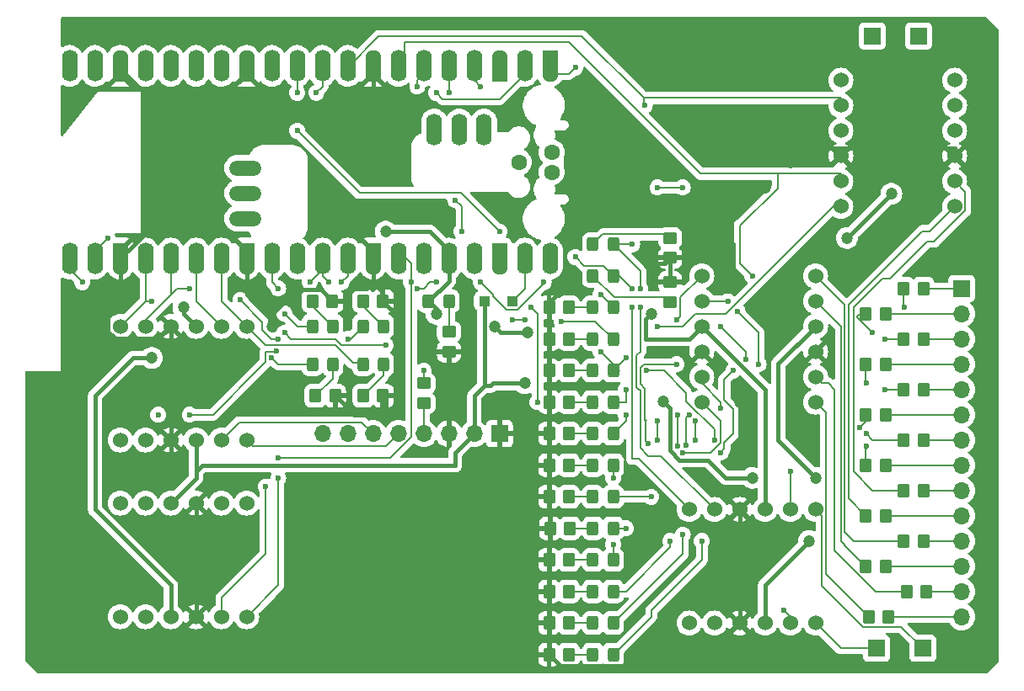
<source format=gbr>
%TF.GenerationSoftware,KiCad,Pcbnew,8.0.2*%
%TF.CreationDate,2024-05-17T23:09:10+02:00*%
%TF.ProjectId,pcb,7063622e-6b69-4636-9164-5f7063625858,rev?*%
%TF.SameCoordinates,Original*%
%TF.FileFunction,Copper,L1,Top*%
%TF.FilePolarity,Positive*%
%FSLAX46Y46*%
G04 Gerber Fmt 4.6, Leading zero omitted, Abs format (unit mm)*
G04 Created by KiCad (PCBNEW 8.0.2) date 2024-05-17 23:09:10*
%MOMM*%
%LPD*%
G01*
G04 APERTURE LIST*
G04 Aperture macros list*
%AMRoundRect*
0 Rectangle with rounded corners*
0 $1 Rounding radius*
0 $2 $3 $4 $5 $6 $7 $8 $9 X,Y pos of 4 corners*
0 Add a 4 corners polygon primitive as box body*
4,1,4,$2,$3,$4,$5,$6,$7,$8,$9,$2,$3,0*
0 Add four circle primitives for the rounded corners*
1,1,$1+$1,$2,$3*
1,1,$1+$1,$4,$5*
1,1,$1+$1,$6,$7*
1,1,$1+$1,$8,$9*
0 Add four rect primitives between the rounded corners*
20,1,$1+$1,$2,$3,$4,$5,0*
20,1,$1+$1,$4,$5,$6,$7,0*
20,1,$1+$1,$6,$7,$8,$9,0*
20,1,$1+$1,$8,$9,$2,$3,0*%
%AMFreePoly0*
4,1,29,1.778017,0.779942,1.947107,0.720775,2.098792,0.625465,2.225465,0.498792,2.320775,0.347107,2.379942,0.178017,2.400000,0.000000,2.379942,-0.178017,2.320775,-0.347107,2.225465,-0.498792,2.098792,-0.625465,1.947107,-0.720775,1.778017,-0.779942,1.600000,-0.800000,0.000000,-0.800000,-0.600000,-0.800000,-0.605014,-0.794986,-0.644504,-0.794986,-0.724698,-0.756366,-0.780194,-0.686777,
-0.800000,-0.600000,-0.800000,0.600000,-0.780194,0.686777,-0.724698,0.756366,-0.644504,0.794986,-0.605014,0.794986,-0.600000,0.800000,1.600000,0.800000,1.778017,0.779942,1.778017,0.779942,$1*%
%AMFreePoly1*
4,1,29,0.605014,0.794986,0.644504,0.794986,0.724698,0.756366,0.780194,0.686777,0.800000,0.600000,0.800000,-0.600000,0.780194,-0.686777,0.724698,-0.756366,0.644504,-0.794986,0.605014,-0.794986,0.600000,-0.800000,0.000000,-0.800000,-1.600000,-0.800000,-1.778017,-0.779942,-1.947107,-0.720775,-2.098792,-0.625465,-2.225465,-0.498792,-2.320775,-0.347107,-2.379942,-0.178017,-2.400000,0.000000,
-2.379942,0.178017,-2.320775,0.347107,-2.225465,0.498792,-2.098792,0.625465,-1.947107,0.720775,-1.778017,0.779942,-1.600000,0.800000,0.600000,0.800000,0.605014,0.794986,0.605014,0.794986,$1*%
%AMFreePoly2*
4,1,28,0.178017,0.779942,0.347107,0.720775,0.498792,0.625465,0.625465,0.498792,0.720775,0.347107,0.779942,0.178017,0.800000,0.000000,0.779942,-0.178017,0.720775,-0.347107,0.625465,-0.498792,0.498792,-0.625465,0.347107,-0.720775,0.178017,-0.779942,0.000000,-0.800000,-2.200000,-0.800000,-2.205014,-0.794986,-2.244504,-0.794986,-2.324698,-0.756366,-2.380194,-0.686777,-2.400000,-0.600000,
-2.400000,0.600000,-2.380194,0.686777,-2.324698,0.756366,-2.244504,0.794986,-2.205014,0.794986,-2.200000,0.800000,0.000000,0.800000,0.178017,0.779942,0.178017,0.779942,$1*%
G04 Aperture macros list end*
%TA.AperFunction,ComponentPad*%
%ADD10R,1.700000X1.700000*%
%TD*%
%TA.AperFunction,ComponentPad*%
%ADD11C,1.524000*%
%TD*%
%TA.AperFunction,SMDPad,CuDef*%
%ADD12RoundRect,0.250000X-0.350000X-0.450000X0.350000X-0.450000X0.350000X0.450000X-0.350000X0.450000X0*%
%TD*%
%TA.AperFunction,SMDPad,CuDef*%
%ADD13RoundRect,0.250000X-0.325000X-0.450000X0.325000X-0.450000X0.325000X0.450000X-0.325000X0.450000X0*%
%TD*%
%TA.AperFunction,SMDPad,CuDef*%
%ADD14RoundRect,0.250000X0.325000X0.450000X-0.325000X0.450000X-0.325000X-0.450000X0.325000X-0.450000X0*%
%TD*%
%TA.AperFunction,CastellatedPad*%
%ADD15C,1.600000*%
%TD*%
%TA.AperFunction,CastellatedPad*%
%ADD16RoundRect,0.800000X-0.000010X0.800000X-0.000010X-0.800000X0.000010X-0.800000X0.000010X0.800000X0*%
%TD*%
%TA.AperFunction,CastellatedPad*%
%ADD17RoundRect,0.800000X-0.800000X0.000010X-0.800000X-0.000010X0.800000X-0.000010X0.800000X0.000010X0*%
%TD*%
%TA.AperFunction,SMDPad,CuDef*%
%ADD18RoundRect,0.800000X-0.000010X0.800000X-0.000010X-0.800000X0.000010X-0.800000X0.000010X0.800000X0*%
%TD*%
%TA.AperFunction,SMDPad,CuDef*%
%ADD19FreePoly0,270.000000*%
%TD*%
%TA.AperFunction,SMDPad,CuDef*%
%ADD20FreePoly1,270.000000*%
%TD*%
%TA.AperFunction,SMDPad,CuDef*%
%ADD21FreePoly2,270.000000*%
%TD*%
%TA.AperFunction,SMDPad,CuDef*%
%ADD22RoundRect,0.250000X0.450000X-0.350000X0.450000X0.350000X-0.450000X0.350000X-0.450000X-0.350000X0*%
%TD*%
%TA.AperFunction,SMDPad,CuDef*%
%ADD23RoundRect,0.250000X-0.450000X0.350000X-0.450000X-0.350000X0.450000X-0.350000X0.450000X0.350000X0*%
%TD*%
%TA.AperFunction,ComponentPad*%
%ADD24O,1.700000X1.700000*%
%TD*%
%TA.AperFunction,SMDPad,CuDef*%
%ADD25RoundRect,0.250000X0.300000X0.300000X-0.300000X0.300000X-0.300000X-0.300000X0.300000X-0.300000X0*%
%TD*%
%TA.AperFunction,ViaPad*%
%ADD26C,0.600000*%
%TD*%
%TA.AperFunction,ViaPad*%
%ADD27C,1.200000*%
%TD*%
%TA.AperFunction,Conductor*%
%ADD28C,0.400000*%
%TD*%
%TA.AperFunction,Conductor*%
%ADD29C,0.200000*%
%TD*%
G04 APERTURE END LIST*
D10*
%TO.P,J6,1,Pin_1*%
%TO.N,Net-(J6-Pin_1)*%
X128475000Y-31750000D03*
%TD*%
%TO.P,J5,1,Pin_1*%
%TO.N,Net-(J5-Pin_1)*%
X123825000Y-31750000D03*
%TD*%
%TO.P,J4,1,Pin_1*%
%TO.N,Net-(J4-Pin_1)*%
X124255000Y-93345000D03*
%TD*%
%TO.P,J3,1,Pin_1*%
%TO.N,Net-(J3-Pin_1)*%
X128905000Y-93345000D03*
%TD*%
D11*
%TO.P,U6,12,HV1*%
%TO.N,Net-(U6-HV1)*%
X118110000Y-55880000D03*
%TO.P,U6,11,HV2*%
%TO.N,Net-(U6-HV2)*%
X118110000Y-58420000D03*
%TO.P,U6,10,HV*%
%TO.N,+5V*%
X118110000Y-60960000D03*
%TO.P,U6,9,GND*%
%TO.N,GND*%
X118110000Y-63500000D03*
%TO.P,U6,8,HV3*%
%TO.N,Net-(U6-HV3)*%
X118110000Y-66040000D03*
%TO.P,U6,7,HV4*%
%TO.N,Net-(U6-HV4)*%
X118110000Y-68580000D03*
%TO.P,U6,6,LV4*%
%TO.N,/P2_4_LV*%
X106680000Y-68580000D03*
%TO.P,U6,5,LV3*%
%TO.N,/P2_5_LV*%
X106680000Y-66040000D03*
%TO.P,U6,4,GND*%
%TO.N,GND*%
X106680000Y-63500000D03*
%TO.P,U6,3,LV*%
%TO.N,+3V3*%
X106680000Y-60960000D03*
%TO.P,U6,2,LV2*%
%TO.N,/P2_6_LV*%
X106680000Y-58420000D03*
%TO.P,U6,1,LV1*%
%TO.N,/P2_3_LV*%
X106680000Y-55880000D03*
%TD*%
%TO.P,U5,1,LV1*%
%TO.N,Net-(J5-Pin_1)*%
X120650000Y-36195000D03*
%TO.P,U5,2,LV2*%
%TO.N,/P2_0_LV*%
X120650000Y-38735000D03*
%TO.P,U5,3,LV*%
%TO.N,+3V3*%
X120650000Y-41275000D03*
%TO.P,U5,4,GND*%
%TO.N,GND*%
X120650000Y-43815000D03*
%TO.P,U5,5,LV3*%
%TO.N,/P2_1_LV*%
X120650000Y-46355000D03*
%TO.P,U5,6,LV4*%
%TO.N,/P2_2_LV*%
X120650000Y-48895000D03*
%TO.P,U5,7,HV4*%
%TO.N,Net-(U5-HV4)*%
X132080000Y-48895000D03*
%TO.P,U5,8,HV3*%
%TO.N,Net-(U5-HV3)*%
X132080000Y-46355000D03*
%TO.P,U5,9,GND*%
%TO.N,GND*%
X132080000Y-43815000D03*
%TO.P,U5,10,HV*%
%TO.N,+5V*%
X132080000Y-41275000D03*
%TO.P,U5,11,HV2*%
%TO.N,Net-(U5-HV2)*%
X132080000Y-38735000D03*
%TO.P,U5,12,HV1*%
%TO.N,Net-(J6-Pin_1)*%
X132080000Y-36195000D03*
%TD*%
%TO.P,U4,1,LV1*%
%TO.N,/P1_2_LV*%
X48260000Y-90170000D03*
%TO.P,U4,2,LV2*%
%TO.N,/P1_3_LV*%
X50800000Y-90170000D03*
%TO.P,U4,3,LV*%
%TO.N,+3V3*%
X53340000Y-90170000D03*
%TO.P,U4,4,GND*%
%TO.N,GND*%
X55880000Y-90170000D03*
%TO.P,U4,5,LV3*%
%TO.N,/P1_6_LV*%
X58420000Y-90170000D03*
%TO.P,U4,6,LV4*%
%TO.N,/P1_5_LV*%
X60960000Y-90170000D03*
%TO.P,U4,7,HV4*%
%TO.N,Net-(U4-HV4)*%
X60960000Y-78740000D03*
%TO.P,U4,8,HV3*%
%TO.N,Net-(U4-HV3)*%
X58420000Y-78740000D03*
%TO.P,U4,9,GND*%
%TO.N,GND*%
X55880000Y-78740000D03*
%TO.P,U4,10,HV*%
%TO.N,+5V*%
X53340000Y-78740000D03*
%TO.P,U4,11,HV2*%
%TO.N,Net-(U4-HV2)*%
X50800000Y-78740000D03*
%TO.P,U4,12,HV1*%
%TO.N,Net-(U4-HV1)*%
X48260000Y-78740000D03*
%TD*%
%TO.P,U3,1,LV1*%
%TO.N,Net-(J3-Pin_1)*%
X118110000Y-79375000D03*
%TO.P,U3,2,LV2*%
%TO.N,/P1_4_LV*%
X115570000Y-79375000D03*
%TO.P,U3,3,LV*%
%TO.N,+3V3*%
X113030000Y-79375000D03*
%TO.P,U3,4,GND*%
%TO.N,GND*%
X110490000Y-79375000D03*
%TO.P,U3,5,LV3*%
%TO.N,/P1_0_LV*%
X107950000Y-79375000D03*
%TO.P,U3,6,LV4*%
%TO.N,/P1_1_LV*%
X105410000Y-79375000D03*
%TO.P,U3,7,HV4*%
%TO.N,Net-(U3-HV4)*%
X105410000Y-90805000D03*
%TO.P,U3,8,HV3*%
%TO.N,Net-(U3-HV3)*%
X107950000Y-90805000D03*
%TO.P,U3,9,GND*%
%TO.N,GND*%
X110490000Y-90805000D03*
%TO.P,U3,10,HV*%
%TO.N,+5V*%
X113030000Y-90805000D03*
%TO.P,U3,11,HV2*%
%TO.N,Net-(U3-HV2)*%
X115570000Y-90805000D03*
%TO.P,U3,12,HV1*%
%TO.N,Net-(J4-Pin_1)*%
X118110000Y-90805000D03*
%TD*%
%TO.P,U2,1,LV1*%
%TO.N,/OUT_LANG_LV*%
X60960000Y-60960000D03*
%TO.P,U2,2,LV2*%
%TO.N,/OUT_FMT_LV*%
X58420000Y-60960000D03*
%TO.P,U2,3,LV*%
%TO.N,+3V3*%
X55880000Y-60960000D03*
%TO.P,U2,4,GND*%
%TO.N,GND*%
X53340000Y-60960000D03*
%TO.P,U2,5,LV3*%
%TO.N,/OUT_RESET_LV*%
X50800000Y-60960000D03*
%TO.P,U2,6,LV4*%
%TO.N,/IN_RESET_LV*%
X48260000Y-60960000D03*
%TO.P,U2,7,HV4*%
%TO.N,/IN_RESET*%
X48260000Y-72390000D03*
%TO.P,U2,8,HV3*%
%TO.N,/OUT_RESET*%
X50800000Y-72390000D03*
%TO.P,U2,9,GND*%
%TO.N,GND*%
X53340000Y-72390000D03*
%TO.P,U2,10,HV*%
%TO.N,+5V*%
X55880000Y-72390000D03*
%TO.P,U2,11,HV2*%
%TO.N,/OUT_FMT*%
X58420000Y-72390000D03*
%TO.P,U2,12,HV1*%
%TO.N,/OUT_LANG*%
X60960000Y-72390000D03*
%TD*%
D12*
%TO.P,R2,1*%
%TO.N,Net-(U3-HV3)*%
X123165000Y-59690000D03*
%TO.P,R2,2*%
%TO.N,/P1_0*%
X125165000Y-59690000D03*
%TD*%
D13*
%TO.P,D9,2,A*%
%TO.N,/P2_0_LV*%
X97790000Y-74930000D03*
%TO.P,D9,1,K*%
%TO.N,Net-(D9-K)*%
X95740000Y-74930000D03*
%TD*%
D12*
%TO.P,R30,2*%
%TO.N,GND*%
X69580000Y-58420000D03*
%TO.P,R30,1*%
%TO.N,Net-(L_R_IN1-K)*%
X67580000Y-58420000D03*
%TD*%
D14*
%TO.P,RST_I,1,K*%
%TO.N,Net-(L_R_IN1-K)*%
X69605000Y-60960000D03*
%TO.P,RST_I,2,A*%
%TO.N,/IN_RESET_LV*%
X67555000Y-60960000D03*
%TD*%
D15*
%TO.P,U1,TP6*%
%TO.N,N/C*%
X79810000Y-41950000D03*
D16*
X79810000Y-41150000D03*
D15*
%TO.P,U1,TP5*%
X82310000Y-41950000D03*
D16*
X82310000Y-41150000D03*
D15*
%TO.P,U1,TP4*%
X84810000Y-41950000D03*
D16*
X84810000Y-41150000D03*
D15*
%TO.P,U1,TP3*%
X91610000Y-43450000D03*
%TO.P,U1,TP2*%
X91610000Y-45450000D03*
%TO.P,U1,TP1*%
X88310000Y-44450000D03*
D17*
%TO.P,U1,D3*%
X60810000Y-50114100D03*
D15*
X61610000Y-50114100D03*
D17*
%TO.P,U1,D2*%
X60810000Y-47574100D03*
D15*
X61610000Y-47574100D03*
D17*
%TO.P,U1,D1*%
X60810000Y-45034100D03*
D15*
X61610000Y-45034100D03*
D18*
%TO.P,U1,40,VBUS*%
%TO.N,unconnected-(U1-VBUS-Pad40)*%
X91440000Y-54140000D03*
%TO.P,U1,39,VSYS*%
%TO.N,/VSYS*%
X88900000Y-54140000D03*
D19*
%TO.P,U1,38*%
%TO.N,N/C*%
X86360000Y-53340000D03*
D18*
%TO.P,U1,37,3V3_EN*%
%TO.N,unconnected-(U1-3V3_EN-Pad37)*%
X83820000Y-54140000D03*
%TO.P,U1,36,3V3_OUT*%
%TO.N,+3V3*%
X81280000Y-54140000D03*
%TO.P,U1,35,ADC_VREF*%
%TO.N,unconnected-(U1-ADC_VREF-Pad35)*%
X78740000Y-54140000D03*
%TO.P,U1,34,GP28*%
%TO.N,/P1_5_LV*%
X76200000Y-54140000D03*
D19*
%TO.P,U1,33,GND*%
%TO.N,GND*%
X73660000Y-53340000D03*
D18*
%TO.P,U1,32,GP27*%
%TO.N,/P1_3_LV*%
X71120000Y-54140000D03*
%TO.P,U1,31,GP26*%
%TO.N,/P1_2_LV*%
X68580000Y-54140000D03*
%TO.P,U1,30,RUN*%
%TO.N,unconnected-(U1-RUN-Pad30)*%
X66040000Y-54140000D03*
%TO.P,U1,29,GP22*%
%TO.N,Net-(U1-GP22)*%
X63500000Y-54140000D03*
D19*
%TO.P,U1,28,GND*%
%TO.N,GND*%
X60960000Y-53340000D03*
D18*
%TO.P,U1,27,GP21*%
%TO.N,/OUT_LANG_LV*%
X58420000Y-54140000D03*
%TO.P,U1,26,GP20*%
%TO.N,/OUT_FMT_LV*%
X55880000Y-54140000D03*
%TO.P,U1,25,GP19*%
%TO.N,/OUT_RESET_LV*%
X53340000Y-54140000D03*
%TO.P,U1,24,GP18*%
%TO.N,/IN_RESET_LV*%
X50800000Y-54140000D03*
D19*
%TO.P,U1,23,GND*%
%TO.N,GND*%
X48260000Y-53340000D03*
D18*
%TO.P,U1,22,GP17*%
%TO.N,/P1_0_LV*%
X45720000Y-54140000D03*
%TO.P,U1,21,GP16*%
%TO.N,/P1_4_LV*%
X43180000Y-54140000D03*
%TO.P,U1,20,GP15*%
%TO.N,unconnected-(U1-GP15-Pad20)*%
X43180000Y-34760000D03*
%TO.P,U1,19,GP14*%
%TO.N,unconnected-(U1-GP14-Pad19)*%
X45720000Y-34760000D03*
D20*
%TO.P,U1,18,GND*%
%TO.N,GND*%
X48260000Y-35560000D03*
D18*
%TO.P,U1,17,GP13*%
%TO.N,unconnected-(U1-GP13-Pad17)*%
X50800000Y-34760000D03*
%TO.P,U1,16,GP12*%
%TO.N,unconnected-(U1-GP12-Pad16)*%
X53340000Y-34760000D03*
%TO.P,U1,15,GP11*%
%TO.N,unconnected-(U1-GP11-Pad15)*%
X55880000Y-34760000D03*
%TO.P,U1,14,GP10*%
%TO.N,unconnected-(U1-GP10-Pad14)*%
X58420000Y-34760000D03*
D20*
%TO.P,U1,13,GND*%
%TO.N,GND*%
X60960000Y-35560000D03*
D18*
%TO.P,U1,12,GP9*%
%TO.N,unconnected-(U1-GP9-Pad12)*%
X63500000Y-34760000D03*
%TO.P,U1,11,GP8*%
%TO.N,/P1_1_LV*%
X66040000Y-34760000D03*
%TO.P,U1,10,GP7*%
%TO.N,/P1_6_LV*%
X68580000Y-34760000D03*
%TO.P,U1,9,GP6*%
%TO.N,/P2_0_LV*%
X71120000Y-34760000D03*
D20*
%TO.P,U1,8,GND*%
%TO.N,GND*%
X73660000Y-35560000D03*
D18*
%TO.P,U1,7,GP5*%
%TO.N,/P2_1_LV*%
X76200000Y-34760000D03*
%TO.P,U1,6,GP4*%
%TO.N,/P2_2_LV*%
X78740000Y-34760000D03*
%TO.P,U1,5,GP3*%
%TO.N,/P2_3_LV*%
X81280000Y-34760000D03*
%TO.P,U1,4,GP2*%
%TO.N,/P2_5_LV*%
X83820000Y-34760000D03*
D20*
%TO.P,U1,3,GND*%
%TO.N,unconnected-(U1-GND-Pad3)*%
X86360000Y-35560000D03*
D18*
%TO.P,U1,2,GP1*%
%TO.N,/P2_6_LV*%
X88900000Y-34760000D03*
D21*
%TO.P,U1,1,GP0*%
%TO.N,/P2_4_LV*%
X91440000Y-35560000D03*
%TD*%
D13*
%TO.P,D11,2,A*%
%TO.N,/P2_2_LV*%
X97790000Y-81280000D03*
%TO.P,D11,1,K*%
%TO.N,Net-(D11-K)*%
X95740000Y-81280000D03*
%TD*%
D12*
%TO.P,R3,1*%
%TO.N,Net-(U3-HV4)*%
X126975000Y-62230000D03*
%TO.P,R3,2*%
%TO.N,/P1_1*%
X128975000Y-62230000D03*
%TD*%
%TO.P,R7,1*%
%TO.N,Net-(U4-HV4)*%
X126975000Y-72390000D03*
%TO.P,R7,2*%
%TO.N,/P1_5*%
X128975000Y-72390000D03*
%TD*%
%TO.P,R9,1*%
%TO.N,Net-(U5-HV3)*%
X126975000Y-77470000D03*
%TO.P,R9,2*%
%TO.N,/P2_1*%
X128975000Y-77470000D03*
%TD*%
%TO.P,R6,1*%
%TO.N,Net-(U4-HV3)*%
X123165000Y-69850000D03*
%TO.P,R6,2*%
%TO.N,/P1_6*%
X125165000Y-69850000D03*
%TD*%
%TO.P,R25,1*%
%TO.N,GND*%
X91440000Y-81280000D03*
%TO.P,R25,2*%
%TO.N,Net-(D11-K)*%
X93440000Y-81280000D03*
%TD*%
D13*
%TO.P,D5,1,K*%
%TO.N,Net-(D5-K)*%
X95740000Y-62230000D03*
%TO.P,D5,2,A*%
%TO.N,/P1_3_LV*%
X97790000Y-62230000D03*
%TD*%
D22*
%TO.P,R16,1*%
%TO.N,GND*%
X103505000Y-54070000D03*
%TO.P,R16,2*%
%TO.N,Net-(D2-K)*%
X103505000Y-52070000D03*
%TD*%
D13*
%TO.P,D13,2,A*%
%TO.N,/P2_6_LV*%
X97790000Y-93980000D03*
%TO.P,D13,1,K*%
%TO.N,Net-(D13-K)*%
X95740000Y-93980000D03*
%TD*%
D12*
%TO.P,R18,1*%
%TO.N,GND*%
X91345000Y-59055000D03*
%TO.P,R18,2*%
%TO.N,Net-(D4-K)*%
X93345000Y-59055000D03*
%TD*%
D13*
%TO.P,D8,1,K*%
%TO.N,Net-(D8-K)*%
X95740000Y-71755000D03*
%TO.P,D8,2,A*%
%TO.N,/P1_6_LV*%
X97790000Y-71755000D03*
%TD*%
D14*
%TO.P,FMT,1,K*%
%TO.N,Net-(L_FMT_OUT1-K)*%
X74685000Y-60960000D03*
%TO.P,FMT,2,A*%
%TO.N,/OUT_FMT_LV*%
X72635000Y-60960000D03*
%TD*%
D23*
%TO.P,R34,1*%
%TO.N,Net-(L_PWR1-K)*%
X81280000Y-61500000D03*
%TO.P,R34,2*%
%TO.N,GND*%
X81280000Y-63500000D03*
%TD*%
D10*
%TO.P,J1,1,Pin_1*%
%TO.N,GND*%
X86360000Y-71755000D03*
D24*
%TO.P,J1,2,Pin_2*%
%TO.N,+5V*%
X83820000Y-71755000D03*
%TO.P,J1,3,Pin_3*%
%TO.N,GND*%
X81280000Y-71755000D03*
%TO.P,J1,4,Pin_4*%
%TO.N,/LED_PWR+*%
X78740000Y-71755000D03*
%TO.P,J1,5,Pin_5*%
%TO.N,/OUT_LANG*%
X76200000Y-71755000D03*
%TO.P,J1,6,Pin_6*%
%TO.N,/OUT_FMT*%
X73660000Y-71755000D03*
%TO.P,J1,7,Pin_7*%
%TO.N,/OUT_RESET*%
X71120000Y-71755000D03*
%TO.P,J1,8,Pin_8*%
%TO.N,/IN_RESET*%
X68580000Y-71755000D03*
%TD*%
D12*
%TO.P,R27,1*%
%TO.N,GND*%
X91345000Y-93980000D03*
%TO.P,R27,2*%
%TO.N,Net-(D13-K)*%
X93345000Y-93980000D03*
%TD*%
%TO.P,R19,1*%
%TO.N,GND*%
X91345000Y-62230000D03*
%TO.P,R19,2*%
%TO.N,Net-(D5-K)*%
X93345000Y-62230000D03*
%TD*%
%TO.P,R31,1*%
%TO.N,Net-(L_R_OUT1-K)*%
X67850000Y-67945000D03*
%TO.P,R31,2*%
%TO.N,GND*%
X69850000Y-67945000D03*
%TD*%
D14*
%TO.P,RST_O,1,K*%
%TO.N,Net-(L_R_OUT1-K)*%
X69605000Y-64770000D03*
%TO.P,RST_O,2,A*%
%TO.N,/OUT_RESET_LV*%
X67555000Y-64770000D03*
%TD*%
D13*
%TO.P,D15,1,K*%
%TO.N,Net-(D15-K)*%
X95740000Y-87630000D03*
%TO.P,D15,2,A*%
%TO.N,/P2_4_LV*%
X97790000Y-87630000D03*
%TD*%
D12*
%TO.P,R5,1*%
%TO.N,Net-(U4-HV2)*%
X126975000Y-67310000D03*
%TO.P,R5,2*%
%TO.N,/P1_3*%
X128975000Y-67310000D03*
%TD*%
D13*
%TO.P,D10,1,K*%
%TO.N,Net-(D10-K)*%
X95740000Y-78105000D03*
%TO.P,D10,2,A*%
%TO.N,/P2_1_LV*%
X97790000Y-78105000D03*
%TD*%
%TO.P,D12,2,A*%
%TO.N,/P2_3_LV*%
X97790000Y-84455000D03*
%TO.P,D12,1,K*%
%TO.N,Net-(D12-K)*%
X95740000Y-84455000D03*
%TD*%
D12*
%TO.P,R1,1*%
%TO.N,Net-(U3-HV2)*%
X126975000Y-57150000D03*
%TO.P,R1,2*%
%TO.N,/P1_4*%
X128975000Y-57150000D03*
%TD*%
D14*
%TO.P,POWER,2,A*%
%TO.N,+3V3*%
X79230000Y-58420000D03*
%TO.P,POWER,1,K*%
%TO.N,Net-(L_PWR1-K)*%
X81280000Y-58420000D03*
%TD*%
D12*
%TO.P,R24,1*%
%TO.N,GND*%
X91345000Y-78105000D03*
%TO.P,R24,2*%
%TO.N,Net-(D10-K)*%
X93345000Y-78105000D03*
%TD*%
%TO.P,R28,1*%
%TO.N,GND*%
X91345000Y-90805000D03*
%TO.P,R28,2*%
%TO.N,Net-(D14-K)*%
X93345000Y-90805000D03*
%TD*%
%TO.P,R29,1*%
%TO.N,GND*%
X91345000Y-87630000D03*
%TO.P,R29,2*%
%TO.N,Net-(D15-K)*%
X93345000Y-87630000D03*
%TD*%
%TO.P,R21,1*%
%TO.N,GND*%
X91345000Y-68580000D03*
%TO.P,R21,2*%
%TO.N,Net-(D7-K)*%
X93345000Y-68580000D03*
%TD*%
%TO.P,R20,1*%
%TO.N,GND*%
X91345000Y-65405000D03*
%TO.P,R20,2*%
%TO.N,Net-(D6-K)*%
X93345000Y-65405000D03*
%TD*%
D13*
%TO.P,D2,1,K*%
%TO.N,Net-(D2-K)*%
X95740000Y-52705000D03*
%TO.P,D2,2,A*%
%TO.N,/P1_0_LV*%
X97790000Y-52705000D03*
%TD*%
D12*
%TO.P,R10,1*%
%TO.N,Net-(U5-HV4)*%
X123165000Y-80010000D03*
%TO.P,R10,2*%
%TO.N,/P2_2*%
X125165000Y-80010000D03*
%TD*%
%TO.P,R26,1*%
%TO.N,GND*%
X91345000Y-84455000D03*
%TO.P,R26,2*%
%TO.N,Net-(D12-K)*%
X93345000Y-84455000D03*
%TD*%
%TO.P,R33,1*%
%TO.N,Net-(L_LANG_OUT1-K)*%
X72660000Y-67945000D03*
%TO.P,R33,2*%
%TO.N,GND*%
X74660000Y-67945000D03*
%TD*%
%TO.P,R4,1*%
%TO.N,Net-(U4-HV1)*%
X123165000Y-64770000D03*
%TO.P,R4,2*%
%TO.N,/P1_2*%
X125165000Y-64770000D03*
%TD*%
%TO.P,R11,1*%
%TO.N,Net-(U6-HV1)*%
X126975000Y-82550000D03*
%TO.P,R11,2*%
%TO.N,/P2_3*%
X128975000Y-82550000D03*
%TD*%
D13*
%TO.P,D4,1,K*%
%TO.N,Net-(D4-K)*%
X95740000Y-59055000D03*
%TO.P,D4,2,A*%
%TO.N,/P1_2_LV*%
X97790000Y-59055000D03*
%TD*%
D14*
%TO.P,LANG,1,K*%
%TO.N,Net-(L_LANG_OUT1-K)*%
X74685000Y-64770000D03*
%TO.P,LANG,2,A*%
%TO.N,/OUT_LANG_LV*%
X72635000Y-64770000D03*
%TD*%
D12*
%TO.P,R22,1*%
%TO.N,GND*%
X91345000Y-71755000D03*
%TO.P,R22,2*%
%TO.N,Net-(D8-K)*%
X93345000Y-71755000D03*
%TD*%
D23*
%TO.P,R17,1*%
%TO.N,GND*%
X103505000Y-56515000D03*
%TO.P,R17,2*%
%TO.N,Net-(D3-K)*%
X103505000Y-58515000D03*
%TD*%
D12*
%TO.P,R23,1*%
%TO.N,GND*%
X91345000Y-74930000D03*
%TO.P,R23,2*%
%TO.N,Net-(D9-K)*%
X93345000Y-74930000D03*
%TD*%
D13*
%TO.P,D14,1,K*%
%TO.N,Net-(D14-K)*%
X95740000Y-90805000D03*
%TO.P,D14,2,A*%
%TO.N,/P2_5_LV*%
X97790000Y-90805000D03*
%TD*%
D10*
%TO.P,J2,1,Pin_1*%
%TO.N,/P1_4*%
X132785000Y-57150000D03*
D24*
%TO.P,J2,2,Pin_2*%
%TO.N,/P1_0*%
X132785000Y-59690000D03*
%TO.P,J2,3,Pin_3*%
%TO.N,/P1_1*%
X132785000Y-62230000D03*
%TO.P,J2,4,Pin_4*%
%TO.N,/P1_2*%
X132785000Y-64770000D03*
%TO.P,J2,5,Pin_5*%
%TO.N,/P1_3*%
X132785000Y-67310000D03*
%TO.P,J2,6,Pin_6*%
%TO.N,/P1_6*%
X132785000Y-69850000D03*
%TO.P,J2,7,Pin_7*%
%TO.N,/P1_5*%
X132785000Y-72390000D03*
%TO.P,J2,8,Pin_8*%
%TO.N,/P2_0*%
X132785000Y-74930000D03*
%TO.P,J2,9,Pin_9*%
%TO.N,/P2_1*%
X132785000Y-77470000D03*
%TO.P,J2,10,Pin_10*%
%TO.N,/P2_2*%
X132785000Y-80010000D03*
%TO.P,J2,11,Pin_11*%
%TO.N,/P2_3*%
X132785000Y-82550000D03*
%TO.P,J2,12,Pin_12*%
%TO.N,/P2_6*%
X132785000Y-85090000D03*
%TO.P,J2,13,Pin_13*%
%TO.N,/P2_5*%
X132785000Y-87630000D03*
%TO.P,J2,14,Pin_14*%
%TO.N,/P2_4*%
X132785000Y-90170000D03*
%TD*%
D12*
%TO.P,R14,1*%
%TO.N,Net-(U6-HV4)*%
X123435000Y-90170000D03*
%TO.P,R14,2*%
%TO.N,/P2_4*%
X125435000Y-90170000D03*
%TD*%
%TO.P,R8,1*%
%TO.N,Net-(U5-HV2)*%
X123165000Y-74930000D03*
%TO.P,R8,2*%
%TO.N,/P2_0*%
X125165000Y-74930000D03*
%TD*%
%TO.P,R13,1*%
%TO.N,Net-(U6-HV3)*%
X127245000Y-87630000D03*
%TO.P,R13,2*%
%TO.N,/P2_5*%
X129245000Y-87630000D03*
%TD*%
%TO.P,R32,1*%
%TO.N,Net-(L_FMT_OUT1-K)*%
X72660000Y-58420000D03*
%TO.P,R32,2*%
%TO.N,GND*%
X74660000Y-58420000D03*
%TD*%
D13*
%TO.P,D3,1,K*%
%TO.N,Net-(D3-K)*%
X95740000Y-55880000D03*
%TO.P,D3,2,A*%
%TO.N,/P1_1_LV*%
X97790000Y-55880000D03*
%TD*%
D12*
%TO.P,R12,1*%
%TO.N,Net-(U6-HV2)*%
X123165000Y-85090000D03*
%TO.P,R12,2*%
%TO.N,/P2_6*%
X125165000Y-85090000D03*
%TD*%
D13*
%TO.P,D7,1,K*%
%TO.N,Net-(D7-K)*%
X95740000Y-68580000D03*
%TO.P,D7,2,A*%
%TO.N,/P1_5_LV*%
X97790000Y-68580000D03*
%TD*%
D25*
%TO.P,D1,1,K*%
%TO.N,/VSYS*%
X87630000Y-58420000D03*
%TO.P,D1,2,A*%
%TO.N,+5V*%
X84830000Y-58420000D03*
%TD*%
D13*
%TO.P,D6,1,K*%
%TO.N,Net-(D6-K)*%
X95740000Y-65405000D03*
%TO.P,D6,2,A*%
%TO.N,/P1_4_LV*%
X97790000Y-65405000D03*
%TD*%
D23*
%TO.P,R15,1*%
%TO.N,Net-(U1-GP22)*%
X78740000Y-66675000D03*
%TO.P,R15,2*%
%TO.N,/LED_PWR+*%
X78740000Y-68675000D03*
%TD*%
D26*
%TO.N,/P2_5_LV*%
X108585000Y-69215000D03*
X106045000Y-70485000D03*
X106045000Y-72390000D03*
X104775000Y-81915000D03*
%TO.N,/P2_6_LV*%
X108585000Y-60960000D03*
X109855000Y-65405000D03*
X106680000Y-82550000D03*
X109303223Y-58445029D03*
X111125000Y-64250000D03*
X108585000Y-73660000D03*
%TO.N,/P2_1_LV*%
X101600000Y-78105000D03*
X105097774Y-72928002D03*
X105410000Y-69850000D03*
X110277169Y-59477169D03*
X111760000Y-55880000D03*
X112395000Y-64770000D03*
%TO.N,/P2_3_LV*%
X101282500Y-72707500D03*
X97790000Y-82900000D03*
X104140000Y-60325000D03*
X104140000Y-64770000D03*
%TO.N,/P2_0_LV*%
X104255000Y-69850000D03*
X97790000Y-76200000D03*
X104255000Y-73025000D03*
X100965000Y-38735000D03*
D27*
%TO.N,+5V*%
X111760000Y-76200000D03*
X102833248Y-68543248D03*
X88900000Y-66675000D03*
D26*
%TO.N,/P1_3_LV*%
X87630000Y-60325000D03*
X88900000Y-60325000D03*
X92603235Y-60431765D03*
D27*
%TO.N,+3V3*%
X85880000Y-60960000D03*
X80010000Y-59690000D03*
X89220000Y-61595000D03*
X101600000Y-59690000D03*
D26*
%TO.N,/P1_2_LV*%
X84455000Y-56515000D03*
X69215000Y-56515000D03*
X90805000Y-56515000D03*
X80010000Y-56515000D03*
X96520000Y-57785000D03*
X78105000Y-57150000D03*
%TO.N,/P1_6_LV*%
X81915000Y-48260000D03*
X82550000Y-51435000D03*
X89535000Y-59055000D03*
X90170000Y-68580000D03*
X67945000Y-37465000D03*
%TO.N,/P1_1_LV*%
X86360000Y-51435000D03*
X66040000Y-41275000D03*
X66040000Y-37465000D03*
X93980000Y-53975000D03*
%TO.N,/P2_4_LV*%
X103505000Y-82550000D03*
D27*
%TO.N,GND*%
X109855000Y-56515000D03*
D26*
%TO.N,Net-(U1-GP22)*%
X74930000Y-62865000D03*
X78740000Y-65405000D03*
X64135000Y-57150000D03*
X64770000Y-61595000D03*
D27*
%TO.N,GND*%
X74930000Y-69850000D03*
X81280000Y-69850000D03*
D26*
%TO.N,/P1_5_LV*%
X64135000Y-74180000D03*
X64135000Y-76200000D03*
%TO.N,/P1_6_LV*%
X99060000Y-69850000D03*
X62865000Y-77078000D03*
%TO.N,/P1_5_LV*%
X99060000Y-67310000D03*
X77470000Y-56515000D03*
%TO.N,/P1_0_LV*%
X46990000Y-52070000D03*
X99695000Y-52705000D03*
%TO.N,/P1_4_LV*%
X44450000Y-56515000D03*
%TO.N,/IN_RESET_LV*%
X51435000Y-58420000D03*
X64770000Y-59690000D03*
%TO.N,/OUT_RESET_LV*%
X63465000Y-64100000D03*
X55245000Y-57150000D03*
X60325000Y-58305000D03*
X64135000Y-62230000D03*
%TO.N,/P1_4_LV*%
X96520000Y-63500000D03*
%TO.N,/P1_3_LV*%
X70485000Y-56515000D03*
%TO.N,/P1_2_LV*%
X55245000Y-69850000D03*
X63956473Y-63465000D03*
X67310000Y-56515000D03*
X52070000Y-69850000D03*
D27*
%TO.N,GND*%
X53340000Y-76200000D03*
D26*
%TO.N,/OUT_FMT_LV*%
X71120000Y-62230000D03*
%TO.N,Net-(U4-HV3)*%
X122555000Y-71120000D03*
%TO.N,/P1_4_LV*%
X99060000Y-64135000D03*
X107950000Y-72390000D03*
X101095003Y-65405000D03*
X115570000Y-75565000D03*
D27*
%TO.N,+3V3*%
X51435000Y-64135000D03*
X54610000Y-59055000D03*
X74930000Y-51435000D03*
%TO.N,GND*%
X61595000Y-63500000D03*
X63500000Y-60960000D03*
X110490000Y-73025000D03*
X110490000Y-68580000D03*
D26*
%TO.N,/P2_5_LV*%
X84455000Y-36830000D03*
X102235000Y-46990000D03*
X104775000Y-46990000D03*
%TO.N,/P2_4_LV*%
X93980000Y-34925000D03*
%TO.N,/P2_6_LV*%
X80010000Y-37465000D03*
%TO.N,/P2_3_LV*%
X81280000Y-37465000D03*
D27*
%TO.N,GND*%
X113030000Y-46990000D03*
X115570000Y-44450000D03*
X101600000Y-54610000D03*
X93980000Y-55880000D03*
D26*
%TO.N,/P1_0_LV*%
X100495003Y-57150000D03*
X100495003Y-59055000D03*
%TO.N,/P1_1_LV*%
X99695000Y-57150000D03*
X99695000Y-59055000D03*
%TO.N,Net-(U3-HV2)*%
X127000000Y-59055000D03*
X114935000Y-89535000D03*
%TO.N,Net-(U3-HV3)*%
X123825000Y-61595000D03*
%TO.N,Net-(U3-HV4)*%
X125095000Y-62230000D03*
%TO.N,Net-(U4-HV1)*%
X123190000Y-66675000D03*
%TO.N,Net-(U4-HV2)*%
X125095000Y-67310000D03*
%TO.N,Net-(U4-HV4)*%
X123190000Y-71755000D03*
D27*
%TO.N,+5V*%
X117475000Y-82550000D03*
X118110000Y-76200000D03*
X121285000Y-52070000D03*
X125730000Y-47625000D03*
D26*
%TO.N,/P2_2_LV*%
X78105000Y-36830000D03*
%TO.N,Net-(U5-HV2)*%
X123190000Y-73025000D03*
%TO.N,/P2_2_LV*%
X102235000Y-70485000D03*
X102235000Y-60960000D03*
X102235000Y-72390000D03*
X99060000Y-81280000D03*
%TO.N,/P2_4_LV*%
X104775000Y-73660000D03*
%TD*%
D28*
%TO.N,GND*%
X110490000Y-90805000D02*
X106165000Y-95130000D01*
X106165000Y-95130000D02*
X92495000Y-95130000D01*
X92495000Y-95130000D02*
X91345000Y-93980000D01*
X91345000Y-71755000D02*
X86360000Y-71755000D01*
D29*
%TO.N,/P2_5_LV*%
X108585000Y-69215000D02*
X108585000Y-68584189D01*
X108585000Y-68584189D02*
X106680000Y-66679189D01*
X106680000Y-66679189D02*
X106680000Y-66040000D01*
%TO.N,/P2_6_LV*%
X108585000Y-73660000D02*
X108950000Y-73295000D01*
X108950000Y-73295000D02*
X108950000Y-72660000D01*
X108950000Y-72660000D02*
X109855000Y-71755000D01*
X109855000Y-71755000D02*
X109855000Y-69288503D01*
X108950000Y-66310000D02*
X109855000Y-65405000D01*
X109855000Y-69288503D02*
X108950000Y-68383503D01*
X108950000Y-68383503D02*
X108950000Y-66310000D01*
%TO.N,/P2_5_LV*%
X106045000Y-71120000D02*
X106045000Y-70485000D01*
X106045000Y-72390000D02*
X106045000Y-71120000D01*
X104775000Y-83820000D02*
X104775000Y-81915000D01*
X97790000Y-90805000D02*
X104775000Y-83820000D01*
%TO.N,/P2_6_LV*%
X97790000Y-93980000D02*
X101600000Y-90170000D01*
X101600000Y-90170000D02*
X101600000Y-89535000D01*
X106680000Y-58420000D02*
X109278194Y-58420000D01*
X108585000Y-60960000D02*
X111125000Y-63500000D01*
X111125000Y-63500000D02*
X111125000Y-64250000D01*
X106680000Y-82550000D02*
X106680000Y-84455000D01*
X106680000Y-84455000D02*
X101600000Y-89535000D01*
X109278194Y-58420000D02*
X109303223Y-58445029D01*
%TO.N,/P2_1_LV*%
X101600000Y-78105000D02*
X97790000Y-78105000D01*
%TO.N,/P2_3_LV*%
X101282500Y-72707500D02*
X101030002Y-72455002D01*
X101030002Y-72455002D02*
X101030002Y-70419998D01*
%TO.N,/P2_1_LV*%
X105410000Y-69850000D02*
X105097774Y-70162226D01*
X105097774Y-70162226D02*
X105097774Y-72928002D01*
%TO.N,/P1_4_LV*%
X101095003Y-65405000D02*
X102870000Y-65405000D01*
X102870000Y-65405000D02*
X105092500Y-67627500D01*
X105092500Y-67627500D02*
X105092500Y-68494395D01*
X105092500Y-68494395D02*
X107950000Y-71351895D01*
X107950000Y-71351895D02*
X107950000Y-72390000D01*
%TO.N,/P2_1_LV*%
X110277169Y-59477169D02*
X112395000Y-61595000D01*
X112395000Y-61595000D02*
X112395000Y-64770000D01*
X110490000Y-50800000D02*
X110490000Y-54610000D01*
X110490000Y-54610000D02*
X111760000Y-55880000D01*
X110563503Y-50800000D02*
X110490000Y-50800000D01*
X114300000Y-47063503D02*
X110563503Y-50800000D01*
X114300000Y-45607500D02*
X114300000Y-47063503D01*
X120650000Y-45607500D02*
X114300000Y-45607500D01*
X114300000Y-45607500D02*
X106567500Y-45607500D01*
%TO.N,/P2_3_LV*%
X97790000Y-82900000D02*
X97790000Y-84455000D01*
X101030002Y-70419998D02*
X101095003Y-70485000D01*
X100965000Y-70354997D02*
X101030002Y-70419998D01*
X100965000Y-67310000D02*
X100965000Y-70354997D01*
D28*
%TO.N,+5V*%
X104464339Y-74410000D02*
X107315000Y-74410000D01*
X102833248Y-68543248D02*
X103505000Y-69215000D01*
X103505000Y-69215000D02*
X103505000Y-73450661D01*
X103505000Y-73450661D02*
X104464339Y-74410000D01*
X107315000Y-74410000D02*
X109105000Y-76200000D01*
X109105000Y-76200000D02*
X111760000Y-76200000D01*
D29*
%TO.N,/P2_3_LV*%
X100965000Y-67310000D02*
X100965000Y-67214312D01*
X100495000Y-65156474D02*
X100881474Y-64770000D01*
X100965000Y-67214312D02*
X100495000Y-66744312D01*
X100495000Y-66744312D02*
X100495000Y-65156474D01*
X100881474Y-64770000D02*
X104140000Y-64770000D01*
%TO.N,/P1_0_LV*%
X100495003Y-67310000D02*
X100495003Y-73190003D01*
X100330000Y-67310000D02*
X100095000Y-67075000D01*
X100495003Y-59055000D02*
X100495003Y-63500000D01*
X100495003Y-67310000D02*
X100330000Y-67310000D01*
X100095000Y-67075000D02*
X100095000Y-63900003D01*
X100095000Y-63900003D02*
X100495003Y-63500000D01*
%TO.N,/P2_3_LV*%
X104505000Y-59960000D02*
X104140000Y-60325000D01*
X104505000Y-58055000D02*
X104505000Y-59960000D01*
X106680000Y-55880000D02*
X104505000Y-58055000D01*
%TO.N,/P2_2_LV*%
X109107500Y-59690000D02*
X106045000Y-59690000D01*
X102235000Y-60960000D02*
X104775000Y-60960000D01*
X104775000Y-60960000D02*
X106045000Y-59690000D01*
%TO.N,/P2_0_LV*%
X104255000Y-69850000D02*
X104255000Y-73025000D01*
X97790000Y-76200000D02*
X97790000Y-74930000D01*
X100852500Y-38622500D02*
X100965000Y-38735000D01*
X100852500Y-37987500D02*
X100852500Y-38622500D01*
%TO.N,/P1_4_LV*%
X115570000Y-79375000D02*
X115570000Y-75565000D01*
D28*
%TO.N,+5V*%
X84830000Y-66935000D02*
X85465000Y-66935000D01*
X85465000Y-66935000D02*
X85725000Y-66675000D01*
X85725000Y-66675000D02*
X88900000Y-66675000D01*
D29*
%TO.N,/P1_3_LV*%
X97790000Y-62230000D02*
X95991765Y-60431765D01*
X95991765Y-60431765D02*
X92603235Y-60431765D01*
X88900000Y-60325000D02*
X87630000Y-60325000D01*
D28*
%TO.N,+3V3*%
X86515000Y-61595000D02*
X85880000Y-60960000D01*
X80010000Y-59690000D02*
X80010000Y-59200000D01*
X89220000Y-61595000D02*
X86515000Y-61595000D01*
X80010000Y-59200000D02*
X79230000Y-58420000D01*
X101045003Y-62230000D02*
X101045003Y-60244997D01*
X101045003Y-60244997D02*
X101600000Y-59690000D01*
X105410000Y-62230000D02*
X101045003Y-62230000D01*
X106680000Y-60960000D02*
X105410000Y-62230000D01*
D29*
%TO.N,/P1_2_LV*%
X78740000Y-57150000D02*
X78105000Y-57150000D01*
X85725000Y-57785000D02*
X84455000Y-56515000D01*
X80010000Y-56515000D02*
X79375000Y-56515000D01*
X88164744Y-59270000D02*
X87095256Y-59270000D01*
X79375000Y-56515000D02*
X78740000Y-57150000D01*
X90805000Y-56629744D02*
X88164744Y-59270000D01*
X69215000Y-56515000D02*
X68580000Y-55880000D01*
X97790000Y-59055000D02*
X96520000Y-57785000D01*
X90805000Y-56515000D02*
X90805000Y-56629744D01*
X87095256Y-59270000D02*
X85725000Y-57899744D01*
X85725000Y-57899744D02*
X85725000Y-57785000D01*
X68580000Y-55880000D02*
X68580000Y-53340000D01*
D28*
%TO.N,+3V3*%
X79230000Y-58420000D02*
X81280000Y-56370000D01*
X81280000Y-56370000D02*
X81280000Y-53340000D01*
D29*
%TO.N,/P1_6_LV*%
X81915000Y-48260000D02*
X82550000Y-48895000D01*
X90170000Y-59690000D02*
X90170000Y-68580000D01*
X82550000Y-48895000D02*
X82550000Y-51435000D01*
X89535000Y-59055000D02*
X90170000Y-59690000D01*
X68580000Y-36830000D02*
X67945000Y-37465000D01*
X68580000Y-35560000D02*
X68580000Y-36830000D01*
%TO.N,/P1_1_LV*%
X94885000Y-54880000D02*
X93980000Y-53975000D01*
X97790000Y-55880000D02*
X96790000Y-54880000D01*
X96790000Y-54880000D02*
X94885000Y-54880000D01*
X82475000Y-47550000D02*
X72315000Y-47550000D01*
X72315000Y-47550000D02*
X66040000Y-41275000D01*
X86360000Y-51435000D02*
X82475000Y-47550000D01*
X66040000Y-37465000D02*
X66040000Y-35560000D01*
%TO.N,/P1_0_LV*%
X100495003Y-73190003D02*
X101282500Y-73977500D01*
X101282500Y-73977500D02*
X102552500Y-73977500D01*
X102552500Y-73977500D02*
X107950000Y-79375000D01*
%TO.N,/P2_4_LV*%
X103505000Y-82550000D02*
X103505000Y-83185000D01*
X103505000Y-83185000D02*
X99060000Y-87630000D01*
X99060000Y-87630000D02*
X97790000Y-87630000D01*
D28*
%TO.N,GND*%
X109855000Y-52705000D02*
X109855000Y-56515000D01*
X108585000Y-51435000D02*
X109855000Y-52705000D01*
X113030000Y-46990000D02*
X108585000Y-51435000D01*
X108585000Y-51435000D02*
X105950000Y-54070000D01*
X81280000Y-69850000D02*
X81280000Y-63500000D01*
D29*
%TO.N,Net-(U1-GP22)*%
X69850000Y-62230000D02*
X70485000Y-62865000D01*
X70485000Y-62865000D02*
X74930000Y-62865000D01*
X78740000Y-65405000D02*
X78740000Y-66675000D01*
%TO.N,/OUT_LANG_LV*%
X69850000Y-62865000D02*
X62865000Y-62865000D01*
X72635000Y-64770000D02*
X72512500Y-64647500D01*
X72512500Y-64647500D02*
X71632500Y-64647500D01*
X71632500Y-64647500D02*
X69850000Y-62865000D01*
%TO.N,Net-(U1-GP22)*%
X65405000Y-62230000D02*
X69850000Y-62230000D01*
X64770000Y-61595000D02*
X65405000Y-62230000D01*
X63500000Y-56515000D02*
X64135000Y-57150000D01*
X63500000Y-53340000D02*
X63500000Y-56515000D01*
D28*
%TO.N,GND*%
X76200000Y-59960000D02*
X76200000Y-69215000D01*
X74660000Y-58420000D02*
X76200000Y-59960000D01*
X76200000Y-69215000D02*
X75565000Y-69215000D01*
X75565000Y-69215000D02*
X74930000Y-69850000D01*
X74930000Y-69850000D02*
X74930000Y-68215000D01*
X74930000Y-68215000D02*
X74660000Y-67945000D01*
X74930000Y-69850000D02*
X71755000Y-69850000D01*
X81280000Y-71755000D02*
X81280000Y-69850000D01*
X71755000Y-69850000D02*
X69850000Y-67945000D01*
D29*
%TO.N,/LED_PWR+*%
X78740000Y-68675000D02*
X78740000Y-71755000D01*
%TO.N,/P1_5_LV*%
X77470000Y-56515000D02*
X77470000Y-72111346D01*
X77470000Y-72111346D02*
X75401346Y-74180000D01*
X75401346Y-74180000D02*
X64135000Y-74180000D01*
X60960000Y-90170000D02*
X64135000Y-86995000D01*
X64135000Y-86995000D02*
X64135000Y-76200000D01*
%TO.N,/P1_6_LV*%
X62865000Y-77078000D02*
X62865000Y-83820000D01*
X99060000Y-70485000D02*
X99060000Y-69850000D01*
X97790000Y-71755000D02*
X99060000Y-70485000D01*
X62865000Y-83820000D02*
X58420000Y-88265000D01*
X58420000Y-88265000D02*
X58420000Y-90170000D01*
%TO.N,/P1_5_LV*%
X99060000Y-67310000D02*
X99060000Y-68580000D01*
X99060000Y-68580000D02*
X97790000Y-68580000D01*
X77470000Y-54610000D02*
X77470000Y-56515000D01*
X76200000Y-53340000D02*
X77470000Y-54610000D01*
%TO.N,/P1_0_LV*%
X97790000Y-52705000D02*
X99695000Y-52705000D01*
X45720000Y-53340000D02*
X46990000Y-52070000D01*
%TO.N,/P1_4_LV*%
X44450000Y-56515000D02*
X43180000Y-55245000D01*
X43180000Y-55245000D02*
X43180000Y-53340000D01*
D28*
%TO.N,+3V3*%
X79375000Y-51435000D02*
X74930000Y-51435000D01*
D29*
%TO.N,/IN_RESET_LV*%
X67555000Y-60960000D02*
X66040000Y-60960000D01*
X51435000Y-58420000D02*
X50800000Y-58420000D01*
X66040000Y-60960000D02*
X64770000Y-59690000D01*
%TO.N,/OUT_RESET_LV*%
X67555000Y-64770000D02*
X64135000Y-64770000D01*
X64135000Y-64770000D02*
X63465000Y-64100000D01*
%TO.N,/P1_2_LV*%
X62865000Y-64556472D02*
X62865000Y-63500000D01*
X63921473Y-63500000D02*
X63956473Y-63465000D01*
X62123236Y-65298236D02*
X62865000Y-64556472D01*
X62123236Y-65298236D02*
X57571473Y-69850000D01*
X62865000Y-63500000D02*
X63921473Y-63500000D01*
%TO.N,/OUT_RESET_LV*%
X60325000Y-58305000D02*
X62550000Y-60530000D01*
X62550000Y-60530000D02*
X62550000Y-61353503D01*
X62550000Y-61353503D02*
X63426497Y-62230000D01*
X53340000Y-57785000D02*
X53975000Y-57150000D01*
X63426497Y-62230000D02*
X64135000Y-62230000D01*
X53975000Y-57150000D02*
X55245000Y-57150000D01*
%TO.N,/P1_4_LV*%
X96520000Y-63500000D02*
X97790000Y-64770000D01*
X97790000Y-64770000D02*
X97790000Y-65405000D01*
%TO.N,/P1_3_LV*%
X71120000Y-53340000D02*
X71120000Y-55880000D01*
X71120000Y-55880000D02*
X70485000Y-56515000D01*
%TO.N,/P1_2_LV*%
X68580000Y-53340000D02*
X68580000Y-55245000D01*
X68580000Y-55245000D02*
X67310000Y-56515000D01*
X57571473Y-69850000D02*
X55245000Y-69850000D01*
D28*
%TO.N,GND*%
X53340000Y-76200000D02*
X53340000Y-72390000D01*
D29*
%TO.N,/OUT_FMT_LV*%
X71365000Y-62230000D02*
X72635000Y-60960000D01*
X71120000Y-62230000D02*
X71365000Y-62230000D01*
D28*
%TO.N,GND*%
X69580000Y-58420000D02*
X68430000Y-57270000D01*
X68430000Y-57270000D02*
X65920000Y-57270000D01*
X65920000Y-57270000D02*
X63500000Y-59690000D01*
X63500000Y-59690000D02*
X63500000Y-60960000D01*
X110490000Y-68580000D02*
X110490000Y-73025000D01*
D29*
%TO.N,Net-(U4-HV3)*%
X123165000Y-70510000D02*
X122555000Y-71120000D01*
X123165000Y-69850000D02*
X123165000Y-70510000D01*
%TO.N,Net-(U5-HV2)*%
X123190000Y-73025000D02*
X123165000Y-73635000D01*
X123165000Y-73635000D02*
X123165000Y-74930000D01*
%TO.N,/P1_4_LV*%
X97790000Y-65405000D02*
X99060000Y-64135000D01*
X98425000Y-65405000D02*
X97790000Y-65405000D01*
%TO.N,Net-(J4-Pin_1)*%
X124255000Y-93345000D02*
X120650000Y-93345000D01*
X120650000Y-93345000D02*
X118110000Y-90805000D01*
%TO.N,Net-(J3-Pin_1)*%
X128905000Y-93345000D02*
X126730000Y-91170000D01*
X126730000Y-91170000D02*
X122850256Y-91170000D01*
X122850256Y-91170000D02*
X118772000Y-87091744D01*
X118772000Y-87091744D02*
X118772000Y-80037000D01*
X118772000Y-80037000D02*
X118110000Y-79375000D01*
%TO.N,Net-(U5-HV4)*%
X121450000Y-58777500D02*
X128531250Y-51696250D01*
X128531250Y-51696250D02*
X128848750Y-51378750D01*
X129596250Y-51378750D02*
X132080000Y-48895000D01*
X128848750Y-51378750D02*
X129596250Y-51378750D01*
%TO.N,Net-(U5-HV3)*%
X125579395Y-56150000D02*
X128964698Y-52764698D01*
X129282198Y-52447198D02*
X130029697Y-52447198D01*
X128964698Y-52764698D02*
X129282198Y-52447198D01*
X130029697Y-52447198D02*
X133142000Y-49334895D01*
X133142000Y-49334895D02*
X133142000Y-47417000D01*
X133142000Y-47417000D02*
X132080000Y-46355000D01*
D28*
%TO.N,GND*%
X60960000Y-35560000D02*
X62230000Y-36830000D01*
X62230000Y-36830000D02*
X62230000Y-40005000D01*
X62230000Y-40005000D02*
X70485000Y-40005000D01*
X70485000Y-40005000D02*
X73660000Y-36830000D01*
X73660000Y-36830000D02*
X73660000Y-35560000D01*
X58420000Y-48260000D02*
X57785000Y-47625000D01*
X57785000Y-47625000D02*
X52705000Y-47625000D01*
X60960000Y-53340000D02*
X58420000Y-50800000D01*
X58420000Y-50800000D02*
X58420000Y-48260000D01*
X50800000Y-37557156D02*
X50800000Y-48895000D01*
X50800000Y-48895000D02*
X50800000Y-51572232D01*
X52070000Y-48260000D02*
X51435000Y-48260000D01*
X52705000Y-47625000D02*
X52070000Y-48260000D01*
X51435000Y-48260000D02*
X50800000Y-48895000D01*
X48802844Y-35560000D02*
X50436422Y-37193578D01*
X60960000Y-35560000D02*
X59326422Y-37193578D01*
X50436422Y-37193578D02*
X50800000Y-37557156D01*
X59326422Y-37193578D02*
X50436422Y-37193578D01*
X48260000Y-35560000D02*
X48802844Y-35560000D01*
X50800000Y-51572232D02*
X49032232Y-53340000D01*
X49032232Y-53340000D02*
X48260000Y-53340000D01*
%TO.N,+3V3*%
X53340000Y-90170000D02*
X53340000Y-86995000D01*
X53340000Y-86995000D02*
X45720000Y-79375000D01*
X45720000Y-79375000D02*
X45720000Y-67945000D01*
X45720000Y-67945000D02*
X49530000Y-64135000D01*
X49530000Y-64135000D02*
X51435000Y-64135000D01*
%TO.N,+5V*%
X55880000Y-75565000D02*
X55880000Y-76200000D01*
X55880000Y-76200000D02*
X53340000Y-78740000D01*
X56515000Y-74930000D02*
X55880000Y-75565000D01*
X81915000Y-74930000D02*
X56515000Y-74930000D01*
X83820000Y-71755000D02*
X81915000Y-73660000D01*
X81915000Y-73660000D02*
X81915000Y-74930000D01*
X55880000Y-75565000D02*
X55880000Y-72390000D01*
D29*
%TO.N,/VSYS*%
X88900000Y-53340000D02*
X88900000Y-57150000D01*
X88900000Y-57150000D02*
X87630000Y-58420000D01*
D28*
%TO.N,+5V*%
X84830000Y-66935000D02*
X83820000Y-67945000D01*
X84830000Y-58420000D02*
X84830000Y-66935000D01*
X83820000Y-67945000D02*
X83820000Y-71755000D01*
%TO.N,+3V3*%
X54610000Y-59055000D02*
X54610000Y-59690000D01*
X81280000Y-53340000D02*
X79375000Y-51435000D01*
X54610000Y-59690000D02*
X55880000Y-60960000D01*
%TO.N,GND*%
X61595000Y-63500000D02*
X55880000Y-63500000D01*
X60960000Y-57785000D02*
X63500000Y-60325000D01*
X60960000Y-53340000D02*
X60960000Y-57785000D01*
X63500000Y-60325000D02*
X63500000Y-60960000D01*
X55880000Y-63500000D02*
X53340000Y-60960000D01*
X53340000Y-60960000D02*
X52128000Y-62172000D01*
X52128000Y-62172000D02*
X47757973Y-62172000D01*
X47048000Y-61462027D02*
X47048000Y-57727000D01*
X47757973Y-62172000D02*
X47048000Y-61462027D01*
X47048000Y-57727000D02*
X48260000Y-56515000D01*
X48260000Y-56515000D02*
X48260000Y-53340000D01*
D29*
%TO.N,/P2_5_LV*%
X83820000Y-36195000D02*
X84455000Y-36830000D01*
X83820000Y-35560000D02*
X83820000Y-36195000D01*
X102235000Y-46990000D02*
X104775000Y-46990000D01*
%TO.N,/P2_4_LV*%
X93345000Y-35560000D02*
X91440000Y-35560000D01*
X93980000Y-34925000D02*
X93345000Y-35560000D01*
%TO.N,/P2_6_LV*%
X86360000Y-38100000D02*
X88900000Y-35560000D01*
X80010000Y-37465000D02*
X80645000Y-38100000D01*
X80645000Y-38100000D02*
X86360000Y-38100000D01*
%TO.N,/P2_3_LV*%
X81280000Y-37465000D02*
X81280000Y-35560000D01*
D28*
%TO.N,GND*%
X120650000Y-43067500D02*
X116952500Y-43067500D01*
X116952500Y-43067500D02*
X115570000Y-44450000D01*
X105950000Y-54070000D02*
X103505000Y-54070000D01*
X102965000Y-54610000D02*
X103505000Y-54070000D01*
X91345000Y-59055000D02*
X91345000Y-58515000D01*
X91345000Y-58515000D02*
X93980000Y-55880000D01*
X101600000Y-54610000D02*
X102965000Y-54610000D01*
X103505000Y-54070000D02*
X103505000Y-56515000D01*
D29*
%TO.N,/P1_0_LV*%
X97790000Y-52705000D02*
X100495003Y-55410003D01*
X100495003Y-55410003D02*
X100495003Y-57150000D01*
%TO.N,/P1_1_LV*%
X98425000Y-55880000D02*
X97790000Y-55880000D01*
X100330000Y-74295000D02*
X99695000Y-74295000D01*
X105410000Y-79375000D02*
X100330000Y-74295000D01*
X99695000Y-74295000D02*
X99695000Y-59055000D01*
X99695000Y-57150000D02*
X98425000Y-55880000D01*
D28*
%TO.N,+3V3*%
X113030000Y-79375000D02*
X113030000Y-67310000D01*
X113030000Y-67310000D02*
X106680000Y-60960000D01*
%TO.N,GND*%
X110490000Y-79375000D02*
X110490000Y-90805000D01*
D29*
%TO.N,Net-(U3-HV2)*%
X115570000Y-90805000D02*
X115570000Y-90170000D01*
X115570000Y-90170000D02*
X114935000Y-89535000D01*
X126975000Y-57150000D02*
X126975000Y-59030000D01*
X126975000Y-59030000D02*
X127000000Y-59055000D01*
%TO.N,Net-(U3-HV3)*%
X123165000Y-59690000D02*
X122555000Y-59690000D01*
X122555000Y-59690000D02*
X122320000Y-59925000D01*
X122320000Y-59925000D02*
X122320000Y-60090000D01*
X122320000Y-60090000D02*
X123825000Y-61595000D01*
%TO.N,Net-(U3-HV4)*%
X126975000Y-62230000D02*
X125095000Y-62230000D01*
%TO.N,Net-(U4-HV1)*%
X123165000Y-66650000D02*
X123190000Y-66675000D01*
X123165000Y-64770000D02*
X123165000Y-66650000D01*
%TO.N,Net-(U4-HV2)*%
X126975000Y-67310000D02*
X125095000Y-67310000D01*
%TO.N,Net-(U4-HV4)*%
X123825000Y-72390000D02*
X123190000Y-71755000D01*
X126975000Y-72390000D02*
X123825000Y-72390000D01*
D28*
%TO.N,+5V*%
X117475000Y-82550000D02*
X113030000Y-86995000D01*
X118110000Y-60960000D02*
X114358000Y-64712000D01*
X114358000Y-64712000D02*
X114358000Y-72448000D01*
X113030000Y-86995000D02*
X113030000Y-90805000D01*
X114358000Y-72448000D02*
X118110000Y-76200000D01*
X125730000Y-47625000D02*
X121285000Y-52070000D01*
D29*
%TO.N,/P2_2_LV*%
X78105000Y-36195000D02*
X78740000Y-35560000D01*
X78105000Y-36830000D02*
X78105000Y-36195000D01*
D28*
%TO.N,GND*%
X55880000Y-90170000D02*
X55880000Y-78740000D01*
X53340000Y-72390000D02*
X53340000Y-60960000D01*
D29*
%TO.N,/OUT_FMT*%
X58420000Y-72390000D02*
X60205000Y-70605000D01*
X60205000Y-70605000D02*
X72510000Y-70605000D01*
X72510000Y-70605000D02*
X73660000Y-71755000D01*
%TO.N,/OUT_LANG*%
X60960000Y-72390000D02*
X61595000Y-73025000D01*
X61595000Y-73025000D02*
X74930000Y-73025000D01*
X74930000Y-73025000D02*
X76200000Y-71755000D01*
%TO.N,/IN_RESET_LV*%
X48260000Y-60960000D02*
X50800000Y-58420000D01*
X50800000Y-58420000D02*
X50800000Y-53340000D01*
%TO.N,/OUT_RESET_LV*%
X50800000Y-60960000D02*
X50800000Y-60325000D01*
X50800000Y-60325000D02*
X53340000Y-57785000D01*
X53340000Y-57785000D02*
X53340000Y-53340000D01*
%TO.N,/OUT_FMT_LV*%
X58420000Y-60960000D02*
X55880000Y-58420000D01*
X55880000Y-58420000D02*
X55880000Y-53340000D01*
%TO.N,/OUT_LANG_LV*%
X60960000Y-60960000D02*
X58420000Y-58420000D01*
X58420000Y-58420000D02*
X58420000Y-53340000D01*
X62865000Y-62865000D02*
X60960000Y-60960000D01*
D28*
%TO.N,GND*%
X74660000Y-58420000D02*
X74660000Y-57515000D01*
X74660000Y-57515000D02*
X73660000Y-56515000D01*
X71755000Y-57150000D02*
X73025000Y-57150000D01*
X69580000Y-58420000D02*
X71120000Y-58420000D01*
X73025000Y-57150000D02*
X73660000Y-56515000D01*
X71120000Y-58420000D02*
X71120000Y-57785000D01*
X71120000Y-57785000D02*
X71755000Y-57150000D01*
X73660000Y-56515000D02*
X73660000Y-53340000D01*
D29*
%TO.N,Net-(L_R_IN1-K)*%
X67580000Y-58420000D02*
X67580000Y-58935000D01*
X67580000Y-58935000D02*
X69605000Y-60960000D01*
%TO.N,Net-(L_R_OUT1-K)*%
X69605000Y-64770000D02*
X69605000Y-66190000D01*
X69605000Y-66190000D02*
X67850000Y-67945000D01*
%TO.N,Net-(L_LANG_OUT1-K)*%
X74685000Y-64770000D02*
X74685000Y-65920000D01*
X74685000Y-65920000D02*
X72660000Y-67945000D01*
%TO.N,Net-(L_FMT_OUT1-K)*%
X74685000Y-60960000D02*
X72660000Y-58935000D01*
X72660000Y-58935000D02*
X72660000Y-58420000D01*
%TO.N,Net-(L_PWR1-K)*%
X81280000Y-58420000D02*
X81280000Y-61500000D01*
%TO.N,/P2_1_LV*%
X93345000Y-32385000D02*
X76835000Y-32385000D01*
X106567500Y-45607500D02*
X93345000Y-32385000D01*
X76835000Y-32385000D02*
X76835000Y-34925000D01*
X76835000Y-34925000D02*
X76200000Y-35560000D01*
%TO.N,/P2_0_LV*%
X100852500Y-37987500D02*
X94615000Y-31750000D01*
X120650000Y-37987500D02*
X100852500Y-37987500D01*
X94615000Y-31750000D02*
X74236582Y-31750000D01*
X74236582Y-31750000D02*
X71120000Y-34866582D01*
X71120000Y-34866582D02*
X71120000Y-35560000D01*
D28*
%TO.N,GND*%
X132080000Y-43067500D02*
X120650000Y-43067500D01*
D29*
%TO.N,Net-(U5-HV3)*%
X121920000Y-75565000D02*
X121920000Y-59055000D01*
X126975000Y-77470000D02*
X123825000Y-77470000D01*
X123825000Y-77470000D02*
X121920000Y-75565000D01*
X121920000Y-59055000D02*
X124825000Y-56150000D01*
X124825000Y-56150000D02*
X125579395Y-56150000D01*
%TO.N,Net-(U6-HV1)*%
X126975000Y-82550000D02*
X121920000Y-82550000D01*
X121920000Y-82550000D02*
X121050000Y-81680000D01*
X121050000Y-81680000D02*
X121050000Y-58820000D01*
X121050000Y-58820000D02*
X118110000Y-55880000D01*
%TO.N,Net-(U6-HV2)*%
X121050000Y-82950000D02*
X120650000Y-82550000D01*
X121050000Y-82975000D02*
X121050000Y-82950000D01*
X120650000Y-82550000D02*
X120650000Y-60960000D01*
X120650000Y-60960000D02*
X118110000Y-58420000D01*
%TO.N,Net-(U6-HV4)*%
X123435000Y-90170000D02*
X119172000Y-85907000D01*
X119172000Y-85907000D02*
X119172000Y-69642000D01*
X119172000Y-69642000D02*
X118110000Y-68580000D01*
%TO.N,Net-(U6-HV3)*%
X120015000Y-83524744D02*
X120015000Y-67310000D01*
X124120256Y-87630000D02*
X120015000Y-83524744D01*
X118745000Y-66675000D02*
X118110000Y-66040000D01*
X127245000Y-87630000D02*
X124120256Y-87630000D01*
X120015000Y-67310000D02*
X119380000Y-66675000D01*
X119380000Y-66675000D02*
X118745000Y-66675000D01*
%TO.N,Net-(U5-HV4)*%
X123165000Y-80010000D02*
X121450000Y-78295000D01*
X121450000Y-78295000D02*
X121450000Y-58777500D01*
%TO.N,Net-(U6-HV2)*%
X123165000Y-85090000D02*
X121050000Y-82975000D01*
%TO.N,Net-(D5-K)*%
X93345000Y-62230000D02*
X95740000Y-62230000D01*
%TO.N,Net-(D6-K)*%
X93345000Y-65405000D02*
X95740000Y-65405000D01*
%TO.N,Net-(D7-K)*%
X93345000Y-68580000D02*
X95740000Y-68580000D01*
%TO.N,Net-(D8-K)*%
X93345000Y-71755000D02*
X95740000Y-71755000D01*
%TO.N,Net-(D9-K)*%
X93345000Y-74930000D02*
X95740000Y-74930000D01*
%TO.N,Net-(D10-K)*%
X93345000Y-78105000D02*
X95740000Y-78105000D01*
%TO.N,Net-(D11-K)*%
X93440000Y-81280000D02*
X95740000Y-81280000D01*
%TO.N,Net-(D12-K)*%
X93345000Y-84455000D02*
X95740000Y-84455000D01*
%TO.N,Net-(D15-K)*%
X93345000Y-87630000D02*
X95740000Y-87630000D01*
%TO.N,Net-(D14-K)*%
X95740000Y-90805000D02*
X93345000Y-90805000D01*
%TO.N,Net-(D13-K)*%
X93345000Y-93980000D02*
X95740000Y-93980000D01*
D28*
%TO.N,GND*%
X91345000Y-59055000D02*
X91345000Y-93980000D01*
D29*
%TO.N,Net-(D2-K)*%
X95740000Y-52705000D02*
X96740000Y-51705000D01*
X96740000Y-51705000D02*
X103140000Y-51705000D01*
X103140000Y-51705000D02*
X103505000Y-52070000D01*
%TO.N,Net-(D3-K)*%
X95740000Y-55880000D02*
X97915000Y-58055000D01*
X97915000Y-58055000D02*
X103045000Y-58055000D01*
X103045000Y-58055000D02*
X103505000Y-58515000D01*
%TO.N,Net-(D4-K)*%
X93345000Y-59055000D02*
X95740000Y-59055000D01*
%TO.N,/P1_4*%
X132785000Y-57150000D02*
X128975000Y-57150000D01*
%TO.N,/P1_0*%
X125165000Y-59690000D02*
X132785000Y-59690000D01*
%TO.N,/P1_1*%
X132785000Y-62230000D02*
X128975000Y-62230000D01*
%TO.N,/P1_2*%
X125165000Y-64770000D02*
X132785000Y-64770000D01*
%TO.N,/P1_3*%
X128975000Y-67310000D02*
X132785000Y-67310000D01*
%TO.N,/P1_6*%
X132785000Y-69850000D02*
X125165000Y-69850000D01*
%TO.N,/P1_5*%
X128975000Y-72390000D02*
X132785000Y-72390000D01*
%TO.N,/P2_0*%
X125165000Y-74930000D02*
X132785000Y-74930000D01*
%TO.N,/P2_1*%
X128975000Y-77470000D02*
X132785000Y-77470000D01*
%TO.N,/P2_2*%
X125165000Y-80010000D02*
X132785000Y-80010000D01*
%TO.N,/P2_3*%
X128975000Y-82550000D02*
X132785000Y-82550000D01*
%TO.N,/P2_6*%
X132785000Y-85090000D02*
X125165000Y-85090000D01*
%TO.N,/P2_5*%
X129245000Y-87630000D02*
X132785000Y-87630000D01*
%TO.N,/P2_4*%
X132785000Y-90170000D02*
X125435000Y-90170000D01*
%TO.N,/P2_2_LV*%
X99060000Y-81280000D02*
X97790000Y-81280000D01*
X102235000Y-70485000D02*
X102235000Y-72390000D01*
X120650000Y-48147500D02*
X109107500Y-59690000D01*
%TO.N,/P2_4_LV*%
X106680000Y-68580000D02*
X108550000Y-70450000D01*
X108550000Y-70450000D02*
X108550000Y-72638529D01*
X108550000Y-72638529D02*
X107528529Y-73660000D01*
X107528529Y-73660000D02*
X104775000Y-73660000D01*
%TD*%
%TA.AperFunction,Conductor*%
%TO.N,GND*%
G36*
X135270677Y-29864685D02*
G01*
X135291319Y-29881319D01*
X136488681Y-31078681D01*
X136522166Y-31140004D01*
X136525000Y-31166362D01*
X136525000Y-94563638D01*
X136505315Y-94630677D01*
X136488681Y-94651319D01*
X135291319Y-95848681D01*
X135229996Y-95882166D01*
X135203638Y-95885000D01*
X40056362Y-95885000D01*
X39989323Y-95865315D01*
X39968681Y-95848681D01*
X38771319Y-94651319D01*
X38737834Y-94589996D01*
X38735000Y-94563638D01*
X38735000Y-94479986D01*
X90245001Y-94479986D01*
X90255494Y-94582697D01*
X90310641Y-94749119D01*
X90310643Y-94749124D01*
X90402684Y-94898345D01*
X90526654Y-95022315D01*
X90675875Y-95114356D01*
X90675880Y-95114358D01*
X90842302Y-95169505D01*
X90842309Y-95169506D01*
X90945019Y-95179999D01*
X91094999Y-95179999D01*
X91095000Y-95179998D01*
X91095000Y-94230000D01*
X90245001Y-94230000D01*
X90245001Y-94479986D01*
X38735000Y-94479986D01*
X38735000Y-93480013D01*
X90245000Y-93480013D01*
X90245000Y-93730000D01*
X91095000Y-93730000D01*
X91095000Y-92780000D01*
X91595000Y-92780000D01*
X91595000Y-95179999D01*
X91744972Y-95179999D01*
X91744986Y-95179998D01*
X91847697Y-95169505D01*
X92014119Y-95114358D01*
X92014124Y-95114356D01*
X92163342Y-95022317D01*
X92256964Y-94928695D01*
X92318287Y-94895210D01*
X92387979Y-94900194D01*
X92432327Y-94928695D01*
X92526344Y-95022712D01*
X92675666Y-95114814D01*
X92842203Y-95169999D01*
X92944991Y-95180500D01*
X93745008Y-95180499D01*
X93745016Y-95180498D01*
X93745019Y-95180498D01*
X93801302Y-95174748D01*
X93847797Y-95169999D01*
X94014334Y-95114814D01*
X94163656Y-95022712D01*
X94287712Y-94898656D01*
X94379814Y-94749334D01*
X94407595Y-94665495D01*
X94447368Y-94608051D01*
X94511884Y-94581228D01*
X94525301Y-94580500D01*
X94584699Y-94580500D01*
X94651738Y-94600185D01*
X94697493Y-94652989D01*
X94702403Y-94665492D01*
X94730186Y-94749334D01*
X94822288Y-94898656D01*
X94946344Y-95022712D01*
X95095666Y-95114814D01*
X95262203Y-95169999D01*
X95364991Y-95180500D01*
X96115008Y-95180499D01*
X96115016Y-95180498D01*
X96115019Y-95180498D01*
X96171302Y-95174748D01*
X96217797Y-95169999D01*
X96384334Y-95114814D01*
X96533656Y-95022712D01*
X96657712Y-94898656D01*
X96659461Y-94895819D01*
X96661169Y-94894283D01*
X96662193Y-94892989D01*
X96662414Y-94893163D01*
X96711406Y-94849096D01*
X96780368Y-94837872D01*
X96844451Y-94865713D01*
X96870537Y-94895817D01*
X96872288Y-94898656D01*
X96996344Y-95022712D01*
X97145666Y-95114814D01*
X97312203Y-95169999D01*
X97414991Y-95180500D01*
X98165008Y-95180499D01*
X98165016Y-95180498D01*
X98165019Y-95180498D01*
X98221302Y-95174748D01*
X98267797Y-95169999D01*
X98434334Y-95114814D01*
X98583656Y-95022712D01*
X98707712Y-94898656D01*
X98799814Y-94749334D01*
X98854999Y-94582797D01*
X98865500Y-94480009D01*
X98865499Y-93805095D01*
X98885183Y-93738057D01*
X98901813Y-93717420D01*
X102080520Y-90538716D01*
X102159577Y-90401784D01*
X102200501Y-90249057D01*
X102200501Y-90090942D01*
X102200501Y-90083347D01*
X102200500Y-90083329D01*
X102200500Y-89835096D01*
X102220185Y-89768057D01*
X102236814Y-89747420D01*
X107038506Y-84945727D01*
X107038511Y-84945724D01*
X107048714Y-84935520D01*
X107048716Y-84935520D01*
X107160520Y-84823716D01*
X107219659Y-84721284D01*
X107239577Y-84686785D01*
X107280501Y-84534057D01*
X107280501Y-84375943D01*
X107280501Y-84368348D01*
X107280500Y-84368330D01*
X107280500Y-83132412D01*
X107300185Y-83065373D01*
X107307555Y-83055097D01*
X107309810Y-83052267D01*
X107309816Y-83052262D01*
X107405789Y-82899522D01*
X107465368Y-82729255D01*
X107465369Y-82729249D01*
X107485565Y-82550003D01*
X107485565Y-82549996D01*
X107465369Y-82370750D01*
X107465368Y-82370745D01*
X107457030Y-82346917D01*
X107405789Y-82200478D01*
X107404645Y-82198658D01*
X107356935Y-82122728D01*
X107309816Y-82047738D01*
X107182262Y-81920184D01*
X107029523Y-81824211D01*
X106859254Y-81764631D01*
X106859249Y-81764630D01*
X106680004Y-81744435D01*
X106679996Y-81744435D01*
X106500750Y-81764630D01*
X106500745Y-81764631D01*
X106330476Y-81824211D01*
X106177737Y-81920184D01*
X106050184Y-82047737D01*
X105954211Y-82200476D01*
X105894631Y-82370745D01*
X105894630Y-82370750D01*
X105874435Y-82549996D01*
X105874435Y-82550003D01*
X105894630Y-82729249D01*
X105894631Y-82729254D01*
X105954211Y-82899523D01*
X106050185Y-83052263D01*
X106052445Y-83055097D01*
X106053334Y-83057275D01*
X106053889Y-83058158D01*
X106053734Y-83058255D01*
X106078855Y-83119783D01*
X106079500Y-83132412D01*
X106079500Y-84154902D01*
X106059815Y-84221941D01*
X106043181Y-84242583D01*
X101119481Y-89166282D01*
X101119479Y-89166285D01*
X101094925Y-89208814D01*
X101070373Y-89251342D01*
X101070372Y-89251343D01*
X101070370Y-89251345D01*
X101040425Y-89303209D01*
X101040424Y-89303210D01*
X101040423Y-89303215D01*
X100999499Y-89455943D01*
X100999499Y-89455945D01*
X100999499Y-89624046D01*
X100999500Y-89624059D01*
X100999500Y-89869902D01*
X100979815Y-89936941D01*
X100963181Y-89957583D01*
X98177582Y-92743181D01*
X98116259Y-92776666D01*
X98089901Y-92779500D01*
X97414998Y-92779500D01*
X97414980Y-92779501D01*
X97312203Y-92790000D01*
X97312200Y-92790001D01*
X97145668Y-92845185D01*
X97145663Y-92845187D01*
X96996342Y-92937289D01*
X96872285Y-93061346D01*
X96870537Y-93064182D01*
X96868829Y-93065717D01*
X96867807Y-93067011D01*
X96867585Y-93066836D01*
X96818589Y-93110905D01*
X96749626Y-93122126D01*
X96685544Y-93094282D01*
X96659463Y-93064182D01*
X96657714Y-93061346D01*
X96533657Y-92937289D01*
X96533656Y-92937288D01*
X96384334Y-92845186D01*
X96217797Y-92790001D01*
X96217795Y-92790000D01*
X96115010Y-92779500D01*
X95364998Y-92779500D01*
X95364980Y-92779501D01*
X95262203Y-92790000D01*
X95262200Y-92790001D01*
X95095668Y-92845185D01*
X95095663Y-92845187D01*
X94946342Y-92937289D01*
X94822289Y-93061342D01*
X94730187Y-93210663D01*
X94730185Y-93210668D01*
X94702405Y-93294504D01*
X94662632Y-93351949D01*
X94598116Y-93378772D01*
X94584699Y-93379500D01*
X94525301Y-93379500D01*
X94458262Y-93359815D01*
X94412507Y-93307011D01*
X94407595Y-93294504D01*
X94395000Y-93256494D01*
X94379814Y-93210666D01*
X94287712Y-93061344D01*
X94163656Y-92937288D01*
X94014334Y-92845186D01*
X93847797Y-92790001D01*
X93847795Y-92790000D01*
X93745010Y-92779500D01*
X92944998Y-92779500D01*
X92944980Y-92779501D01*
X92842203Y-92790000D01*
X92842200Y-92790001D01*
X92675668Y-92845185D01*
X92675663Y-92845187D01*
X92526345Y-92937287D01*
X92432327Y-93031305D01*
X92371003Y-93064789D01*
X92301312Y-93059805D01*
X92256965Y-93031304D01*
X92163345Y-92937684D01*
X92014124Y-92845643D01*
X92014119Y-92845641D01*
X91847697Y-92790494D01*
X91847690Y-92790493D01*
X91744986Y-92780000D01*
X91595000Y-92780000D01*
X91095000Y-92780000D01*
X90945027Y-92780000D01*
X90945012Y-92780001D01*
X90842302Y-92790494D01*
X90675880Y-92845641D01*
X90675875Y-92845643D01*
X90526654Y-92937684D01*
X90402684Y-93061654D01*
X90310643Y-93210875D01*
X90310641Y-93210880D01*
X90255494Y-93377302D01*
X90255493Y-93377309D01*
X90245000Y-93480013D01*
X38735000Y-93480013D01*
X38735000Y-65574000D01*
X38754685Y-65506961D01*
X38807489Y-65461206D01*
X38859000Y-65450000D01*
X42310000Y-65450000D01*
X42310000Y-56156638D01*
X42329685Y-56089599D01*
X42382489Y-56043844D01*
X42451647Y-56033900D01*
X42505121Y-56055062D01*
X42527266Y-56070568D01*
X42733504Y-56166739D01*
X42733509Y-56166740D01*
X42733511Y-56166741D01*
X42786415Y-56180916D01*
X42953308Y-56225635D01*
X43123214Y-56240499D01*
X43123215Y-56240500D01*
X43123216Y-56240500D01*
X43236780Y-56240500D01*
X43236784Y-56240500D01*
X43261462Y-56238340D01*
X43329960Y-56252105D01*
X43359952Y-56274187D01*
X43619298Y-56533533D01*
X43652783Y-56594856D01*
X43654837Y-56607330D01*
X43664630Y-56694249D01*
X43724210Y-56864521D01*
X43795221Y-56977534D01*
X43820184Y-57017262D01*
X43947738Y-57144816D01*
X43990468Y-57171665D01*
X44084093Y-57230494D01*
X44100478Y-57240789D01*
X44247345Y-57292180D01*
X44270745Y-57300368D01*
X44270750Y-57300369D01*
X44449996Y-57320565D01*
X44450000Y-57320565D01*
X44450004Y-57320565D01*
X44629249Y-57300369D01*
X44629252Y-57300368D01*
X44629255Y-57300368D01*
X44799522Y-57240789D01*
X44952262Y-57144816D01*
X45079816Y-57017262D01*
X45175789Y-56864522D01*
X45235368Y-56694255D01*
X45235369Y-56694249D01*
X45255565Y-56515003D01*
X45255565Y-56514997D01*
X45236132Y-56342528D01*
X45235368Y-56335745D01*
X45235367Y-56335744D01*
X45234909Y-56331672D01*
X45246963Y-56262850D01*
X45294312Y-56211470D01*
X45361923Y-56193846D01*
X45390218Y-56198012D01*
X45493308Y-56225635D01*
X45663214Y-56240499D01*
X45663215Y-56240500D01*
X45663216Y-56240500D01*
X45776785Y-56240500D01*
X45776785Y-56240499D01*
X45946692Y-56225635D01*
X46166496Y-56166739D01*
X46372734Y-56070568D01*
X46559139Y-55940047D01*
X46720047Y-55779139D01*
X46850568Y-55592734D01*
X46874410Y-55541604D01*
X46920579Y-55489169D01*
X46987773Y-55470016D01*
X47054654Y-55490231D01*
X47098509Y-55540208D01*
X47107066Y-55557975D01*
X47202980Y-55710622D01*
X47273487Y-55799036D01*
X47400963Y-55926512D01*
X47489377Y-55997019D01*
X47642023Y-56092933D01*
X47743905Y-56141997D01*
X47914066Y-56201538D01*
X47914072Y-56201540D01*
X48024310Y-56226701D01*
X48024326Y-56226703D01*
X48203452Y-56246886D01*
X48203453Y-56246887D01*
X48316547Y-56246887D01*
X48316547Y-56246886D01*
X48495673Y-56226703D01*
X48495689Y-56226701D01*
X48605927Y-56201540D01*
X48605933Y-56201538D01*
X48776094Y-56141997D01*
X48877976Y-56092933D01*
X49030622Y-55997019D01*
X49119036Y-55926512D01*
X49246512Y-55799036D01*
X49317019Y-55710622D01*
X49412932Y-55557977D01*
X49421488Y-55540212D01*
X49468310Y-55488352D01*
X49535737Y-55470038D01*
X49602361Y-55491085D01*
X49645591Y-55541607D01*
X49669431Y-55592732D01*
X49669432Y-55592734D01*
X49799954Y-55779141D01*
X49960858Y-55940045D01*
X49964300Y-55942455D01*
X50146624Y-56070118D01*
X50190248Y-56124693D01*
X50199500Y-56171692D01*
X50199500Y-58119902D01*
X50179815Y-58186941D01*
X50163181Y-58207583D01*
X48671679Y-59699084D01*
X48610356Y-59732569D01*
X48551906Y-59731178D01*
X48480076Y-59711932D01*
X48480073Y-59711931D01*
X48480068Y-59711930D01*
X48480065Y-59711929D01*
X48480062Y-59711929D01*
X48260002Y-59692677D01*
X48259998Y-59692677D01*
X48039937Y-59711929D01*
X48039929Y-59711930D01*
X47826554Y-59769104D01*
X47826548Y-59769107D01*
X47626340Y-59862465D01*
X47626338Y-59862466D01*
X47445377Y-59989175D01*
X47289175Y-60145377D01*
X47162466Y-60326338D01*
X47162465Y-60326340D01*
X47069107Y-60526548D01*
X47069104Y-60526554D01*
X47011930Y-60739929D01*
X47011929Y-60739937D01*
X46992677Y-60959997D01*
X46992677Y-60960002D01*
X47011929Y-61180062D01*
X47011930Y-61180070D01*
X47069104Y-61393445D01*
X47069105Y-61393447D01*
X47069106Y-61393450D01*
X47150752Y-61568542D01*
X47162466Y-61593662D01*
X47162468Y-61593666D01*
X47289170Y-61774615D01*
X47289175Y-61774621D01*
X47445378Y-61930824D01*
X47445384Y-61930829D01*
X47626333Y-62057531D01*
X47626335Y-62057532D01*
X47626338Y-62057534D01*
X47826550Y-62150894D01*
X48039932Y-62208070D01*
X48186743Y-62220914D01*
X48259998Y-62227323D01*
X48260000Y-62227323D01*
X48260002Y-62227323D01*
X48315017Y-62222509D01*
X48480068Y-62208070D01*
X48693450Y-62150894D01*
X48893662Y-62057534D01*
X49074620Y-61930826D01*
X49230826Y-61774620D01*
X49357534Y-61593662D01*
X49417618Y-61464811D01*
X49463790Y-61412371D01*
X49530983Y-61393219D01*
X49597865Y-61413435D01*
X49642382Y-61464811D01*
X49702464Y-61593658D01*
X49702468Y-61593666D01*
X49829170Y-61774615D01*
X49829175Y-61774621D01*
X49985378Y-61930824D01*
X49985384Y-61930829D01*
X50166333Y-62057531D01*
X50166335Y-62057532D01*
X50166338Y-62057534D01*
X50366550Y-62150894D01*
X50579932Y-62208070D01*
X50726743Y-62220914D01*
X50799998Y-62227323D01*
X50800000Y-62227323D01*
X50800002Y-62227323D01*
X50855017Y-62222509D01*
X51020068Y-62208070D01*
X51233450Y-62150894D01*
X51433662Y-62057534D01*
X51614620Y-61930826D01*
X51770826Y-61774620D01*
X51897534Y-61593662D01*
X51957894Y-61464218D01*
X52004066Y-61411779D01*
X52071259Y-61392627D01*
X52138141Y-61412843D01*
X52182658Y-61464219D01*
X52242898Y-61593405D01*
X52242901Y-61593411D01*
X52288258Y-61658187D01*
X52288259Y-61658188D01*
X52959000Y-60987447D01*
X52959000Y-61010160D01*
X52984964Y-61107061D01*
X53035124Y-61193940D01*
X53106060Y-61264876D01*
X53192939Y-61315036D01*
X53289840Y-61341000D01*
X53312553Y-61341000D01*
X52641810Y-62011740D01*
X52706590Y-62057099D01*
X52706592Y-62057100D01*
X52906715Y-62150419D01*
X52906729Y-62150424D01*
X53120013Y-62207573D01*
X53120023Y-62207575D01*
X53339999Y-62226821D01*
X53340001Y-62226821D01*
X53559976Y-62207575D01*
X53559986Y-62207573D01*
X53773270Y-62150424D01*
X53773284Y-62150419D01*
X53973407Y-62057100D01*
X53973417Y-62057094D01*
X54038188Y-62011741D01*
X53367448Y-61341000D01*
X53390160Y-61341000D01*
X53487061Y-61315036D01*
X53573940Y-61264876D01*
X53644876Y-61193940D01*
X53695036Y-61107061D01*
X53721000Y-61010160D01*
X53721000Y-60987447D01*
X54391741Y-61658188D01*
X54437094Y-61593417D01*
X54437095Y-61593416D01*
X54497340Y-61464219D01*
X54543512Y-61411780D01*
X54610706Y-61392627D01*
X54677587Y-61412842D01*
X54722105Y-61464218D01*
X54782466Y-61593662D01*
X54782468Y-61593666D01*
X54909170Y-61774615D01*
X54909175Y-61774621D01*
X55065378Y-61930824D01*
X55065384Y-61930829D01*
X55246333Y-62057531D01*
X55246335Y-62057532D01*
X55246338Y-62057534D01*
X55446550Y-62150894D01*
X55659932Y-62208070D01*
X55806743Y-62220914D01*
X55879998Y-62227323D01*
X55880000Y-62227323D01*
X55880002Y-62227323D01*
X55935017Y-62222509D01*
X56100068Y-62208070D01*
X56313450Y-62150894D01*
X56513662Y-62057534D01*
X56694620Y-61930826D01*
X56850826Y-61774620D01*
X56977534Y-61593662D01*
X57037618Y-61464811D01*
X57083790Y-61412371D01*
X57150983Y-61393219D01*
X57217865Y-61413435D01*
X57262382Y-61464811D01*
X57322464Y-61593658D01*
X57322468Y-61593666D01*
X57449170Y-61774615D01*
X57449175Y-61774621D01*
X57605378Y-61930824D01*
X57605384Y-61930829D01*
X57786333Y-62057531D01*
X57786335Y-62057532D01*
X57786338Y-62057534D01*
X57986550Y-62150894D01*
X58199932Y-62208070D01*
X58346743Y-62220914D01*
X58419998Y-62227323D01*
X58420000Y-62227323D01*
X58420002Y-62227323D01*
X58475017Y-62222509D01*
X58640068Y-62208070D01*
X58853450Y-62150894D01*
X59053662Y-62057534D01*
X59234620Y-61930826D01*
X59390826Y-61774620D01*
X59517534Y-61593662D01*
X59577618Y-61464811D01*
X59623790Y-61412371D01*
X59690983Y-61393219D01*
X59757865Y-61413435D01*
X59802382Y-61464811D01*
X59862464Y-61593658D01*
X59862468Y-61593666D01*
X59989170Y-61774615D01*
X59989175Y-61774621D01*
X60145378Y-61930824D01*
X60145384Y-61930829D01*
X60326333Y-62057531D01*
X60326335Y-62057532D01*
X60326338Y-62057534D01*
X60526550Y-62150894D01*
X60739932Y-62208070D01*
X60886743Y-62220914D01*
X60959998Y-62227323D01*
X60960000Y-62227323D01*
X60960002Y-62227323D01*
X60990502Y-62224654D01*
X61180068Y-62208070D01*
X61181916Y-62207575D01*
X61209520Y-62200178D01*
X61251903Y-62188821D01*
X61321752Y-62190482D01*
X61371679Y-62220914D01*
X62280096Y-63129331D01*
X62313581Y-63190654D01*
X62308597Y-63260346D01*
X62306981Y-63264452D01*
X62305426Y-63268205D01*
X62305423Y-63268215D01*
X62305423Y-63268216D01*
X62264500Y-63420943D01*
X62264500Y-63420945D01*
X62264500Y-64256374D01*
X62244815Y-64323413D01*
X62228181Y-64344055D01*
X61754522Y-64817714D01*
X61754520Y-64817716D01*
X58431471Y-68140767D01*
X57359057Y-69213181D01*
X57297734Y-69246666D01*
X57271376Y-69249500D01*
X55827412Y-69249500D01*
X55760373Y-69229815D01*
X55750097Y-69222445D01*
X55747263Y-69220185D01*
X55747262Y-69220184D01*
X55658648Y-69164504D01*
X55594523Y-69124211D01*
X55424254Y-69064631D01*
X55424249Y-69064630D01*
X55245004Y-69044435D01*
X55244996Y-69044435D01*
X55065750Y-69064630D01*
X55065745Y-69064631D01*
X54895476Y-69124211D01*
X54742737Y-69220184D01*
X54615184Y-69347737D01*
X54519211Y-69500476D01*
X54459631Y-69670745D01*
X54459630Y-69670750D01*
X54439435Y-69849996D01*
X54439435Y-69850003D01*
X54459630Y-70029249D01*
X54459631Y-70029254D01*
X54519211Y-70199523D01*
X54613369Y-70349373D01*
X54615184Y-70352262D01*
X54742738Y-70479816D01*
X54810031Y-70522099D01*
X54879093Y-70565494D01*
X54895478Y-70575789D01*
X55061438Y-70633861D01*
X55065745Y-70635368D01*
X55065750Y-70635369D01*
X55244996Y-70655565D01*
X55245000Y-70655565D01*
X55245004Y-70655565D01*
X55424249Y-70635369D01*
X55424252Y-70635368D01*
X55424255Y-70635368D01*
X55594522Y-70575789D01*
X55747262Y-70479816D01*
X55747267Y-70479810D01*
X55750097Y-70477555D01*
X55752275Y-70476665D01*
X55753158Y-70476111D01*
X55753255Y-70476265D01*
X55814783Y-70451145D01*
X55827412Y-70450500D01*
X57484804Y-70450500D01*
X57484820Y-70450501D01*
X57492416Y-70450501D01*
X57650527Y-70450501D01*
X57650530Y-70450501D01*
X57803258Y-70409577D01*
X57853377Y-70380639D01*
X57940189Y-70330520D01*
X58051993Y-70218716D01*
X58051993Y-70218714D01*
X58062201Y-70208507D01*
X58062202Y-70208504D01*
X62603756Y-65666952D01*
X62603756Y-65666950D01*
X62613960Y-65656747D01*
X62613963Y-65656742D01*
X63305556Y-64965150D01*
X63366878Y-64931667D01*
X63436570Y-64936651D01*
X63480917Y-64965152D01*
X63650139Y-65134374D01*
X63650149Y-65134385D01*
X63654479Y-65138715D01*
X63654480Y-65138716D01*
X63766284Y-65250520D01*
X63853095Y-65300639D01*
X63853097Y-65300641D01*
X63891151Y-65322611D01*
X63903215Y-65329577D01*
X64055943Y-65370500D01*
X64214057Y-65370500D01*
X66399699Y-65370500D01*
X66466738Y-65390185D01*
X66512493Y-65442989D01*
X66517403Y-65455492D01*
X66545186Y-65539334D01*
X66637288Y-65688656D01*
X66761344Y-65812712D01*
X66910666Y-65904814D01*
X67077203Y-65959999D01*
X67179991Y-65970500D01*
X67930008Y-65970499D01*
X67930016Y-65970498D01*
X67930019Y-65970498D01*
X67986302Y-65964748D01*
X68032797Y-65959999D01*
X68199334Y-65904814D01*
X68348656Y-65812712D01*
X68472712Y-65688656D01*
X68474461Y-65685819D01*
X68476169Y-65684283D01*
X68477193Y-65682989D01*
X68477414Y-65683163D01*
X68526406Y-65639096D01*
X68595368Y-65627872D01*
X68659451Y-65655713D01*
X68685537Y-65685817D01*
X68687288Y-65688656D01*
X68811344Y-65812712D01*
X68872608Y-65850500D01*
X68876845Y-65853113D01*
X68923570Y-65905061D01*
X68934793Y-65974023D01*
X68906950Y-66038105D01*
X68899430Y-66046333D01*
X68237582Y-66708181D01*
X68176259Y-66741666D01*
X68149901Y-66744500D01*
X67449998Y-66744500D01*
X67449980Y-66744501D01*
X67347203Y-66755000D01*
X67347200Y-66755001D01*
X67180668Y-66810185D01*
X67180663Y-66810187D01*
X67031342Y-66902289D01*
X66907289Y-67026342D01*
X66815187Y-67175663D01*
X66815185Y-67175668D01*
X66814480Y-67177797D01*
X66760001Y-67342203D01*
X66760001Y-67342204D01*
X66760000Y-67342204D01*
X66749500Y-67444983D01*
X66749500Y-68445001D01*
X66749501Y-68445019D01*
X66760000Y-68547796D01*
X66760001Y-68547799D01*
X66815185Y-68714331D01*
X66815187Y-68714336D01*
X66834922Y-68746331D01*
X66907288Y-68863656D01*
X67031344Y-68987712D01*
X67180666Y-69079814D01*
X67347203Y-69134999D01*
X67449991Y-69145500D01*
X68250008Y-69145499D01*
X68250016Y-69145498D01*
X68250019Y-69145498D01*
X68306302Y-69139748D01*
X68352797Y-69134999D01*
X68519334Y-69079814D01*
X68668656Y-68987712D01*
X68762675Y-68893692D01*
X68823994Y-68860210D01*
X68893686Y-68865194D01*
X68938034Y-68893695D01*
X69031654Y-68987315D01*
X69180875Y-69079356D01*
X69180880Y-69079358D01*
X69347302Y-69134505D01*
X69347309Y-69134506D01*
X69450019Y-69144999D01*
X69599999Y-69144999D01*
X70100000Y-69144999D01*
X70249972Y-69144999D01*
X70249986Y-69144998D01*
X70352697Y-69134505D01*
X70519119Y-69079358D01*
X70519124Y-69079356D01*
X70668345Y-68987315D01*
X70792315Y-68863345D01*
X70884356Y-68714124D01*
X70884358Y-68714119D01*
X70939505Y-68547697D01*
X70939506Y-68547690D01*
X70949999Y-68444986D01*
X70950000Y-68444973D01*
X70950000Y-68195000D01*
X70100000Y-68195000D01*
X70100000Y-69144999D01*
X69599999Y-69144999D01*
X69600000Y-69144998D01*
X69600000Y-67819000D01*
X69619685Y-67751961D01*
X69672489Y-67706206D01*
X69724000Y-67695000D01*
X70949999Y-67695000D01*
X70949999Y-67445028D01*
X70949998Y-67445013D01*
X70939505Y-67342302D01*
X70884358Y-67175880D01*
X70884356Y-67175875D01*
X70792315Y-67026654D01*
X70668345Y-66902684D01*
X70519124Y-66810643D01*
X70519119Y-66810641D01*
X70352697Y-66755494D01*
X70352690Y-66755493D01*
X70249986Y-66745000D01*
X70192743Y-66745000D01*
X70125704Y-66725315D01*
X70079949Y-66672511D01*
X70070005Y-66603353D01*
X70085356Y-66559000D01*
X70100183Y-66533319D01*
X70164577Y-66421785D01*
X70205501Y-66269057D01*
X70205501Y-66110942D01*
X70205501Y-66103347D01*
X70205500Y-66103329D01*
X70205500Y-66001057D01*
X70225185Y-65934018D01*
X70264401Y-65895520D01*
X70398656Y-65812712D01*
X70522712Y-65688656D01*
X70614814Y-65539334D01*
X70669999Y-65372797D01*
X70680500Y-65270009D01*
X70680499Y-64844094D01*
X70700183Y-64777057D01*
X70752987Y-64731302D01*
X70822146Y-64721358D01*
X70885702Y-64750383D01*
X70892174Y-64756410D01*
X71263784Y-65128020D01*
X71263786Y-65128021D01*
X71263790Y-65128024D01*
X71400709Y-65207073D01*
X71400716Y-65207077D01*
X71474784Y-65226924D01*
X71534443Y-65263289D01*
X71564972Y-65326136D01*
X71566047Y-65334095D01*
X71570001Y-65372797D01*
X71570001Y-65372799D01*
X71625185Y-65539331D01*
X71625186Y-65539334D01*
X71717288Y-65688656D01*
X71841344Y-65812712D01*
X71990666Y-65904814D01*
X72157203Y-65959999D01*
X72259991Y-65970500D01*
X73010008Y-65970499D01*
X73010016Y-65970498D01*
X73010019Y-65970498D01*
X73066302Y-65964748D01*
X73112797Y-65959999D01*
X73279334Y-65904814D01*
X73428656Y-65812712D01*
X73552712Y-65688656D01*
X73554461Y-65685819D01*
X73556169Y-65684283D01*
X73557193Y-65682989D01*
X73557414Y-65683163D01*
X73606406Y-65639096D01*
X73675368Y-65627872D01*
X73739451Y-65655713D01*
X73765537Y-65685817D01*
X73767288Y-65688656D01*
X73767289Y-65688657D01*
X73767290Y-65688658D01*
X73829517Y-65750885D01*
X73863002Y-65812208D01*
X73858018Y-65881900D01*
X73829517Y-65926247D01*
X73047582Y-66708181D01*
X72986259Y-66741666D01*
X72959901Y-66744500D01*
X72259998Y-66744500D01*
X72259980Y-66744501D01*
X72157203Y-66755000D01*
X72157200Y-66755001D01*
X71990668Y-66810185D01*
X71990663Y-66810187D01*
X71841342Y-66902289D01*
X71717289Y-67026342D01*
X71625187Y-67175663D01*
X71625185Y-67175668D01*
X71624480Y-67177797D01*
X71570001Y-67342203D01*
X71570001Y-67342204D01*
X71570000Y-67342204D01*
X71559500Y-67444983D01*
X71559500Y-68445001D01*
X71559501Y-68445019D01*
X71570000Y-68547796D01*
X71570001Y-68547799D01*
X71625185Y-68714331D01*
X71625187Y-68714336D01*
X71644922Y-68746331D01*
X71717288Y-68863656D01*
X71841344Y-68987712D01*
X71990666Y-69079814D01*
X72157203Y-69134999D01*
X72259991Y-69145500D01*
X73060008Y-69145499D01*
X73060016Y-69145498D01*
X73060019Y-69145498D01*
X73116302Y-69139748D01*
X73162797Y-69134999D01*
X73329334Y-69079814D01*
X73478656Y-68987712D01*
X73572675Y-68893692D01*
X73633994Y-68860210D01*
X73703686Y-68865194D01*
X73748034Y-68893695D01*
X73841654Y-68987315D01*
X73990875Y-69079356D01*
X73990880Y-69079358D01*
X74157302Y-69134505D01*
X74157309Y-69134506D01*
X74260019Y-69144999D01*
X74409999Y-69144999D01*
X74910000Y-69144999D01*
X75059972Y-69144999D01*
X75059986Y-69144998D01*
X75162697Y-69134505D01*
X75329119Y-69079358D01*
X75329124Y-69079356D01*
X75478345Y-68987315D01*
X75602315Y-68863345D01*
X75694356Y-68714124D01*
X75694358Y-68714119D01*
X75749505Y-68547697D01*
X75749506Y-68547690D01*
X75759999Y-68444986D01*
X75760000Y-68444973D01*
X75760000Y-68195000D01*
X74910000Y-68195000D01*
X74910000Y-69144999D01*
X74409999Y-69144999D01*
X74410000Y-69144998D01*
X74410000Y-67819000D01*
X74429685Y-67751961D01*
X74482489Y-67706206D01*
X74534000Y-67695000D01*
X75759999Y-67695000D01*
X75759999Y-67445028D01*
X75759998Y-67445013D01*
X75749505Y-67342302D01*
X75694358Y-67175880D01*
X75694356Y-67175875D01*
X75602315Y-67026654D01*
X75478345Y-66902684D01*
X75329124Y-66810643D01*
X75329119Y-66810641D01*
X75162697Y-66755494D01*
X75162690Y-66755493D01*
X75059986Y-66745000D01*
X75008596Y-66745000D01*
X74941557Y-66725315D01*
X74895802Y-66672511D01*
X74885858Y-66603353D01*
X74914883Y-66539797D01*
X74920900Y-66533333D01*
X75043509Y-66410724D01*
X75043514Y-66410721D01*
X75053714Y-66400520D01*
X75053716Y-66400520D01*
X75165520Y-66288716D01*
X75244577Y-66151784D01*
X75283729Y-66005666D01*
X75283729Y-66005665D01*
X75283731Y-66005665D01*
X75283731Y-66005655D01*
X75285500Y-65999058D01*
X75285500Y-65999054D01*
X75286562Y-65990995D01*
X75288384Y-65991234D01*
X75305185Y-65934018D01*
X75344401Y-65895520D01*
X75478656Y-65812712D01*
X75602712Y-65688656D01*
X75694814Y-65539334D01*
X75749999Y-65372797D01*
X75760500Y-65270009D01*
X75760499Y-64269992D01*
X75760268Y-64267734D01*
X75749999Y-64167203D01*
X75749998Y-64167200D01*
X75742222Y-64143734D01*
X75694814Y-64000666D01*
X75602712Y-63851344D01*
X75478656Y-63727288D01*
X75478655Y-63727287D01*
X75438066Y-63702252D01*
X75391341Y-63650304D01*
X75380118Y-63581342D01*
X75407962Y-63517259D01*
X75427581Y-63500118D01*
X75426816Y-63499159D01*
X75432256Y-63494819D01*
X75432262Y-63494816D01*
X75559816Y-63367262D01*
X75655789Y-63214522D01*
X75715368Y-63044255D01*
X75716467Y-63034500D01*
X75735565Y-62865003D01*
X75735565Y-62864996D01*
X75715369Y-62685750D01*
X75715368Y-62685745D01*
X75681177Y-62588034D01*
X75655789Y-62515478D01*
X75629723Y-62473995D01*
X75610067Y-62442712D01*
X75559816Y-62362738D01*
X75432262Y-62235184D01*
X75426816Y-62230841D01*
X75428607Y-62228594D01*
X75390869Y-62185882D01*
X75380260Y-62116822D01*
X75408671Y-62052990D01*
X75438061Y-62027750D01*
X75478656Y-62002712D01*
X75602712Y-61878656D01*
X75694814Y-61729334D01*
X75749999Y-61562797D01*
X75760500Y-61460009D01*
X75760499Y-60459992D01*
X75760431Y-60459331D01*
X75749999Y-60357203D01*
X75749998Y-60357200D01*
X75741045Y-60330183D01*
X75694814Y-60190666D01*
X75602712Y-60041344D01*
X75478656Y-59917288D01*
X75336453Y-59829577D01*
X75329336Y-59825187D01*
X75329335Y-59825186D01*
X75329334Y-59825186D01*
X75275785Y-59807441D01*
X75218341Y-59767668D01*
X75191519Y-59703152D01*
X75203835Y-59634377D01*
X75251378Y-59583177D01*
X75275789Y-59572029D01*
X75329122Y-59554356D01*
X75329124Y-59554356D01*
X75478345Y-59462315D01*
X75602315Y-59338345D01*
X75694356Y-59189124D01*
X75694358Y-59189119D01*
X75749505Y-59022697D01*
X75749506Y-59022690D01*
X75759999Y-58919986D01*
X75760000Y-58919973D01*
X75760000Y-58670000D01*
X74534000Y-58670000D01*
X74466961Y-58650315D01*
X74421206Y-58597511D01*
X74410000Y-58546000D01*
X74410000Y-58170000D01*
X74910000Y-58170000D01*
X75759999Y-58170000D01*
X75759999Y-57920028D01*
X75759998Y-57920013D01*
X75749505Y-57817302D01*
X75694358Y-57650880D01*
X75694356Y-57650875D01*
X75602315Y-57501654D01*
X75478345Y-57377684D01*
X75329124Y-57285643D01*
X75329119Y-57285641D01*
X75162697Y-57230494D01*
X75162690Y-57230493D01*
X75059986Y-57220000D01*
X74910000Y-57220000D01*
X74910000Y-58170000D01*
X74410000Y-58170000D01*
X74410000Y-57220000D01*
X74260027Y-57220000D01*
X74260012Y-57220001D01*
X74157302Y-57230494D01*
X73990880Y-57285641D01*
X73990875Y-57285643D01*
X73841657Y-57377682D01*
X73748034Y-57471305D01*
X73686710Y-57504789D01*
X73617019Y-57499805D01*
X73572672Y-57471304D01*
X73478657Y-57377289D01*
X73478656Y-57377288D01*
X73360615Y-57304480D01*
X73329336Y-57285187D01*
X73329331Y-57285185D01*
X73316723Y-57281007D01*
X73162797Y-57230001D01*
X73162795Y-57230000D01*
X73060010Y-57219500D01*
X72259998Y-57219500D01*
X72259980Y-57219501D01*
X72157203Y-57230000D01*
X72157200Y-57230001D01*
X71990668Y-57285185D01*
X71990663Y-57285187D01*
X71841342Y-57377289D01*
X71717289Y-57501342D01*
X71625187Y-57650663D01*
X71625185Y-57650668D01*
X71602463Y-57719240D01*
X71570001Y-57817203D01*
X71570001Y-57817204D01*
X71570000Y-57817204D01*
X71559500Y-57919983D01*
X71559500Y-58920001D01*
X71559501Y-58920019D01*
X71570000Y-59022796D01*
X71570001Y-59022799D01*
X71622578Y-59181465D01*
X71625186Y-59189334D01*
X71717288Y-59338656D01*
X71841344Y-59462712D01*
X71990666Y-59554814D01*
X72043417Y-59572294D01*
X72100862Y-59612064D01*
X72127686Y-59676580D01*
X72115372Y-59745356D01*
X72067829Y-59796556D01*
X72043420Y-59807704D01*
X71990672Y-59825183D01*
X71990663Y-59825187D01*
X71841342Y-59917289D01*
X71717289Y-60041342D01*
X71625187Y-60190663D01*
X71625185Y-60190668D01*
X71604693Y-60252510D01*
X71570001Y-60357203D01*
X71570001Y-60357204D01*
X71570000Y-60357204D01*
X71559500Y-60459983D01*
X71559500Y-61134902D01*
X71539815Y-61201941D01*
X71523181Y-61222583D01*
X71343166Y-61402597D01*
X71281843Y-61436082D01*
X71241601Y-61438136D01*
X71120003Y-61424435D01*
X71119996Y-61424435D01*
X70940750Y-61444630D01*
X70940742Y-61444632D01*
X70845453Y-61477975D01*
X70775674Y-61481536D01*
X70715047Y-61446807D01*
X70682820Y-61384813D01*
X70680499Y-61360942D01*
X70680499Y-60459992D01*
X70680431Y-60459331D01*
X70669999Y-60357203D01*
X70669998Y-60357200D01*
X70661045Y-60330183D01*
X70614814Y-60190666D01*
X70522712Y-60041344D01*
X70398656Y-59917288D01*
X70256453Y-59829577D01*
X70249336Y-59825187D01*
X70249335Y-59825186D01*
X70249334Y-59825186D01*
X70195785Y-59807441D01*
X70138341Y-59767668D01*
X70111519Y-59703152D01*
X70123835Y-59634377D01*
X70171378Y-59583177D01*
X70195789Y-59572029D01*
X70249122Y-59554356D01*
X70249124Y-59554356D01*
X70398345Y-59462315D01*
X70522315Y-59338345D01*
X70614356Y-59189124D01*
X70614358Y-59189119D01*
X70669505Y-59022697D01*
X70669506Y-59022690D01*
X70679999Y-58919986D01*
X70680000Y-58919973D01*
X70680000Y-58670000D01*
X69454000Y-58670000D01*
X69386961Y-58650315D01*
X69341206Y-58597511D01*
X69330000Y-58546000D01*
X69330000Y-58294000D01*
X69349685Y-58226961D01*
X69402489Y-58181206D01*
X69454000Y-58170000D01*
X70679999Y-58170000D01*
X70679999Y-57920028D01*
X70679998Y-57920013D01*
X70669505Y-57817302D01*
X70614358Y-57650880D01*
X70614356Y-57650875D01*
X70518525Y-57495509D01*
X70521131Y-57493901D01*
X70500131Y-57441904D01*
X70513145Y-57373257D01*
X70561206Y-57322543D01*
X70609650Y-57306521D01*
X70664249Y-57300369D01*
X70664252Y-57300368D01*
X70664255Y-57300368D01*
X70834522Y-57240789D01*
X70987262Y-57144816D01*
X71114816Y-57017262D01*
X71210789Y-56864522D01*
X71270368Y-56694255D01*
X71280161Y-56607329D01*
X71307226Y-56542919D01*
X71315688Y-56533545D01*
X71600520Y-56248716D01*
X71658270Y-56148686D01*
X71708836Y-56100470D01*
X71713207Y-56098325D01*
X71772734Y-56070568D01*
X71959139Y-55940047D01*
X72120047Y-55779139D01*
X72250568Y-55592734D01*
X72274410Y-55541604D01*
X72320579Y-55489169D01*
X72387773Y-55470016D01*
X72454654Y-55490231D01*
X72498509Y-55540208D01*
X72507066Y-55557975D01*
X72602980Y-55710622D01*
X72673487Y-55799036D01*
X72800963Y-55926512D01*
X72889377Y-55997019D01*
X73042023Y-56092933D01*
X73143905Y-56141997D01*
X73314066Y-56201538D01*
X73314072Y-56201540D01*
X73424310Y-56226701D01*
X73424326Y-56226703D01*
X73603452Y-56246886D01*
X73603453Y-56246887D01*
X73716547Y-56246887D01*
X73716547Y-56246886D01*
X73895673Y-56226703D01*
X73895689Y-56226701D01*
X74005927Y-56201540D01*
X74005933Y-56201538D01*
X74176094Y-56141997D01*
X74277976Y-56092933D01*
X74430622Y-55997019D01*
X74519036Y-55926512D01*
X74646512Y-55799036D01*
X74717019Y-55710622D01*
X74812932Y-55557977D01*
X74821488Y-55540212D01*
X74868310Y-55488352D01*
X74935737Y-55470038D01*
X75002361Y-55491085D01*
X75045591Y-55541607D01*
X75069431Y-55592732D01*
X75069432Y-55592734D01*
X75199954Y-55779141D01*
X75360858Y-55940045D01*
X75394677Y-55963725D01*
X75547266Y-56070568D01*
X75753504Y-56166739D01*
X75753509Y-56166740D01*
X75753511Y-56166741D01*
X75806415Y-56180916D01*
X75973308Y-56225635D01*
X76143214Y-56240499D01*
X76143215Y-56240500D01*
X76143216Y-56240500D01*
X76256785Y-56240500D01*
X76256785Y-56240499D01*
X76426692Y-56225635D01*
X76529778Y-56198013D01*
X76599626Y-56199676D01*
X76657489Y-56238838D01*
X76684993Y-56303066D01*
X76685090Y-56331671D01*
X76664435Y-56514996D01*
X76664435Y-56515003D01*
X76684630Y-56694249D01*
X76684631Y-56694254D01*
X76744211Y-56864523D01*
X76840185Y-57017263D01*
X76842445Y-57020097D01*
X76843334Y-57022275D01*
X76843889Y-57023158D01*
X76843734Y-57023255D01*
X76868855Y-57084783D01*
X76869500Y-57097412D01*
X76869500Y-70382439D01*
X76849815Y-70449478D01*
X76797011Y-70495233D01*
X76727853Y-70505177D01*
X76693097Y-70494822D01*
X76683790Y-70490482D01*
X76663663Y-70481097D01*
X76663659Y-70481096D01*
X76663655Y-70481094D01*
X76435413Y-70419938D01*
X76435403Y-70419936D01*
X76200001Y-70399341D01*
X76199999Y-70399341D01*
X75964596Y-70419936D01*
X75964586Y-70419938D01*
X75736344Y-70481094D01*
X75736335Y-70481098D01*
X75522171Y-70580964D01*
X75522169Y-70580965D01*
X75328597Y-70716505D01*
X75161505Y-70883597D01*
X75031575Y-71069158D01*
X74976998Y-71112783D01*
X74907500Y-71119977D01*
X74845145Y-71088454D01*
X74828425Y-71069158D01*
X74698494Y-70883597D01*
X74531402Y-70716506D01*
X74531395Y-70716501D01*
X74525378Y-70712288D01*
X74415527Y-70635369D01*
X74337834Y-70580967D01*
X74337830Y-70580965D01*
X74281078Y-70554501D01*
X74123663Y-70481097D01*
X74123659Y-70481096D01*
X74123655Y-70481094D01*
X73895413Y-70419938D01*
X73895403Y-70419936D01*
X73660001Y-70399341D01*
X73659999Y-70399341D01*
X73424596Y-70419936D01*
X73424583Y-70419939D01*
X73296241Y-70454327D01*
X73226392Y-70452664D01*
X73176468Y-70422233D01*
X72997590Y-70243355D01*
X72997588Y-70243352D01*
X72878717Y-70124481D01*
X72878716Y-70124480D01*
X72791904Y-70074360D01*
X72791904Y-70074359D01*
X72791900Y-70074358D01*
X72741785Y-70045423D01*
X72589057Y-70004499D01*
X72430943Y-70004499D01*
X72423347Y-70004499D01*
X72423331Y-70004500D01*
X60284057Y-70004500D01*
X60125942Y-70004500D01*
X59973215Y-70045423D01*
X59973214Y-70045423D01*
X59973212Y-70045424D01*
X59973209Y-70045425D01*
X59923096Y-70074359D01*
X59923095Y-70074360D01*
X59903951Y-70085413D01*
X59836285Y-70124479D01*
X59836282Y-70124481D01*
X59724478Y-70236286D01*
X58831679Y-71129084D01*
X58770356Y-71162569D01*
X58711906Y-71161178D01*
X58640076Y-71141932D01*
X58640073Y-71141931D01*
X58640068Y-71141930D01*
X58640065Y-71141929D01*
X58640062Y-71141929D01*
X58420002Y-71122677D01*
X58419998Y-71122677D01*
X58199937Y-71141929D01*
X58199929Y-71141930D01*
X57986554Y-71199104D01*
X57986548Y-71199107D01*
X57786340Y-71292465D01*
X57786338Y-71292466D01*
X57605377Y-71419175D01*
X57449175Y-71575377D01*
X57322466Y-71756338D01*
X57322465Y-71756340D01*
X57262382Y-71885189D01*
X57216209Y-71937628D01*
X57149016Y-71956780D01*
X57082135Y-71936564D01*
X57037618Y-71885189D01*
X57013775Y-71834058D01*
X56977534Y-71756339D01*
X56882537Y-71620668D01*
X56850827Y-71575381D01*
X56780446Y-71505000D01*
X56694620Y-71419174D01*
X56694616Y-71419171D01*
X56694615Y-71419170D01*
X56513666Y-71292468D01*
X56513662Y-71292466D01*
X56482616Y-71277989D01*
X56313450Y-71199106D01*
X56313447Y-71199105D01*
X56313445Y-71199104D01*
X56100070Y-71141930D01*
X56100062Y-71141929D01*
X55880002Y-71122677D01*
X55879998Y-71122677D01*
X55659937Y-71141929D01*
X55659929Y-71141930D01*
X55446554Y-71199104D01*
X55446548Y-71199107D01*
X55246340Y-71292465D01*
X55246338Y-71292466D01*
X55065377Y-71419175D01*
X54909175Y-71575377D01*
X54782467Y-71756337D01*
X54722105Y-71885782D01*
X54675932Y-71938221D01*
X54608738Y-71957372D01*
X54541857Y-71937156D01*
X54497341Y-71885780D01*
X54437098Y-71756589D01*
X54437097Y-71756587D01*
X54391741Y-71691811D01*
X54391740Y-71691810D01*
X53721000Y-72362551D01*
X53721000Y-72339840D01*
X53695036Y-72242939D01*
X53644876Y-72156060D01*
X53573940Y-72085124D01*
X53487061Y-72034964D01*
X53390160Y-72009000D01*
X53367448Y-72009000D01*
X54038188Y-71338259D01*
X54038187Y-71338258D01*
X53973411Y-71292901D01*
X53973405Y-71292898D01*
X53773284Y-71199580D01*
X53773270Y-71199575D01*
X53559986Y-71142426D01*
X53559976Y-71142424D01*
X53340001Y-71123179D01*
X53339999Y-71123179D01*
X53120023Y-71142424D01*
X53120013Y-71142426D01*
X52906729Y-71199575D01*
X52906720Y-71199579D01*
X52706590Y-71292901D01*
X52641811Y-71338258D01*
X53312553Y-72009000D01*
X53289840Y-72009000D01*
X53192939Y-72034964D01*
X53106060Y-72085124D01*
X53035124Y-72156060D01*
X52984964Y-72242939D01*
X52959000Y-72339840D01*
X52959000Y-72362553D01*
X52288258Y-71691811D01*
X52242901Y-71756590D01*
X52182658Y-71885781D01*
X52136485Y-71938220D01*
X52069292Y-71957372D01*
X52002411Y-71937156D01*
X51957894Y-71885781D01*
X51933775Y-71834058D01*
X51897534Y-71756339D01*
X51802537Y-71620668D01*
X51770827Y-71575381D01*
X51700446Y-71505000D01*
X51614620Y-71419174D01*
X51614616Y-71419171D01*
X51614615Y-71419170D01*
X51433666Y-71292468D01*
X51433662Y-71292466D01*
X51402616Y-71277989D01*
X51233450Y-71199106D01*
X51233447Y-71199105D01*
X51233445Y-71199104D01*
X51020070Y-71141930D01*
X51020062Y-71141929D01*
X50800002Y-71122677D01*
X50799998Y-71122677D01*
X50579937Y-71141929D01*
X50579929Y-71141930D01*
X50366554Y-71199104D01*
X50366548Y-71199107D01*
X50166340Y-71292465D01*
X50166338Y-71292466D01*
X49985377Y-71419175D01*
X49829175Y-71575377D01*
X49702466Y-71756338D01*
X49702465Y-71756340D01*
X49642382Y-71885189D01*
X49596209Y-71937628D01*
X49529016Y-71956780D01*
X49462135Y-71936564D01*
X49417618Y-71885189D01*
X49393775Y-71834058D01*
X49357534Y-71756339D01*
X49262537Y-71620668D01*
X49230827Y-71575381D01*
X49160446Y-71505000D01*
X49074620Y-71419174D01*
X49074616Y-71419171D01*
X49074615Y-71419170D01*
X48893666Y-71292468D01*
X48893662Y-71292466D01*
X48862616Y-71277989D01*
X48693450Y-71199106D01*
X48693447Y-71199105D01*
X48693445Y-71199104D01*
X48480070Y-71141930D01*
X48480062Y-71141929D01*
X48260002Y-71122677D01*
X48259998Y-71122677D01*
X48039937Y-71141929D01*
X48039929Y-71141930D01*
X47826554Y-71199104D01*
X47826548Y-71199107D01*
X47626340Y-71292465D01*
X47626338Y-71292466D01*
X47445377Y-71419175D01*
X47289175Y-71575377D01*
X47162466Y-71756338D01*
X47162465Y-71756340D01*
X47069107Y-71956548D01*
X47069104Y-71956554D01*
X47011930Y-72169929D01*
X47011929Y-72169937D01*
X46992677Y-72389997D01*
X46992677Y-72390002D01*
X47011929Y-72610062D01*
X47011930Y-72610070D01*
X47069104Y-72823445D01*
X47069105Y-72823447D01*
X47069106Y-72823450D01*
X47149869Y-72996647D01*
X47162466Y-73023662D01*
X47162468Y-73023666D01*
X47289170Y-73204615D01*
X47289175Y-73204621D01*
X47445378Y-73360824D01*
X47445384Y-73360829D01*
X47626333Y-73487531D01*
X47626335Y-73487532D01*
X47626338Y-73487534D01*
X47826550Y-73580894D01*
X48039932Y-73638070D01*
X48197123Y-73651822D01*
X48259998Y-73657323D01*
X48260000Y-73657323D01*
X48260002Y-73657323D01*
X48315017Y-73652509D01*
X48480068Y-73638070D01*
X48693450Y-73580894D01*
X48893662Y-73487534D01*
X49074620Y-73360826D01*
X49230826Y-73204620D01*
X49357534Y-73023662D01*
X49417618Y-72894811D01*
X49463790Y-72842371D01*
X49530983Y-72823219D01*
X49597865Y-72843435D01*
X49642382Y-72894811D01*
X49702464Y-73023658D01*
X49702468Y-73023666D01*
X49829170Y-73204615D01*
X49829175Y-73204621D01*
X49985378Y-73360824D01*
X49985384Y-73360829D01*
X50166333Y-73487531D01*
X50166335Y-73487532D01*
X50166338Y-73487534D01*
X50366550Y-73580894D01*
X50579932Y-73638070D01*
X50737123Y-73651822D01*
X50799998Y-73657323D01*
X50800000Y-73657323D01*
X50800002Y-73657323D01*
X50855017Y-73652509D01*
X51020068Y-73638070D01*
X51233450Y-73580894D01*
X51433662Y-73487534D01*
X51614620Y-73360826D01*
X51770826Y-73204620D01*
X51897534Y-73023662D01*
X51957894Y-72894218D01*
X52004066Y-72841779D01*
X52071259Y-72822627D01*
X52138141Y-72842843D01*
X52182658Y-72894219D01*
X52242898Y-73023405D01*
X52242901Y-73023411D01*
X52288258Y-73088187D01*
X52288259Y-73088188D01*
X52959000Y-72417447D01*
X52959000Y-72440160D01*
X52984964Y-72537061D01*
X53035124Y-72623940D01*
X53106060Y-72694876D01*
X53192939Y-72745036D01*
X53289840Y-72771000D01*
X53312553Y-72771000D01*
X52641810Y-73441740D01*
X52706590Y-73487099D01*
X52706592Y-73487100D01*
X52906715Y-73580419D01*
X52906729Y-73580424D01*
X53120013Y-73637573D01*
X53120023Y-73637575D01*
X53339999Y-73656821D01*
X53340001Y-73656821D01*
X53559976Y-73637575D01*
X53559986Y-73637573D01*
X53773270Y-73580424D01*
X53773284Y-73580419D01*
X53973407Y-73487100D01*
X53973417Y-73487094D01*
X54038188Y-73441741D01*
X53367448Y-72771000D01*
X53390160Y-72771000D01*
X53487061Y-72745036D01*
X53573940Y-72694876D01*
X53644876Y-72623940D01*
X53695036Y-72537061D01*
X53721000Y-72440160D01*
X53721000Y-72417447D01*
X54391741Y-73088188D01*
X54437094Y-73023417D01*
X54437095Y-73023416D01*
X54497340Y-72894219D01*
X54543512Y-72841780D01*
X54610706Y-72822627D01*
X54677587Y-72842842D01*
X54722105Y-72894218D01*
X54782466Y-73023662D01*
X54782468Y-73023666D01*
X54908918Y-73204255D01*
X54909174Y-73204620D01*
X55065380Y-73360826D01*
X55126623Y-73403708D01*
X55170248Y-73458284D01*
X55179500Y-73505283D01*
X55179500Y-75858481D01*
X55159815Y-75925520D01*
X55143181Y-75946162D01*
X53635294Y-77454048D01*
X53573971Y-77487533D01*
X53536806Y-77489894D01*
X53459508Y-77483132D01*
X53340002Y-77472677D01*
X53339998Y-77472677D01*
X53119937Y-77491929D01*
X53119929Y-77491930D01*
X52906554Y-77549104D01*
X52906548Y-77549107D01*
X52706340Y-77642465D01*
X52706338Y-77642466D01*
X52525377Y-77769175D01*
X52369175Y-77925377D01*
X52242466Y-78106338D01*
X52242465Y-78106340D01*
X52182382Y-78235189D01*
X52136209Y-78287628D01*
X52069016Y-78306780D01*
X52002135Y-78286564D01*
X51957618Y-78235189D01*
X51916882Y-78147831D01*
X51897534Y-78106339D01*
X51788429Y-77950520D01*
X51770827Y-77925381D01*
X51700446Y-77855000D01*
X51614620Y-77769174D01*
X51614616Y-77769171D01*
X51614615Y-77769170D01*
X51433666Y-77642468D01*
X51433662Y-77642466D01*
X51353296Y-77604991D01*
X51233450Y-77549106D01*
X51233447Y-77549105D01*
X51233445Y-77549104D01*
X51020070Y-77491930D01*
X51020062Y-77491929D01*
X50800002Y-77472677D01*
X50799998Y-77472677D01*
X50579937Y-77491929D01*
X50579929Y-77491930D01*
X50366554Y-77549104D01*
X50366548Y-77549107D01*
X50166340Y-77642465D01*
X50166338Y-77642466D01*
X49985377Y-77769175D01*
X49829175Y-77925377D01*
X49702466Y-78106338D01*
X49702465Y-78106340D01*
X49642382Y-78235189D01*
X49596209Y-78287628D01*
X49529016Y-78306780D01*
X49462135Y-78286564D01*
X49417618Y-78235189D01*
X49376882Y-78147831D01*
X49357534Y-78106339D01*
X49248429Y-77950520D01*
X49230827Y-77925381D01*
X49160446Y-77855000D01*
X49074620Y-77769174D01*
X49074616Y-77769171D01*
X49074615Y-77769170D01*
X48893666Y-77642468D01*
X48893662Y-77642466D01*
X48813296Y-77604991D01*
X48693450Y-77549106D01*
X48693447Y-77549105D01*
X48693445Y-77549104D01*
X48480070Y-77491930D01*
X48480062Y-77491929D01*
X48260002Y-77472677D01*
X48259998Y-77472677D01*
X48039937Y-77491929D01*
X48039929Y-77491930D01*
X47826554Y-77549104D01*
X47826548Y-77549107D01*
X47626340Y-77642465D01*
X47626338Y-77642466D01*
X47445377Y-77769175D01*
X47289175Y-77925377D01*
X47162466Y-78106338D01*
X47162465Y-78106340D01*
X47069107Y-78306548D01*
X47069104Y-78306554D01*
X47011930Y-78519929D01*
X47011929Y-78519937D01*
X46992677Y-78739997D01*
X46992677Y-78740002D01*
X47011929Y-78960062D01*
X47011930Y-78960070D01*
X47069104Y-79173445D01*
X47069105Y-79173447D01*
X47069106Y-79173450D01*
X47145794Y-79337909D01*
X47162466Y-79373662D01*
X47162468Y-79373666D01*
X47289170Y-79554615D01*
X47289175Y-79554621D01*
X47445378Y-79710824D01*
X47445384Y-79710829D01*
X47626333Y-79837531D01*
X47626335Y-79837532D01*
X47626338Y-79837534D01*
X47826550Y-79930894D01*
X48039932Y-79988070D01*
X48197123Y-80001822D01*
X48259998Y-80007323D01*
X48260000Y-80007323D01*
X48260002Y-80007323D01*
X48315017Y-80002509D01*
X48480068Y-79988070D01*
X48693450Y-79930894D01*
X48893662Y-79837534D01*
X49074620Y-79710826D01*
X49230826Y-79554620D01*
X49357534Y-79373662D01*
X49417618Y-79244811D01*
X49463790Y-79192371D01*
X49530983Y-79173219D01*
X49597865Y-79193435D01*
X49642382Y-79244811D01*
X49702464Y-79373658D01*
X49702468Y-79373666D01*
X49829170Y-79554615D01*
X49829175Y-79554621D01*
X49985378Y-79710824D01*
X49985384Y-79710829D01*
X50166333Y-79837531D01*
X50166335Y-79837532D01*
X50166338Y-79837534D01*
X50366550Y-79930894D01*
X50579932Y-79988070D01*
X50737123Y-80001822D01*
X50799998Y-80007323D01*
X50800000Y-80007323D01*
X50800002Y-80007323D01*
X50855017Y-80002509D01*
X51020068Y-79988070D01*
X51233450Y-79930894D01*
X51433662Y-79837534D01*
X51614620Y-79710826D01*
X51770826Y-79554620D01*
X51897534Y-79373662D01*
X51957618Y-79244811D01*
X52003790Y-79192371D01*
X52070983Y-79173219D01*
X52137865Y-79193435D01*
X52182382Y-79244811D01*
X52242464Y-79373658D01*
X52242468Y-79373666D01*
X52369170Y-79554615D01*
X52369175Y-79554621D01*
X52525378Y-79710824D01*
X52525384Y-79710829D01*
X52706333Y-79837531D01*
X52706335Y-79837532D01*
X52706338Y-79837534D01*
X52906550Y-79930894D01*
X53119932Y-79988070D01*
X53277123Y-80001822D01*
X53339998Y-80007323D01*
X53340000Y-80007323D01*
X53340002Y-80007323D01*
X53395017Y-80002509D01*
X53560068Y-79988070D01*
X53773450Y-79930894D01*
X53973662Y-79837534D01*
X54154620Y-79710826D01*
X54310826Y-79554620D01*
X54437534Y-79373662D01*
X54497894Y-79244218D01*
X54544066Y-79191779D01*
X54611259Y-79172627D01*
X54678141Y-79192843D01*
X54722658Y-79244219D01*
X54782898Y-79373405D01*
X54782901Y-79373411D01*
X54828258Y-79438187D01*
X54828258Y-79438188D01*
X55499000Y-78767446D01*
X55499000Y-78790160D01*
X55524964Y-78887061D01*
X55575124Y-78973940D01*
X55646060Y-79044876D01*
X55732939Y-79095036D01*
X55829840Y-79121000D01*
X55852553Y-79121000D01*
X55181810Y-79791740D01*
X55246590Y-79837099D01*
X55246592Y-79837100D01*
X55446715Y-79930419D01*
X55446729Y-79930424D01*
X55660013Y-79987573D01*
X55660023Y-79987575D01*
X55879999Y-80006821D01*
X55880001Y-80006821D01*
X56099976Y-79987575D01*
X56099986Y-79987573D01*
X56313270Y-79930424D01*
X56313284Y-79930419D01*
X56513407Y-79837100D01*
X56513417Y-79837094D01*
X56578188Y-79791741D01*
X55907448Y-79121000D01*
X55930160Y-79121000D01*
X56027061Y-79095036D01*
X56113940Y-79044876D01*
X56184876Y-78973940D01*
X56235036Y-78887061D01*
X56261000Y-78790160D01*
X56261000Y-78767447D01*
X56931741Y-79438188D01*
X56977094Y-79373417D01*
X56977095Y-79373416D01*
X57037340Y-79244219D01*
X57083512Y-79191780D01*
X57150706Y-79172627D01*
X57217587Y-79192842D01*
X57262105Y-79244218D01*
X57322466Y-79373662D01*
X57322468Y-79373666D01*
X57449170Y-79554615D01*
X57449175Y-79554621D01*
X57605378Y-79710824D01*
X57605384Y-79710829D01*
X57786333Y-79837531D01*
X57786335Y-79837532D01*
X57786338Y-79837534D01*
X57986550Y-79930894D01*
X58199932Y-79988070D01*
X58357123Y-80001822D01*
X58419998Y-80007323D01*
X58420000Y-80007323D01*
X58420002Y-80007323D01*
X58475017Y-80002509D01*
X58640068Y-79988070D01*
X58853450Y-79930894D01*
X59053662Y-79837534D01*
X59234620Y-79710826D01*
X59390826Y-79554620D01*
X59517534Y-79373662D01*
X59577618Y-79244811D01*
X59623790Y-79192371D01*
X59690983Y-79173219D01*
X59757865Y-79193435D01*
X59802382Y-79244811D01*
X59862464Y-79373658D01*
X59862468Y-79373666D01*
X59989170Y-79554615D01*
X59989175Y-79554621D01*
X60145378Y-79710824D01*
X60145384Y-79710829D01*
X60326333Y-79837531D01*
X60326335Y-79837532D01*
X60326338Y-79837534D01*
X60526550Y-79930894D01*
X60739932Y-79988070D01*
X60897123Y-80001822D01*
X60959998Y-80007323D01*
X60960000Y-80007323D01*
X60960002Y-80007323D01*
X61015017Y-80002509D01*
X61180068Y-79988070D01*
X61393450Y-79930894D01*
X61593662Y-79837534D01*
X61774620Y-79710826D01*
X61930826Y-79554620D01*
X62038925Y-79400237D01*
X62093502Y-79356613D01*
X62163000Y-79349419D01*
X62225355Y-79380942D01*
X62260769Y-79441171D01*
X62264500Y-79471361D01*
X62264500Y-83519902D01*
X62244815Y-83586941D01*
X62228181Y-83607583D01*
X57939481Y-87896282D01*
X57939479Y-87896285D01*
X57889361Y-87983094D01*
X57889359Y-87983096D01*
X57860425Y-88033209D01*
X57860424Y-88033210D01*
X57860423Y-88033215D01*
X57819499Y-88185943D01*
X57819499Y-88185945D01*
X57819499Y-88354046D01*
X57819500Y-88354059D01*
X57819500Y-88984695D01*
X57799815Y-89051734D01*
X57766623Y-89086270D01*
X57605378Y-89199174D01*
X57449175Y-89355377D01*
X57322467Y-89536337D01*
X57262105Y-89665782D01*
X57215932Y-89718221D01*
X57148738Y-89737372D01*
X57081857Y-89717156D01*
X57037341Y-89665780D01*
X56977098Y-89536589D01*
X56977097Y-89536587D01*
X56931741Y-89471811D01*
X56931740Y-89471810D01*
X56261000Y-90142551D01*
X56261000Y-90119840D01*
X56235036Y-90022939D01*
X56184876Y-89936060D01*
X56113940Y-89865124D01*
X56027061Y-89814964D01*
X55930160Y-89789000D01*
X55907448Y-89789000D01*
X56578188Y-89118259D01*
X56578187Y-89118258D01*
X56513411Y-89072901D01*
X56513405Y-89072898D01*
X56313284Y-88979580D01*
X56313270Y-88979575D01*
X56099986Y-88922426D01*
X56099976Y-88922424D01*
X55880001Y-88903179D01*
X55879999Y-88903179D01*
X55660023Y-88922424D01*
X55660013Y-88922426D01*
X55446729Y-88979575D01*
X55446720Y-88979579D01*
X55246590Y-89072901D01*
X55181811Y-89118258D01*
X55852553Y-89789000D01*
X55829840Y-89789000D01*
X55732939Y-89814964D01*
X55646060Y-89865124D01*
X55575124Y-89936060D01*
X55524964Y-90022939D01*
X55499000Y-90119840D01*
X55499000Y-90142553D01*
X54828258Y-89471811D01*
X54782901Y-89536590D01*
X54722658Y-89665781D01*
X54676485Y-89718220D01*
X54609292Y-89737372D01*
X54542411Y-89717156D01*
X54497894Y-89665781D01*
X54482906Y-89633639D01*
X54437534Y-89536339D01*
X54342537Y-89400668D01*
X54310827Y-89355381D01*
X54254042Y-89298596D01*
X54154620Y-89199174D01*
X54107650Y-89166285D01*
X54093375Y-89156289D01*
X54049751Y-89101711D01*
X54040500Y-89054715D01*
X54040500Y-86926004D01*
X54013581Y-86790677D01*
X54013580Y-86790676D01*
X54013580Y-86790672D01*
X54013578Y-86790667D01*
X53960778Y-86663195D01*
X53960771Y-86663182D01*
X53884115Y-86548459D01*
X53884109Y-86548453D01*
X53786542Y-86450886D01*
X50235176Y-82899520D01*
X46456819Y-79121162D01*
X46423334Y-79059839D01*
X46420500Y-79033481D01*
X46420500Y-69849996D01*
X51264435Y-69849996D01*
X51264435Y-69850003D01*
X51284630Y-70029249D01*
X51284631Y-70029254D01*
X51344211Y-70199523D01*
X51438369Y-70349373D01*
X51440184Y-70352262D01*
X51567738Y-70479816D01*
X51635031Y-70522099D01*
X51704093Y-70565494D01*
X51720478Y-70575789D01*
X51886438Y-70633861D01*
X51890745Y-70635368D01*
X51890750Y-70635369D01*
X52069996Y-70655565D01*
X52070000Y-70655565D01*
X52070004Y-70655565D01*
X52249249Y-70635369D01*
X52249252Y-70635368D01*
X52249255Y-70635368D01*
X52419522Y-70575789D01*
X52572262Y-70479816D01*
X52699816Y-70352262D01*
X52795789Y-70199522D01*
X52855368Y-70029255D01*
X52855369Y-70029249D01*
X52875565Y-69850003D01*
X52875565Y-69849996D01*
X52855369Y-69670750D01*
X52855368Y-69670745D01*
X52845750Y-69643258D01*
X52795789Y-69500478D01*
X52794645Y-69498658D01*
X52754839Y-69435307D01*
X52699816Y-69347738D01*
X52572262Y-69220184D01*
X52561117Y-69213181D01*
X52419523Y-69124211D01*
X52249254Y-69064631D01*
X52249249Y-69064630D01*
X52070004Y-69044435D01*
X52069996Y-69044435D01*
X51890750Y-69064630D01*
X51890745Y-69064631D01*
X51720476Y-69124211D01*
X51567737Y-69220184D01*
X51440184Y-69347737D01*
X51344211Y-69500476D01*
X51284631Y-69670745D01*
X51284630Y-69670750D01*
X51264435Y-69849996D01*
X46420500Y-69849996D01*
X46420500Y-68286519D01*
X46440185Y-68219480D01*
X46456819Y-68198838D01*
X49783838Y-64871819D01*
X49845161Y-64838334D01*
X49871519Y-64835500D01*
X50523301Y-64835500D01*
X50590340Y-64855185D01*
X50614937Y-64875961D01*
X50618234Y-64879578D01*
X50712919Y-64965894D01*
X50756269Y-65005413D01*
X50768958Y-65016980D01*
X50768960Y-65016982D01*
X50831134Y-65055478D01*
X50942363Y-65124348D01*
X51132544Y-65198024D01*
X51333024Y-65235500D01*
X51333026Y-65235500D01*
X51536974Y-65235500D01*
X51536976Y-65235500D01*
X51737456Y-65198024D01*
X51927637Y-65124348D01*
X52101041Y-65016981D01*
X52251764Y-64879579D01*
X52374673Y-64716821D01*
X52465582Y-64534250D01*
X52521397Y-64338083D01*
X52540215Y-64135000D01*
X52536491Y-64094816D01*
X52521397Y-63931917D01*
X52511917Y-63898599D01*
X52465582Y-63735750D01*
X52464500Y-63733578D01*
X52411409Y-63626956D01*
X52374673Y-63553179D01*
X52285051Y-63434500D01*
X52251762Y-63390418D01*
X52101041Y-63253019D01*
X52101039Y-63253017D01*
X51927642Y-63145655D01*
X51927635Y-63145651D01*
X51737897Y-63072147D01*
X51737456Y-63071976D01*
X51536976Y-63034500D01*
X51333024Y-63034500D01*
X51132544Y-63071976D01*
X51132541Y-63071976D01*
X51132541Y-63071977D01*
X50942364Y-63145651D01*
X50942357Y-63145655D01*
X50768960Y-63253017D01*
X50768958Y-63253019D01*
X50618234Y-63390421D01*
X50614937Y-63394039D01*
X50555226Y-63430320D01*
X50523301Y-63434500D01*
X49461004Y-63434500D01*
X49325677Y-63461418D01*
X49325667Y-63461421D01*
X49198192Y-63514222D01*
X49083454Y-63590887D01*
X45175887Y-67498454D01*
X45099222Y-67613192D01*
X45046421Y-67740667D01*
X45046418Y-67740679D01*
X45023836Y-67854208D01*
X45023836Y-67854211D01*
X45019500Y-67876007D01*
X45019500Y-79306006D01*
X45019500Y-79443994D01*
X45019500Y-79443996D01*
X45019499Y-79443996D01*
X45046418Y-79579322D01*
X45046421Y-79579332D01*
X45099222Y-79706807D01*
X45175887Y-79821545D01*
X45175888Y-79821546D01*
X52603181Y-87248837D01*
X52636666Y-87310160D01*
X52639500Y-87336518D01*
X52639500Y-89054715D01*
X52619815Y-89121754D01*
X52586625Y-89156289D01*
X52525380Y-89199174D01*
X52369172Y-89355381D01*
X52242466Y-89536338D01*
X52242465Y-89536340D01*
X52182382Y-89665189D01*
X52136209Y-89717628D01*
X52069016Y-89736780D01*
X52002135Y-89716564D01*
X51957618Y-89665189D01*
X51933776Y-89614060D01*
X51897534Y-89536339D01*
X51802537Y-89400668D01*
X51770827Y-89355381D01*
X51714042Y-89298596D01*
X51614620Y-89199174D01*
X51614616Y-89199171D01*
X51614615Y-89199170D01*
X51433666Y-89072468D01*
X51433662Y-89072466D01*
X51400499Y-89057002D01*
X51233450Y-88979106D01*
X51233447Y-88979105D01*
X51233445Y-88979104D01*
X51020070Y-88921930D01*
X51020062Y-88921929D01*
X50800002Y-88902677D01*
X50799998Y-88902677D01*
X50579937Y-88921929D01*
X50579929Y-88921930D01*
X50366554Y-88979104D01*
X50366548Y-88979107D01*
X50166340Y-89072465D01*
X50166338Y-89072466D01*
X49985377Y-89199175D01*
X49829175Y-89355377D01*
X49702466Y-89536338D01*
X49702465Y-89536340D01*
X49642382Y-89665189D01*
X49596209Y-89717628D01*
X49529016Y-89736780D01*
X49462135Y-89716564D01*
X49417618Y-89665189D01*
X49393776Y-89614060D01*
X49357534Y-89536339D01*
X49262537Y-89400668D01*
X49230827Y-89355381D01*
X49174042Y-89298596D01*
X49074620Y-89199174D01*
X49074616Y-89199171D01*
X49074615Y-89199170D01*
X48893666Y-89072468D01*
X48893662Y-89072466D01*
X48860499Y-89057002D01*
X48693450Y-88979106D01*
X48693447Y-88979105D01*
X48693445Y-88979104D01*
X48480070Y-88921930D01*
X48480062Y-88921929D01*
X48260002Y-88902677D01*
X48259998Y-88902677D01*
X48039937Y-88921929D01*
X48039929Y-88921930D01*
X47826554Y-88979104D01*
X47826548Y-88979107D01*
X47626340Y-89072465D01*
X47626338Y-89072466D01*
X47445377Y-89199175D01*
X47289175Y-89355377D01*
X47162466Y-89536338D01*
X47162465Y-89536340D01*
X47069107Y-89736548D01*
X47069104Y-89736554D01*
X47011930Y-89949929D01*
X47011929Y-89949937D01*
X46992677Y-90169997D01*
X46992677Y-90170002D01*
X47011929Y-90390062D01*
X47011930Y-90390070D01*
X47069104Y-90603445D01*
X47069105Y-90603447D01*
X47069106Y-90603450D01*
X47083195Y-90633664D01*
X47162466Y-90803662D01*
X47162468Y-90803666D01*
X47289170Y-90984615D01*
X47289175Y-90984621D01*
X47445378Y-91140824D01*
X47445384Y-91140829D01*
X47626333Y-91267531D01*
X47626335Y-91267532D01*
X47626338Y-91267534D01*
X47826550Y-91360894D01*
X48039932Y-91418070D01*
X48197123Y-91431822D01*
X48259998Y-91437323D01*
X48260000Y-91437323D01*
X48260002Y-91437323D01*
X48315017Y-91432509D01*
X48480068Y-91418070D01*
X48693450Y-91360894D01*
X48893662Y-91267534D01*
X49074620Y-91140826D01*
X49230826Y-90984620D01*
X49357534Y-90803662D01*
X49417618Y-90674811D01*
X49463790Y-90622371D01*
X49530983Y-90603219D01*
X49597865Y-90623435D01*
X49642382Y-90674811D01*
X49702464Y-90803658D01*
X49702468Y-90803666D01*
X49829170Y-90984615D01*
X49829175Y-90984621D01*
X49985378Y-91140824D01*
X49985384Y-91140829D01*
X50166333Y-91267531D01*
X50166335Y-91267532D01*
X50166338Y-91267534D01*
X50366550Y-91360894D01*
X50579932Y-91418070D01*
X50737123Y-91431822D01*
X50799998Y-91437323D01*
X50800000Y-91437323D01*
X50800002Y-91437323D01*
X50855017Y-91432509D01*
X51020068Y-91418070D01*
X51233450Y-91360894D01*
X51433662Y-91267534D01*
X51614620Y-91140826D01*
X51770826Y-90984620D01*
X51897534Y-90803662D01*
X51957618Y-90674811D01*
X52003790Y-90622371D01*
X52070983Y-90603219D01*
X52137865Y-90623435D01*
X52182382Y-90674811D01*
X52242464Y-90803658D01*
X52242468Y-90803666D01*
X52369170Y-90984615D01*
X52369175Y-90984621D01*
X52525378Y-91140824D01*
X52525384Y-91140829D01*
X52706333Y-91267531D01*
X52706335Y-91267532D01*
X52706338Y-91267534D01*
X52906550Y-91360894D01*
X53119932Y-91418070D01*
X53277123Y-91431822D01*
X53339998Y-91437323D01*
X53340000Y-91437323D01*
X53340002Y-91437323D01*
X53395017Y-91432509D01*
X53560068Y-91418070D01*
X53773450Y-91360894D01*
X53973662Y-91267534D01*
X54154620Y-91140826D01*
X54310826Y-90984620D01*
X54437534Y-90803662D01*
X54497894Y-90674218D01*
X54544066Y-90621779D01*
X54611259Y-90602627D01*
X54678141Y-90622843D01*
X54722658Y-90674219D01*
X54782898Y-90803405D01*
X54782901Y-90803411D01*
X54828258Y-90868187D01*
X54828259Y-90868188D01*
X55499000Y-90197447D01*
X55499000Y-90220160D01*
X55524964Y-90317061D01*
X55575124Y-90403940D01*
X55646060Y-90474876D01*
X55732939Y-90525036D01*
X55829840Y-90551000D01*
X55852553Y-90551000D01*
X55181810Y-91221740D01*
X55246590Y-91267099D01*
X55246592Y-91267100D01*
X55446715Y-91360419D01*
X55446729Y-91360424D01*
X55660013Y-91417573D01*
X55660023Y-91417575D01*
X55879999Y-91436821D01*
X55880001Y-91436821D01*
X56099976Y-91417575D01*
X56099986Y-91417573D01*
X56313270Y-91360424D01*
X56313284Y-91360419D01*
X56513407Y-91267100D01*
X56513417Y-91267094D01*
X56578188Y-91221741D01*
X55907448Y-90551000D01*
X55930160Y-90551000D01*
X56027061Y-90525036D01*
X56113940Y-90474876D01*
X56184876Y-90403940D01*
X56235036Y-90317061D01*
X56261000Y-90220160D01*
X56261000Y-90197447D01*
X56931741Y-90868188D01*
X56977094Y-90803417D01*
X56977095Y-90803416D01*
X57037340Y-90674219D01*
X57083512Y-90621780D01*
X57150706Y-90602627D01*
X57217587Y-90622842D01*
X57262105Y-90674218D01*
X57322466Y-90803662D01*
X57322468Y-90803666D01*
X57449170Y-90984615D01*
X57449175Y-90984621D01*
X57605378Y-91140824D01*
X57605384Y-91140829D01*
X57786333Y-91267531D01*
X57786335Y-91267532D01*
X57786338Y-91267534D01*
X57986550Y-91360894D01*
X58199932Y-91418070D01*
X58357123Y-91431822D01*
X58419998Y-91437323D01*
X58420000Y-91437323D01*
X58420002Y-91437323D01*
X58475017Y-91432509D01*
X58640068Y-91418070D01*
X58853450Y-91360894D01*
X59053662Y-91267534D01*
X59234620Y-91140826D01*
X59390826Y-90984620D01*
X59517534Y-90803662D01*
X59577618Y-90674811D01*
X59623790Y-90622371D01*
X59690983Y-90603219D01*
X59757865Y-90623435D01*
X59802382Y-90674811D01*
X59862464Y-90803658D01*
X59862468Y-90803666D01*
X59989170Y-90984615D01*
X59989175Y-90984621D01*
X60145378Y-91140824D01*
X60145384Y-91140829D01*
X60326333Y-91267531D01*
X60326335Y-91267532D01*
X60326338Y-91267534D01*
X60526550Y-91360894D01*
X60739932Y-91418070D01*
X60897123Y-91431822D01*
X60959998Y-91437323D01*
X60960000Y-91437323D01*
X60960002Y-91437323D01*
X61015017Y-91432509D01*
X61180068Y-91418070D01*
X61393450Y-91360894D01*
X61513346Y-91304986D01*
X90245001Y-91304986D01*
X90255494Y-91407697D01*
X90310641Y-91574119D01*
X90310643Y-91574124D01*
X90402684Y-91723345D01*
X90526654Y-91847315D01*
X90675875Y-91939356D01*
X90675880Y-91939358D01*
X90842302Y-91994505D01*
X90842309Y-91994506D01*
X90945019Y-92004999D01*
X91094999Y-92004999D01*
X91095000Y-92004998D01*
X91095000Y-91055000D01*
X90245001Y-91055000D01*
X90245001Y-91304986D01*
X61513346Y-91304986D01*
X61593662Y-91267534D01*
X61774620Y-91140826D01*
X61930826Y-90984620D01*
X62057534Y-90803662D01*
X62150894Y-90603450D01*
X62208070Y-90390068D01*
X62215511Y-90305013D01*
X90245000Y-90305013D01*
X90245000Y-90555000D01*
X91095000Y-90555000D01*
X91095000Y-89605000D01*
X90945027Y-89605000D01*
X90945012Y-89605001D01*
X90842302Y-89615494D01*
X90675880Y-89670641D01*
X90675875Y-89670643D01*
X90526654Y-89762684D01*
X90402684Y-89886654D01*
X90310643Y-90035875D01*
X90310641Y-90035880D01*
X90255494Y-90202302D01*
X90255493Y-90202309D01*
X90245000Y-90305013D01*
X62215511Y-90305013D01*
X62227323Y-90170000D01*
X62226869Y-90164816D01*
X62215589Y-90035880D01*
X62208070Y-89949932D01*
X62204353Y-89936060D01*
X62188821Y-89878095D01*
X62190482Y-89808245D01*
X62220912Y-89758321D01*
X63849248Y-88129986D01*
X90245001Y-88129986D01*
X90255494Y-88232697D01*
X90310641Y-88399119D01*
X90310643Y-88399124D01*
X90402684Y-88548345D01*
X90526654Y-88672315D01*
X90675875Y-88764356D01*
X90675880Y-88764358D01*
X90842302Y-88819505D01*
X90842309Y-88819506D01*
X90945019Y-88829999D01*
X91094999Y-88829999D01*
X91095000Y-88829998D01*
X91095000Y-87880000D01*
X90245001Y-87880000D01*
X90245001Y-88129986D01*
X63849248Y-88129986D01*
X64493506Y-87485728D01*
X64493511Y-87485724D01*
X64503714Y-87475520D01*
X64503716Y-87475520D01*
X64615520Y-87363716D01*
X64674659Y-87261284D01*
X64694577Y-87226785D01*
X64720507Y-87130013D01*
X90245000Y-87130013D01*
X90245000Y-87380000D01*
X91095000Y-87380000D01*
X91095000Y-86430000D01*
X91595000Y-86430000D01*
X91595000Y-88829999D01*
X91744972Y-88829999D01*
X91744986Y-88829998D01*
X91847697Y-88819505D01*
X92014119Y-88764358D01*
X92014124Y-88764356D01*
X92163342Y-88672317D01*
X92256964Y-88578695D01*
X92318287Y-88545210D01*
X92387979Y-88550194D01*
X92432327Y-88578695D01*
X92526344Y-88672712D01*
X92675666Y-88764814D01*
X92842203Y-88819999D01*
X92944991Y-88830500D01*
X93745008Y-88830499D01*
X93745016Y-88830498D01*
X93745019Y-88830498D01*
X93801302Y-88824748D01*
X93847797Y-88819999D01*
X94014334Y-88764814D01*
X94163656Y-88672712D01*
X94287712Y-88548656D01*
X94379814Y-88399334D01*
X94407595Y-88315495D01*
X94447368Y-88258051D01*
X94511884Y-88231228D01*
X94525301Y-88230500D01*
X94584699Y-88230500D01*
X94651738Y-88250185D01*
X94697493Y-88302989D01*
X94702403Y-88315492D01*
X94730186Y-88399334D01*
X94822288Y-88548656D01*
X94946344Y-88672712D01*
X95095666Y-88764814D01*
X95262203Y-88819999D01*
X95364991Y-88830500D01*
X96115008Y-88830499D01*
X96115016Y-88830498D01*
X96115019Y-88830498D01*
X96171302Y-88824748D01*
X96217797Y-88819999D01*
X96384334Y-88764814D01*
X96533656Y-88672712D01*
X96657712Y-88548656D01*
X96659461Y-88545819D01*
X96661169Y-88544283D01*
X96662193Y-88542989D01*
X96662414Y-88543163D01*
X96711406Y-88499096D01*
X96780368Y-88487872D01*
X96844451Y-88515713D01*
X96870537Y-88545817D01*
X96872288Y-88548656D01*
X96996344Y-88672712D01*
X97145666Y-88764814D01*
X97312203Y-88819999D01*
X97414991Y-88830500D01*
X98165008Y-88830499D01*
X98165016Y-88830498D01*
X98165019Y-88830498D01*
X98221302Y-88824748D01*
X98267797Y-88819999D01*
X98434334Y-88764814D01*
X98583656Y-88672712D01*
X98707712Y-88548656D01*
X98799814Y-88399334D01*
X98827595Y-88315495D01*
X98867368Y-88258051D01*
X98931884Y-88231228D01*
X98945301Y-88230500D01*
X98973331Y-88230500D01*
X98973347Y-88230501D01*
X98980943Y-88230501D01*
X99139055Y-88230501D01*
X99139057Y-88230501D01*
X99205960Y-88212574D01*
X99275808Y-88214235D01*
X99333671Y-88253397D01*
X99361176Y-88317625D01*
X99349590Y-88386528D01*
X99325734Y-88420029D01*
X98177582Y-89568181D01*
X98116259Y-89601666D01*
X98089901Y-89604500D01*
X97414998Y-89604500D01*
X97414980Y-89604501D01*
X97312203Y-89615000D01*
X97312200Y-89615001D01*
X97145668Y-89670185D01*
X97145663Y-89670187D01*
X96996342Y-89762289D01*
X96872285Y-89886346D01*
X96870537Y-89889182D01*
X96868829Y-89890717D01*
X96867807Y-89892011D01*
X96867585Y-89891836D01*
X96818589Y-89935905D01*
X96749626Y-89947126D01*
X96685544Y-89919282D01*
X96659463Y-89889182D01*
X96657714Y-89886346D01*
X96533657Y-89762289D01*
X96533656Y-89762288D01*
X96384334Y-89670186D01*
X96217797Y-89615001D01*
X96217795Y-89615000D01*
X96115010Y-89604500D01*
X95364998Y-89604500D01*
X95364980Y-89604501D01*
X95262203Y-89615000D01*
X95262200Y-89615001D01*
X95095668Y-89670185D01*
X95095663Y-89670187D01*
X94946342Y-89762289D01*
X94822289Y-89886342D01*
X94730187Y-90035663D01*
X94730185Y-90035668D01*
X94702405Y-90119504D01*
X94662632Y-90176949D01*
X94598116Y-90203772D01*
X94584699Y-90204500D01*
X94525301Y-90204500D01*
X94458262Y-90184815D01*
X94412507Y-90132011D01*
X94407595Y-90119504D01*
X94403389Y-90106810D01*
X94379814Y-90035666D01*
X94287712Y-89886344D01*
X94163656Y-89762288D01*
X94014334Y-89670186D01*
X93847797Y-89615001D01*
X93847795Y-89615000D01*
X93745010Y-89604500D01*
X92944998Y-89604500D01*
X92944980Y-89604501D01*
X92842203Y-89615000D01*
X92842200Y-89615001D01*
X92675668Y-89670185D01*
X92675663Y-89670187D01*
X92526345Y-89762287D01*
X92432327Y-89856305D01*
X92371003Y-89889789D01*
X92301312Y-89884805D01*
X92256965Y-89856304D01*
X92163345Y-89762684D01*
X92014124Y-89670643D01*
X92014119Y-89670641D01*
X91847697Y-89615494D01*
X91847690Y-89615493D01*
X91744986Y-89605000D01*
X91595000Y-89605000D01*
X91595000Y-92004999D01*
X91744972Y-92004999D01*
X91744986Y-92004998D01*
X91847697Y-91994505D01*
X92014119Y-91939358D01*
X92014124Y-91939356D01*
X92163342Y-91847317D01*
X92256964Y-91753695D01*
X92318287Y-91720210D01*
X92387979Y-91725194D01*
X92432327Y-91753695D01*
X92526344Y-91847712D01*
X92675666Y-91939814D01*
X92842203Y-91994999D01*
X92944991Y-92005500D01*
X93745008Y-92005499D01*
X93745016Y-92005498D01*
X93745019Y-92005498D01*
X93801302Y-91999748D01*
X93847797Y-91994999D01*
X94014334Y-91939814D01*
X94163656Y-91847712D01*
X94287712Y-91723656D01*
X94379814Y-91574334D01*
X94407595Y-91490495D01*
X94447368Y-91433051D01*
X94511884Y-91406228D01*
X94525301Y-91405500D01*
X94584699Y-91405500D01*
X94651738Y-91425185D01*
X94697493Y-91477989D01*
X94702403Y-91490492D01*
X94730186Y-91574334D01*
X94822288Y-91723656D01*
X94946344Y-91847712D01*
X95095666Y-91939814D01*
X95262203Y-91994999D01*
X95364991Y-92005500D01*
X96115008Y-92005499D01*
X96115016Y-92005498D01*
X96115019Y-92005498D01*
X96171302Y-91999748D01*
X96217797Y-91994999D01*
X96384334Y-91939814D01*
X96533656Y-91847712D01*
X96657712Y-91723656D01*
X96659461Y-91720819D01*
X96661169Y-91719283D01*
X96662193Y-91717989D01*
X96662414Y-91718163D01*
X96711406Y-91674096D01*
X96780368Y-91662872D01*
X96844451Y-91690713D01*
X96870537Y-91720817D01*
X96872288Y-91723656D01*
X96996344Y-91847712D01*
X97145666Y-91939814D01*
X97312203Y-91994999D01*
X97414991Y-92005500D01*
X98165008Y-92005499D01*
X98165016Y-92005498D01*
X98165019Y-92005498D01*
X98221302Y-91999748D01*
X98267797Y-91994999D01*
X98434334Y-91939814D01*
X98583656Y-91847712D01*
X98707712Y-91723656D01*
X98799814Y-91574334D01*
X98854999Y-91407797D01*
X98865500Y-91305009D01*
X98865499Y-90630095D01*
X98885183Y-90563057D01*
X98901813Y-90542420D01*
X105255520Y-84188716D01*
X105334577Y-84051784D01*
X105375501Y-83899057D01*
X105375501Y-83740942D01*
X105375501Y-83733347D01*
X105375500Y-83733329D01*
X105375500Y-82497412D01*
X105395185Y-82430373D01*
X105402555Y-82420097D01*
X105404810Y-82417267D01*
X105404816Y-82417262D01*
X105500789Y-82264522D01*
X105560368Y-82094255D01*
X105560369Y-82094249D01*
X105580565Y-81915003D01*
X105580565Y-81914996D01*
X105560369Y-81735750D01*
X105560368Y-81735745D01*
X105524918Y-81634436D01*
X105500789Y-81565478D01*
X105466875Y-81511505D01*
X105461582Y-81503080D01*
X105404816Y-81412738D01*
X105277262Y-81285184D01*
X105124523Y-81189211D01*
X104954254Y-81129631D01*
X104954249Y-81129630D01*
X104775004Y-81109435D01*
X104774996Y-81109435D01*
X104595750Y-81129630D01*
X104595745Y-81129631D01*
X104425476Y-81189211D01*
X104272737Y-81285184D01*
X104145184Y-81412737D01*
X104049210Y-81565478D01*
X103988270Y-81739638D01*
X103947548Y-81796414D01*
X103882596Y-81822162D01*
X103830273Y-81815726D01*
X103684254Y-81764631D01*
X103684249Y-81764630D01*
X103505004Y-81744435D01*
X103504996Y-81744435D01*
X103325750Y-81764630D01*
X103325745Y-81764631D01*
X103155476Y-81824211D01*
X103002737Y-81920184D01*
X102875184Y-82047737D01*
X102779211Y-82200476D01*
X102719631Y-82370745D01*
X102719630Y-82370750D01*
X102699435Y-82549996D01*
X102699435Y-82550003D01*
X102719630Y-82729249D01*
X102719633Y-82729262D01*
X102779209Y-82899520D01*
X102789125Y-82915301D01*
X102808124Y-82982539D01*
X102787755Y-83049373D01*
X102771811Y-83068952D01*
X98979483Y-86861280D01*
X98918160Y-86894765D01*
X98848468Y-86889781D01*
X98792535Y-86847909D01*
X98786263Y-86838696D01*
X98765000Y-86804223D01*
X98707712Y-86711344D01*
X98583656Y-86587288D01*
X98434334Y-86495186D01*
X98267797Y-86440001D01*
X98267795Y-86440000D01*
X98165010Y-86429500D01*
X97414998Y-86429500D01*
X97414980Y-86429501D01*
X97312203Y-86440000D01*
X97312200Y-86440001D01*
X97145668Y-86495185D01*
X97145663Y-86495187D01*
X96996342Y-86587289D01*
X96872285Y-86711346D01*
X96870537Y-86714182D01*
X96868829Y-86715717D01*
X96867807Y-86717011D01*
X96867585Y-86716836D01*
X96818589Y-86760905D01*
X96749626Y-86772126D01*
X96685544Y-86744282D01*
X96659463Y-86714182D01*
X96657714Y-86711346D01*
X96533657Y-86587289D01*
X96533656Y-86587288D01*
X96384334Y-86495186D01*
X96217797Y-86440001D01*
X96217795Y-86440000D01*
X96115010Y-86429500D01*
X95364998Y-86429500D01*
X95364980Y-86429501D01*
X95262203Y-86440000D01*
X95262200Y-86440001D01*
X95095668Y-86495185D01*
X95095663Y-86495187D01*
X94946342Y-86587289D01*
X94822289Y-86711342D01*
X94730187Y-86860663D01*
X94730185Y-86860668D01*
X94702405Y-86944504D01*
X94662632Y-87001949D01*
X94598116Y-87028772D01*
X94584699Y-87029500D01*
X94525301Y-87029500D01*
X94458262Y-87009815D01*
X94412507Y-86957011D01*
X94407595Y-86944504D01*
X94391113Y-86894765D01*
X94379814Y-86860666D01*
X94287712Y-86711344D01*
X94163656Y-86587288D01*
X94014334Y-86495186D01*
X93847797Y-86440001D01*
X93847795Y-86440000D01*
X93745010Y-86429500D01*
X92944998Y-86429500D01*
X92944980Y-86429501D01*
X92842203Y-86440000D01*
X92842200Y-86440001D01*
X92675668Y-86495185D01*
X92675663Y-86495187D01*
X92526345Y-86587287D01*
X92432327Y-86681305D01*
X92371003Y-86714789D01*
X92301312Y-86709805D01*
X92256965Y-86681304D01*
X92163345Y-86587684D01*
X92014124Y-86495643D01*
X92014119Y-86495641D01*
X91847697Y-86440494D01*
X91847690Y-86440493D01*
X91744986Y-86430000D01*
X91595000Y-86430000D01*
X91095000Y-86430000D01*
X90945027Y-86430000D01*
X90945012Y-86430001D01*
X90842302Y-86440494D01*
X90675880Y-86495641D01*
X90675875Y-86495643D01*
X90526654Y-86587684D01*
X90402684Y-86711654D01*
X90310643Y-86860875D01*
X90310641Y-86860880D01*
X90255494Y-87027302D01*
X90255493Y-87027309D01*
X90245000Y-87130013D01*
X64720507Y-87130013D01*
X64735500Y-87074057D01*
X64735500Y-86915943D01*
X64735500Y-84954986D01*
X90245001Y-84954986D01*
X90255494Y-85057697D01*
X90310641Y-85224119D01*
X90310643Y-85224124D01*
X90402684Y-85373345D01*
X90526654Y-85497315D01*
X90675875Y-85589356D01*
X90675880Y-85589358D01*
X90842302Y-85644505D01*
X90842309Y-85644506D01*
X90945019Y-85654999D01*
X91094999Y-85654999D01*
X91095000Y-85654998D01*
X91095000Y-84705000D01*
X90245001Y-84705000D01*
X90245001Y-84954986D01*
X64735500Y-84954986D01*
X64735500Y-83955013D01*
X90245000Y-83955013D01*
X90245000Y-84205000D01*
X91095000Y-84205000D01*
X91095000Y-83255000D01*
X91595000Y-83255000D01*
X91595000Y-85654999D01*
X91744972Y-85654999D01*
X91744986Y-85654998D01*
X91847697Y-85644505D01*
X92014119Y-85589358D01*
X92014124Y-85589356D01*
X92163342Y-85497317D01*
X92256964Y-85403695D01*
X92318287Y-85370210D01*
X92387979Y-85375194D01*
X92432327Y-85403695D01*
X92526344Y-85497712D01*
X92675666Y-85589814D01*
X92842203Y-85644999D01*
X92944991Y-85655500D01*
X93745008Y-85655499D01*
X93745016Y-85655498D01*
X93745019Y-85655498D01*
X93801302Y-85649748D01*
X93847797Y-85644999D01*
X94014334Y-85589814D01*
X94163656Y-85497712D01*
X94287712Y-85373656D01*
X94379814Y-85224334D01*
X94407595Y-85140495D01*
X94447368Y-85083051D01*
X94511884Y-85056228D01*
X94525301Y-85055500D01*
X94584699Y-85055500D01*
X94651738Y-85075185D01*
X94697493Y-85127989D01*
X94702403Y-85140492D01*
X94730186Y-85224334D01*
X94822288Y-85373656D01*
X94946344Y-85497712D01*
X95095666Y-85589814D01*
X95262203Y-85644999D01*
X95364991Y-85655500D01*
X96115008Y-85655499D01*
X96115016Y-85655498D01*
X96115019Y-85655498D01*
X96171302Y-85649748D01*
X96217797Y-85644999D01*
X96384334Y-85589814D01*
X96533656Y-85497712D01*
X96657712Y-85373656D01*
X96659461Y-85370819D01*
X96661169Y-85369283D01*
X96662193Y-85367989D01*
X96662414Y-85368163D01*
X96711406Y-85324096D01*
X96780368Y-85312872D01*
X96844451Y-85340713D01*
X96870537Y-85370817D01*
X96872288Y-85373656D01*
X96996344Y-85497712D01*
X97145666Y-85589814D01*
X97312203Y-85644999D01*
X97414991Y-85655500D01*
X98165008Y-85655499D01*
X98165016Y-85655498D01*
X98165019Y-85655498D01*
X98221302Y-85649748D01*
X98267797Y-85644999D01*
X98434334Y-85589814D01*
X98583656Y-85497712D01*
X98707712Y-85373656D01*
X98799814Y-85224334D01*
X98854999Y-85057797D01*
X98865500Y-84955009D01*
X98865499Y-83954992D01*
X98862085Y-83921575D01*
X98854999Y-83852203D01*
X98854998Y-83852200D01*
X98836872Y-83797500D01*
X98799814Y-83685666D01*
X98707712Y-83536344D01*
X98583656Y-83412288D01*
X98583655Y-83412287D01*
X98565876Y-83401321D01*
X98519152Y-83349373D01*
X98507931Y-83280410D01*
X98513933Y-83254828D01*
X98575366Y-83079262D01*
X98575369Y-83079249D01*
X98595565Y-82900003D01*
X98595565Y-82899996D01*
X98575369Y-82720750D01*
X98575368Y-82720745D01*
X98515788Y-82550475D01*
X98498127Y-82522369D01*
X98479126Y-82455133D01*
X98499493Y-82388297D01*
X98538021Y-82350859D01*
X98583656Y-82322712D01*
X98707712Y-82198656D01*
X98754545Y-82122727D01*
X98806491Y-82076003D01*
X98873967Y-82064604D01*
X98880743Y-82065367D01*
X98880745Y-82065368D01*
X98962948Y-82074629D01*
X99059997Y-82085565D01*
X99060000Y-82085565D01*
X99060004Y-82085565D01*
X99239249Y-82065369D01*
X99239252Y-82065368D01*
X99239255Y-82065368D01*
X99409522Y-82005789D01*
X99562262Y-81909816D01*
X99689816Y-81782262D01*
X99785789Y-81629522D01*
X99845368Y-81459255D01*
X99848522Y-81431264D01*
X99865565Y-81280003D01*
X99865565Y-81279996D01*
X99845369Y-81100750D01*
X99845368Y-81100745D01*
X99785789Y-80930478D01*
X99782701Y-80925564D01*
X99691245Y-80780013D01*
X99689816Y-80777738D01*
X99562262Y-80650184D01*
X99548952Y-80641821D01*
X99409523Y-80554211D01*
X99239254Y-80494631D01*
X99239249Y-80494630D01*
X99060004Y-80474435D01*
X99059996Y-80474435D01*
X98873965Y-80495395D01*
X98805143Y-80483340D01*
X98754544Y-80437272D01*
X98707712Y-80361344D01*
X98583656Y-80237288D01*
X98434334Y-80145186D01*
X98267797Y-80090001D01*
X98267795Y-80090000D01*
X98165010Y-80079500D01*
X97414998Y-80079500D01*
X97414980Y-80079501D01*
X97312203Y-80090000D01*
X97312200Y-80090001D01*
X97145668Y-80145185D01*
X97145663Y-80145187D01*
X96996342Y-80237289D01*
X96872285Y-80361346D01*
X96870537Y-80364182D01*
X96868829Y-80365717D01*
X96867807Y-80367011D01*
X96867585Y-80366836D01*
X96818589Y-80410905D01*
X96749626Y-80422126D01*
X96685544Y-80394282D01*
X96659463Y-80364182D01*
X96657714Y-80361346D01*
X96533657Y-80237289D01*
X96533656Y-80237288D01*
X96384334Y-80145186D01*
X96217797Y-80090001D01*
X96217795Y-80090000D01*
X96115010Y-80079500D01*
X95364998Y-80079500D01*
X95364980Y-80079501D01*
X95262203Y-80090000D01*
X95262200Y-80090001D01*
X95095668Y-80145185D01*
X95095663Y-80145187D01*
X94946342Y-80237289D01*
X94822289Y-80361342D01*
X94730187Y-80510663D01*
X94730186Y-80510666D01*
X94720206Y-80540785D01*
X94680433Y-80598230D01*
X94615917Y-80625052D01*
X94547141Y-80612737D01*
X94495941Y-80565193D01*
X94484794Y-80540785D01*
X94474814Y-80510666D01*
X94382712Y-80361344D01*
X94258656Y-80237288D01*
X94109334Y-80145186D01*
X93942797Y-80090001D01*
X93942795Y-80090000D01*
X93840010Y-80079500D01*
X93039998Y-80079500D01*
X93039980Y-80079501D01*
X92937203Y-80090000D01*
X92937200Y-80090001D01*
X92770668Y-80145185D01*
X92770663Y-80145187D01*
X92621345Y-80237287D01*
X92527327Y-80331305D01*
X92466003Y-80364789D01*
X92396312Y-80359805D01*
X92351965Y-80331304D01*
X92258345Y-80237684D01*
X92109124Y-80145643D01*
X92109119Y-80145641D01*
X91942697Y-80090494D01*
X91942690Y-80090493D01*
X91839986Y-80080000D01*
X91690000Y-80080000D01*
X91690000Y-82479999D01*
X91839972Y-82479999D01*
X91839986Y-82479998D01*
X91942697Y-82469505D01*
X92109119Y-82414358D01*
X92109124Y-82414356D01*
X92258342Y-82322317D01*
X92351964Y-82228695D01*
X92413287Y-82195210D01*
X92482979Y-82200194D01*
X92527327Y-82228695D01*
X92621344Y-82322712D01*
X92770666Y-82414814D01*
X92937203Y-82469999D01*
X93039991Y-82480500D01*
X93840008Y-82480499D01*
X93840016Y-82480498D01*
X93840019Y-82480498D01*
X93925489Y-82471767D01*
X93942797Y-82469999D01*
X94109334Y-82414814D01*
X94258656Y-82322712D01*
X94382712Y-82198656D01*
X94474814Y-82049334D01*
X94484794Y-82019213D01*
X94524567Y-81961770D01*
X94589082Y-81934947D01*
X94657858Y-81947262D01*
X94709058Y-81994805D01*
X94720206Y-82019215D01*
X94730185Y-82049331D01*
X94730187Y-82049336D01*
X94740076Y-82065368D01*
X94822288Y-82198656D01*
X94946344Y-82322712D01*
X95095666Y-82414814D01*
X95262203Y-82469999D01*
X95364991Y-82480500D01*
X96115008Y-82480499D01*
X96115016Y-82480498D01*
X96115019Y-82480498D01*
X96200489Y-82471767D01*
X96217797Y-82469999D01*
X96384334Y-82414814D01*
X96533656Y-82322712D01*
X96657712Y-82198656D01*
X96659461Y-82195819D01*
X96661169Y-82194283D01*
X96662193Y-82192989D01*
X96662414Y-82193163D01*
X96711406Y-82149096D01*
X96780368Y-82137872D01*
X96844451Y-82165713D01*
X96870537Y-82195817D01*
X96872288Y-82198656D01*
X96872289Y-82198657D01*
X96872290Y-82198658D01*
X96996344Y-82322712D01*
X97041975Y-82350857D01*
X97088700Y-82402804D01*
X97099923Y-82471767D01*
X97081874Y-82522366D01*
X97064209Y-82550479D01*
X97004633Y-82720737D01*
X97004630Y-82720750D01*
X96984435Y-82899996D01*
X96984435Y-82900003D01*
X97004630Y-83079249D01*
X97004633Y-83079262D01*
X97066067Y-83254828D01*
X97069629Y-83324607D01*
X97034901Y-83385234D01*
X97014124Y-83401321D01*
X96996344Y-83412287D01*
X96872285Y-83536346D01*
X96870537Y-83539182D01*
X96868829Y-83540717D01*
X96867807Y-83542011D01*
X96867585Y-83541836D01*
X96818589Y-83585905D01*
X96749626Y-83597126D01*
X96685544Y-83569282D01*
X96659463Y-83539182D01*
X96657714Y-83536346D01*
X96533657Y-83412289D01*
X96533656Y-83412288D01*
X96384334Y-83320186D01*
X96217797Y-83265001D01*
X96217795Y-83265000D01*
X96115010Y-83254500D01*
X95364998Y-83254500D01*
X95364980Y-83254501D01*
X95262203Y-83265000D01*
X95262200Y-83265001D01*
X95095668Y-83320185D01*
X95095663Y-83320187D01*
X94946342Y-83412289D01*
X94822289Y-83536342D01*
X94730187Y-83685663D01*
X94730185Y-83685668D01*
X94730115Y-83685880D01*
X94708703Y-83750499D01*
X94702405Y-83769504D01*
X94662632Y-83826949D01*
X94598116Y-83853772D01*
X94584699Y-83854500D01*
X94525301Y-83854500D01*
X94458262Y-83834815D01*
X94412507Y-83782011D01*
X94407595Y-83769504D01*
X94401298Y-83750500D01*
X94379814Y-83685666D01*
X94287712Y-83536344D01*
X94163656Y-83412288D01*
X94014334Y-83320186D01*
X93847797Y-83265001D01*
X93847795Y-83265000D01*
X93745010Y-83254500D01*
X92944998Y-83254500D01*
X92944980Y-83254501D01*
X92842203Y-83265000D01*
X92842200Y-83265001D01*
X92675668Y-83320185D01*
X92675663Y-83320187D01*
X92526345Y-83412287D01*
X92432327Y-83506305D01*
X92371003Y-83539789D01*
X92301312Y-83534805D01*
X92256965Y-83506304D01*
X92163345Y-83412684D01*
X92014124Y-83320643D01*
X92014119Y-83320641D01*
X91847697Y-83265494D01*
X91847690Y-83265493D01*
X91744986Y-83255000D01*
X91595000Y-83255000D01*
X91095000Y-83255000D01*
X90945027Y-83255000D01*
X90945012Y-83255001D01*
X90842302Y-83265494D01*
X90675880Y-83320641D01*
X90675875Y-83320643D01*
X90526654Y-83412684D01*
X90402684Y-83536654D01*
X90310643Y-83685875D01*
X90310641Y-83685880D01*
X90255494Y-83852302D01*
X90255493Y-83852309D01*
X90245000Y-83955013D01*
X64735500Y-83955013D01*
X64735500Y-81779986D01*
X90340001Y-81779986D01*
X90350494Y-81882697D01*
X90405641Y-82049119D01*
X90405643Y-82049124D01*
X90497684Y-82198345D01*
X90621654Y-82322315D01*
X90770875Y-82414356D01*
X90770880Y-82414358D01*
X90937302Y-82469505D01*
X90937309Y-82469506D01*
X91040019Y-82479999D01*
X91189999Y-82479999D01*
X91190000Y-82479998D01*
X91190000Y-81530000D01*
X90340001Y-81530000D01*
X90340001Y-81779986D01*
X64735500Y-81779986D01*
X64735500Y-80780013D01*
X90340000Y-80780013D01*
X90340000Y-81030000D01*
X91190000Y-81030000D01*
X91190000Y-80080000D01*
X91040027Y-80080000D01*
X91040012Y-80080001D01*
X90937302Y-80090494D01*
X90770880Y-80145641D01*
X90770875Y-80145643D01*
X90621654Y-80237684D01*
X90497684Y-80361654D01*
X90405643Y-80510875D01*
X90405641Y-80510880D01*
X90350494Y-80677302D01*
X90350493Y-80677309D01*
X90340000Y-80780013D01*
X64735500Y-80780013D01*
X64735500Y-78604986D01*
X90245001Y-78604986D01*
X90255494Y-78707697D01*
X90310641Y-78874119D01*
X90310643Y-78874124D01*
X90402684Y-79023345D01*
X90526654Y-79147315D01*
X90675875Y-79239356D01*
X90675880Y-79239358D01*
X90842302Y-79294505D01*
X90842309Y-79294506D01*
X90945019Y-79304999D01*
X91094999Y-79304999D01*
X91095000Y-79304998D01*
X91095000Y-78355000D01*
X90245001Y-78355000D01*
X90245001Y-78604986D01*
X64735500Y-78604986D01*
X64735500Y-77605013D01*
X90245000Y-77605013D01*
X90245000Y-77855000D01*
X91095000Y-77855000D01*
X91095000Y-76905000D01*
X90945027Y-76905000D01*
X90945012Y-76905001D01*
X90842302Y-76915494D01*
X90675880Y-76970641D01*
X90675875Y-76970643D01*
X90526654Y-77062684D01*
X90402684Y-77186654D01*
X90310643Y-77335875D01*
X90310641Y-77335880D01*
X90255494Y-77502302D01*
X90255493Y-77502309D01*
X90245000Y-77605013D01*
X64735500Y-77605013D01*
X64735500Y-76782412D01*
X64755185Y-76715373D01*
X64762555Y-76705097D01*
X64764810Y-76702267D01*
X64764816Y-76702262D01*
X64860789Y-76549522D01*
X64920368Y-76379255D01*
X64923415Y-76352211D01*
X64940565Y-76200003D01*
X64940565Y-76199996D01*
X64920369Y-76020750D01*
X64920368Y-76020745D01*
X64860788Y-75850475D01*
X64841936Y-75820473D01*
X64822935Y-75753236D01*
X64843302Y-75686401D01*
X64896570Y-75641186D01*
X64946929Y-75630500D01*
X81983995Y-75630500D01*
X82075041Y-75612389D01*
X82119328Y-75603580D01*
X82246811Y-75550775D01*
X82361542Y-75474114D01*
X82405670Y-75429986D01*
X90245001Y-75429986D01*
X90255494Y-75532697D01*
X90310641Y-75699119D01*
X90310643Y-75699124D01*
X90402684Y-75848345D01*
X90526654Y-75972315D01*
X90675875Y-76064356D01*
X90675880Y-76064358D01*
X90842302Y-76119505D01*
X90842309Y-76119506D01*
X90945019Y-76129999D01*
X91094999Y-76129999D01*
X91095000Y-76129998D01*
X91095000Y-75180000D01*
X90245001Y-75180000D01*
X90245001Y-75429986D01*
X82405670Y-75429986D01*
X82459114Y-75376542D01*
X82535775Y-75261811D01*
X82588580Y-75134328D01*
X82602820Y-75062738D01*
X82615500Y-74998995D01*
X82615500Y-74430013D01*
X90245000Y-74430013D01*
X90245000Y-74680000D01*
X91095000Y-74680000D01*
X91095000Y-73730000D01*
X91595000Y-73730000D01*
X91595000Y-76129999D01*
X91744972Y-76129999D01*
X91744986Y-76129998D01*
X91847697Y-76119505D01*
X92014119Y-76064358D01*
X92014124Y-76064356D01*
X92163342Y-75972317D01*
X92256964Y-75878695D01*
X92318287Y-75845210D01*
X92387979Y-75850194D01*
X92432327Y-75878695D01*
X92526344Y-75972712D01*
X92675666Y-76064814D01*
X92842203Y-76119999D01*
X92944991Y-76130500D01*
X93745008Y-76130499D01*
X93745016Y-76130498D01*
X93745019Y-76130498D01*
X93801302Y-76124748D01*
X93847797Y-76119999D01*
X94014334Y-76064814D01*
X94163656Y-75972712D01*
X94287712Y-75848656D01*
X94379814Y-75699334D01*
X94407595Y-75615495D01*
X94447368Y-75558051D01*
X94511884Y-75531228D01*
X94525301Y-75530500D01*
X94584699Y-75530500D01*
X94651738Y-75550185D01*
X94697493Y-75602989D01*
X94702403Y-75615492D01*
X94730186Y-75699334D01*
X94822288Y-75848656D01*
X94946344Y-75972712D01*
X95095666Y-76064814D01*
X95262203Y-76119999D01*
X95364991Y-76130500D01*
X96115008Y-76130499D01*
X96115016Y-76130498D01*
X96115019Y-76130498D01*
X96171302Y-76124748D01*
X96217797Y-76119999D01*
X96384334Y-76064814D01*
X96533656Y-75972712D01*
X96657712Y-75848656D01*
X96659461Y-75845819D01*
X96661169Y-75844283D01*
X96662193Y-75842989D01*
X96662414Y-75843163D01*
X96711406Y-75799096D01*
X96780368Y-75787872D01*
X96844451Y-75815713D01*
X96870537Y-75845817D01*
X96872288Y-75848656D01*
X96872289Y-75848657D01*
X96872290Y-75848658D01*
X96966431Y-75942799D01*
X96999916Y-76004122D01*
X97001970Y-76044363D01*
X96984435Y-76199996D01*
X96984435Y-76200003D01*
X97004630Y-76379249D01*
X97004631Y-76379254D01*
X97064211Y-76549523D01*
X97160184Y-76702262D01*
X97215658Y-76757736D01*
X97249143Y-76819059D01*
X97244159Y-76888751D01*
X97202287Y-76944684D01*
X97166982Y-76963122D01*
X97145674Y-76970182D01*
X97145663Y-76970187D01*
X96996342Y-77062289D01*
X96872285Y-77186346D01*
X96870537Y-77189182D01*
X96868829Y-77190717D01*
X96867807Y-77192011D01*
X96867585Y-77191836D01*
X96818589Y-77235905D01*
X96749626Y-77247126D01*
X96685544Y-77219282D01*
X96659463Y-77189182D01*
X96657714Y-77186346D01*
X96533657Y-77062289D01*
X96533656Y-77062288D01*
X96384334Y-76970186D01*
X96217797Y-76915001D01*
X96217795Y-76915000D01*
X96115010Y-76904500D01*
X95364998Y-76904500D01*
X95364980Y-76904501D01*
X95262203Y-76915000D01*
X95262200Y-76915001D01*
X95095668Y-76970185D01*
X95095663Y-76970187D01*
X94946342Y-77062289D01*
X94822289Y-77186342D01*
X94730187Y-77335663D01*
X94730185Y-77335668D01*
X94702405Y-77419504D01*
X94662632Y-77476949D01*
X94598116Y-77503772D01*
X94584699Y-77504500D01*
X94525301Y-77504500D01*
X94458262Y-77484815D01*
X94412507Y-77432011D01*
X94407595Y-77419504D01*
X94381445Y-77340589D01*
X94379814Y-77335666D01*
X94287712Y-77186344D01*
X94163656Y-77062288D01*
X94014334Y-76970186D01*
X93847797Y-76915001D01*
X93847795Y-76915000D01*
X93745010Y-76904500D01*
X92944998Y-76904500D01*
X92944980Y-76904501D01*
X92842203Y-76915000D01*
X92842200Y-76915001D01*
X92675668Y-76970185D01*
X92675663Y-76970187D01*
X92526345Y-77062287D01*
X92432327Y-77156305D01*
X92371003Y-77189789D01*
X92301312Y-77184805D01*
X92256965Y-77156304D01*
X92163345Y-77062684D01*
X92014124Y-76970643D01*
X92014119Y-76970641D01*
X91847697Y-76915494D01*
X91847690Y-76915493D01*
X91744986Y-76905000D01*
X91595000Y-76905000D01*
X91595000Y-79304999D01*
X91744972Y-79304999D01*
X91744986Y-79304998D01*
X91847697Y-79294505D01*
X92014119Y-79239358D01*
X92014124Y-79239356D01*
X92163342Y-79147317D01*
X92256964Y-79053695D01*
X92318287Y-79020210D01*
X92387979Y-79025194D01*
X92432327Y-79053695D01*
X92526344Y-79147712D01*
X92675666Y-79239814D01*
X92842203Y-79294999D01*
X92944991Y-79305500D01*
X93745008Y-79305499D01*
X93745016Y-79305498D01*
X93745019Y-79305498D01*
X93801302Y-79299748D01*
X93847797Y-79294999D01*
X94014334Y-79239814D01*
X94163656Y-79147712D01*
X94287712Y-79023656D01*
X94379814Y-78874334D01*
X94407595Y-78790495D01*
X94447368Y-78733051D01*
X94511884Y-78706228D01*
X94525301Y-78705500D01*
X94584699Y-78705500D01*
X94651738Y-78725185D01*
X94697493Y-78777989D01*
X94702403Y-78790492D01*
X94712182Y-78820001D01*
X94730185Y-78874331D01*
X94730187Y-78874336D01*
X94759683Y-78922156D01*
X94822288Y-79023656D01*
X94946344Y-79147712D01*
X95095666Y-79239814D01*
X95262203Y-79294999D01*
X95364991Y-79305500D01*
X96115008Y-79305499D01*
X96115016Y-79305498D01*
X96115019Y-79305498D01*
X96171302Y-79299748D01*
X96217797Y-79294999D01*
X96384334Y-79239814D01*
X96533656Y-79147712D01*
X96657712Y-79023656D01*
X96659461Y-79020819D01*
X96661169Y-79019283D01*
X96662193Y-79017989D01*
X96662414Y-79018163D01*
X96711406Y-78974096D01*
X96780368Y-78962872D01*
X96844451Y-78990713D01*
X96870537Y-79020817D01*
X96872288Y-79023656D01*
X96996344Y-79147712D01*
X97145666Y-79239814D01*
X97312203Y-79294999D01*
X97414991Y-79305500D01*
X98165008Y-79305499D01*
X98165016Y-79305498D01*
X98165019Y-79305498D01*
X98221302Y-79299748D01*
X98267797Y-79294999D01*
X98434334Y-79239814D01*
X98583656Y-79147712D01*
X98707712Y-79023656D01*
X98799814Y-78874334D01*
X98827595Y-78790495D01*
X98867368Y-78733051D01*
X98931884Y-78706228D01*
X98945301Y-78705500D01*
X101017588Y-78705500D01*
X101084627Y-78725185D01*
X101094903Y-78732555D01*
X101097736Y-78734814D01*
X101097738Y-78734816D01*
X101250478Y-78830789D01*
X101377360Y-78875187D01*
X101420745Y-78890368D01*
X101420750Y-78890369D01*
X101599996Y-78910565D01*
X101600000Y-78910565D01*
X101600004Y-78910565D01*
X101779249Y-78890369D01*
X101779252Y-78890368D01*
X101779255Y-78890368D01*
X101949522Y-78830789D01*
X102102262Y-78734816D01*
X102229816Y-78607262D01*
X102325789Y-78454522D01*
X102385368Y-78284255D01*
X102386084Y-78277901D01*
X102405565Y-78105003D01*
X102405565Y-78104996D01*
X102385369Y-77925750D01*
X102385368Y-77925745D01*
X102325788Y-77755476D01*
X102266055Y-77660412D01*
X102229816Y-77602738D01*
X102102262Y-77475184D01*
X102094010Y-77469999D01*
X101949523Y-77379211D01*
X101779254Y-77319631D01*
X101779249Y-77319630D01*
X101600004Y-77299435D01*
X101599996Y-77299435D01*
X101420750Y-77319630D01*
X101420745Y-77319631D01*
X101250476Y-77379211D01*
X101097736Y-77475185D01*
X101094903Y-77477445D01*
X101092724Y-77478334D01*
X101091842Y-77478889D01*
X101091744Y-77478734D01*
X101030217Y-77503855D01*
X101017588Y-77504500D01*
X98945301Y-77504500D01*
X98878262Y-77484815D01*
X98832507Y-77432011D01*
X98827595Y-77419504D01*
X98801445Y-77340589D01*
X98799814Y-77335666D01*
X98707712Y-77186344D01*
X98583656Y-77062288D01*
X98434334Y-76970186D01*
X98413016Y-76963122D01*
X98355573Y-76923350D01*
X98328750Y-76858834D01*
X98341065Y-76790059D01*
X98364335Y-76757742D01*
X98419816Y-76702262D01*
X98515789Y-76549522D01*
X98575368Y-76379255D01*
X98578415Y-76352211D01*
X98595565Y-76200003D01*
X98595565Y-76199997D01*
X98581174Y-76072275D01*
X98578029Y-76044363D01*
X98590083Y-75975542D01*
X98613562Y-75942805D01*
X98707712Y-75848656D01*
X98799814Y-75699334D01*
X98854999Y-75532797D01*
X98865500Y-75430009D01*
X98865499Y-74461285D01*
X98885183Y-74394247D01*
X98900954Y-74380580D01*
X98889297Y-74375257D01*
X98852794Y-74320548D01*
X98807479Y-74183798D01*
X98799814Y-74160666D01*
X98707712Y-74011344D01*
X98583656Y-73887288D01*
X98434334Y-73795186D01*
X98267797Y-73740001D01*
X98267795Y-73740000D01*
X98165010Y-73729500D01*
X97414998Y-73729500D01*
X97414980Y-73729501D01*
X97312203Y-73740000D01*
X97312200Y-73740001D01*
X97145668Y-73795185D01*
X97145663Y-73795187D01*
X96996342Y-73887289D01*
X96872285Y-74011346D01*
X96870537Y-74014182D01*
X96868829Y-74015717D01*
X96867807Y-74017011D01*
X96867585Y-74016836D01*
X96818589Y-74060905D01*
X96749626Y-74072126D01*
X96685544Y-74044282D01*
X96659463Y-74014182D01*
X96657714Y-74011346D01*
X96533657Y-73887289D01*
X96533656Y-73887288D01*
X96384334Y-73795186D01*
X96217797Y-73740001D01*
X96217795Y-73740000D01*
X96115010Y-73729500D01*
X95364998Y-73729500D01*
X95364980Y-73729501D01*
X95262203Y-73740000D01*
X95262200Y-73740001D01*
X95095668Y-73795185D01*
X95095663Y-73795187D01*
X94946342Y-73887289D01*
X94822289Y-74011342D01*
X94730187Y-74160663D01*
X94730185Y-74160668D01*
X94702405Y-74244504D01*
X94662632Y-74301949D01*
X94598116Y-74328772D01*
X94584699Y-74329500D01*
X94525301Y-74329500D01*
X94458262Y-74309815D01*
X94412507Y-74257011D01*
X94407595Y-74244504D01*
X94387479Y-74183798D01*
X94379814Y-74160666D01*
X94287712Y-74011344D01*
X94163656Y-73887288D01*
X94014334Y-73795186D01*
X93847797Y-73740001D01*
X93847795Y-73740000D01*
X93745010Y-73729500D01*
X92944998Y-73729500D01*
X92944980Y-73729501D01*
X92842203Y-73740000D01*
X92842200Y-73740001D01*
X92675668Y-73795185D01*
X92675663Y-73795187D01*
X92526345Y-73887287D01*
X92432327Y-73981305D01*
X92371003Y-74014789D01*
X92301312Y-74009805D01*
X92256965Y-73981304D01*
X92163345Y-73887684D01*
X92014124Y-73795643D01*
X92014119Y-73795641D01*
X91847697Y-73740494D01*
X91847690Y-73740493D01*
X91744986Y-73730000D01*
X91595000Y-73730000D01*
X91095000Y-73730000D01*
X90945027Y-73730000D01*
X90945012Y-73730001D01*
X90842302Y-73740494D01*
X90675880Y-73795641D01*
X90675875Y-73795643D01*
X90526654Y-73887684D01*
X90402684Y-74011654D01*
X90310643Y-74160875D01*
X90310641Y-74160880D01*
X90255494Y-74327302D01*
X90255493Y-74327309D01*
X90245000Y-74430013D01*
X82615500Y-74430013D01*
X82615500Y-74001518D01*
X82635185Y-73934479D01*
X82651815Y-73913841D01*
X83448006Y-73117649D01*
X83509327Y-73084166D01*
X83567778Y-73085557D01*
X83584592Y-73090063D01*
X83755319Y-73105000D01*
X83819999Y-73110659D01*
X83820000Y-73110659D01*
X83820001Y-73110659D01*
X83884681Y-73105000D01*
X84055408Y-73090063D01*
X84283663Y-73028903D01*
X84497830Y-72929035D01*
X84691401Y-72793495D01*
X84813717Y-72671178D01*
X84875036Y-72637696D01*
X84944728Y-72642680D01*
X85000662Y-72684551D01*
X85017577Y-72715528D01*
X85066646Y-72847088D01*
X85066649Y-72847093D01*
X85152809Y-72962187D01*
X85152812Y-72962190D01*
X85267906Y-73048350D01*
X85267913Y-73048354D01*
X85402620Y-73098596D01*
X85402627Y-73098598D01*
X85462155Y-73104999D01*
X85462172Y-73105000D01*
X86110000Y-73105000D01*
X86110000Y-72188012D01*
X86167007Y-72220925D01*
X86294174Y-72255000D01*
X86425826Y-72255000D01*
X86552993Y-72220925D01*
X86610000Y-72188012D01*
X86610000Y-73105000D01*
X87257828Y-73105000D01*
X87257844Y-73104999D01*
X87317372Y-73098598D01*
X87317379Y-73098596D01*
X87452086Y-73048354D01*
X87452093Y-73048350D01*
X87567187Y-72962190D01*
X87567190Y-72962187D01*
X87653350Y-72847093D01*
X87653354Y-72847086D01*
X87703596Y-72712379D01*
X87703598Y-72712372D01*
X87709999Y-72652844D01*
X87710000Y-72652827D01*
X87710000Y-72254986D01*
X90245001Y-72254986D01*
X90255494Y-72357697D01*
X90310641Y-72524119D01*
X90310643Y-72524124D01*
X90402684Y-72673345D01*
X90526654Y-72797315D01*
X90675875Y-72889356D01*
X90675880Y-72889358D01*
X90842302Y-72944505D01*
X90842309Y-72944506D01*
X90945019Y-72954999D01*
X91094999Y-72954999D01*
X91095000Y-72954998D01*
X91095000Y-72005000D01*
X90245001Y-72005000D01*
X90245001Y-72254986D01*
X87710000Y-72254986D01*
X87710000Y-72005000D01*
X86793012Y-72005000D01*
X86825925Y-71947993D01*
X86860000Y-71820826D01*
X86860000Y-71689174D01*
X86825925Y-71562007D01*
X86793012Y-71505000D01*
X87710000Y-71505000D01*
X87710000Y-71255013D01*
X90245000Y-71255013D01*
X90245000Y-71505000D01*
X91095000Y-71505000D01*
X91095000Y-70555000D01*
X90945027Y-70555000D01*
X90945012Y-70555001D01*
X90842302Y-70565494D01*
X90675880Y-70620641D01*
X90675875Y-70620643D01*
X90526654Y-70712684D01*
X90402684Y-70836654D01*
X90310643Y-70985875D01*
X90310641Y-70985880D01*
X90255494Y-71152302D01*
X90255493Y-71152309D01*
X90245000Y-71255013D01*
X87710000Y-71255013D01*
X87710000Y-70857172D01*
X87709999Y-70857155D01*
X87703598Y-70797627D01*
X87703596Y-70797620D01*
X87653354Y-70662913D01*
X87653350Y-70662906D01*
X87567190Y-70547812D01*
X87567187Y-70547809D01*
X87452093Y-70461649D01*
X87452086Y-70461645D01*
X87317379Y-70411403D01*
X87317372Y-70411401D01*
X87257844Y-70405000D01*
X86610000Y-70405000D01*
X86610000Y-71321988D01*
X86552993Y-71289075D01*
X86425826Y-71255000D01*
X86294174Y-71255000D01*
X86167007Y-71289075D01*
X86110000Y-71321988D01*
X86110000Y-70405000D01*
X85462155Y-70405000D01*
X85402627Y-70411401D01*
X85402620Y-70411403D01*
X85267913Y-70461645D01*
X85267906Y-70461649D01*
X85152812Y-70547809D01*
X85152809Y-70547812D01*
X85066649Y-70662906D01*
X85066645Y-70662913D01*
X85017578Y-70794470D01*
X84975707Y-70850404D01*
X84910242Y-70874821D01*
X84841969Y-70859969D01*
X84813715Y-70838819D01*
X84769366Y-70794470D01*
X84691401Y-70716505D01*
X84691396Y-70716502D01*
X84691393Y-70716499D01*
X84573376Y-70633861D01*
X84529751Y-70579284D01*
X84520500Y-70532287D01*
X84520500Y-68286519D01*
X84540185Y-68219480D01*
X84556819Y-68198838D01*
X85083838Y-67671819D01*
X85145161Y-67638334D01*
X85171519Y-67635500D01*
X85533996Y-67635500D01*
X85646157Y-67613189D01*
X85669328Y-67608580D01*
X85733069Y-67582177D01*
X85796807Y-67555777D01*
X85796808Y-67555776D01*
X85796811Y-67555775D01*
X85911543Y-67479114D01*
X85978839Y-67411817D01*
X86040160Y-67378334D01*
X86066519Y-67375500D01*
X87988301Y-67375500D01*
X88055340Y-67395185D01*
X88079937Y-67415961D01*
X88083234Y-67419578D01*
X88172633Y-67501075D01*
X88230694Y-67554005D01*
X88233958Y-67556980D01*
X88233960Y-67556982D01*
X88317291Y-67608578D01*
X88407363Y-67664348D01*
X88597544Y-67738024D01*
X88798024Y-67775500D01*
X88798026Y-67775500D01*
X89001974Y-67775500D01*
X89001976Y-67775500D01*
X89202456Y-67738024D01*
X89392637Y-67664348D01*
X89392638Y-67664347D01*
X89397982Y-67662277D01*
X89398667Y-67664047D01*
X89458992Y-67653283D01*
X89523491Y-67680145D01*
X89563229Y-67737614D01*
X89569500Y-67776547D01*
X89569500Y-67997587D01*
X89549815Y-68064626D01*
X89542450Y-68074896D01*
X89540186Y-68077734D01*
X89444211Y-68230476D01*
X89384631Y-68400745D01*
X89384630Y-68400750D01*
X89364435Y-68579996D01*
X89364435Y-68580003D01*
X89384630Y-68759249D01*
X89384631Y-68759254D01*
X89444211Y-68929523D01*
X89510653Y-69035264D01*
X89540184Y-69082262D01*
X89667738Y-69209816D01*
X89756352Y-69265496D01*
X89791891Y-69287827D01*
X89820478Y-69305789D01*
X89944928Y-69349336D01*
X89990745Y-69365368D01*
X89990750Y-69365369D01*
X90169996Y-69385565D01*
X90170000Y-69385565D01*
X90170001Y-69385565D01*
X90180441Y-69384388D01*
X90244380Y-69377184D01*
X90313200Y-69389238D01*
X90363802Y-69435307D01*
X90402684Y-69498345D01*
X90526654Y-69622315D01*
X90675875Y-69714356D01*
X90675880Y-69714358D01*
X90842302Y-69769505D01*
X90842309Y-69769506D01*
X90945019Y-69779999D01*
X91094999Y-69779999D01*
X91095000Y-69779998D01*
X91095000Y-67380000D01*
X90945027Y-67380000D01*
X90945007Y-67380002D01*
X90907100Y-67383874D01*
X90838408Y-67371104D01*
X90787524Y-67323222D01*
X90770500Y-67260516D01*
X90770500Y-66724484D01*
X90790185Y-66657445D01*
X90842989Y-66611690D01*
X90907103Y-66601126D01*
X90945020Y-66604999D01*
X91094999Y-66604999D01*
X91095000Y-66604998D01*
X91095000Y-64205000D01*
X90945027Y-64205000D01*
X90945007Y-64205002D01*
X90907100Y-64208874D01*
X90838408Y-64196104D01*
X90787524Y-64148222D01*
X90770500Y-64085516D01*
X90770500Y-63549484D01*
X90790185Y-63482445D01*
X90842989Y-63436690D01*
X90907103Y-63426126D01*
X90945020Y-63429999D01*
X91094999Y-63429999D01*
X91095000Y-63429998D01*
X91095000Y-61030000D01*
X90945027Y-61030000D01*
X90945007Y-61030002D01*
X90907100Y-61033874D01*
X90838408Y-61021104D01*
X90787524Y-60973222D01*
X90770500Y-60910516D01*
X90770500Y-60374484D01*
X90790185Y-60307445D01*
X90842989Y-60261690D01*
X90907103Y-60251126D01*
X90945020Y-60254999D01*
X91094999Y-60254999D01*
X91095000Y-60254998D01*
X91095000Y-57855000D01*
X90945027Y-57855000D01*
X90945012Y-57855001D01*
X90842302Y-57865494D01*
X90705086Y-57910963D01*
X90635257Y-57913365D01*
X90575216Y-57877633D01*
X90544023Y-57815112D01*
X90551584Y-57745653D01*
X90578398Y-57705579D01*
X90963250Y-57320727D01*
X91009974Y-57291368D01*
X91154522Y-57240789D01*
X91307262Y-57144816D01*
X91434816Y-57017262D01*
X91530789Y-56864522D01*
X91590368Y-56694255D01*
X91590369Y-56694249D01*
X91610565Y-56515003D01*
X91610565Y-56514996D01*
X91592510Y-56354752D01*
X91604565Y-56285931D01*
X91651914Y-56234551D01*
X91683633Y-56221095D01*
X91886496Y-56166739D01*
X92092734Y-56070568D01*
X92279139Y-55940047D01*
X92440047Y-55779139D01*
X92570568Y-55592734D01*
X92666739Y-55386496D01*
X92725635Y-55166692D01*
X92740500Y-54996784D01*
X92740500Y-53283216D01*
X92725635Y-53113308D01*
X92666739Y-52893504D01*
X92570568Y-52687266D01*
X92440047Y-52500861D01*
X92440045Y-52500858D01*
X92279141Y-52339954D01*
X92092734Y-52209432D01*
X92092732Y-52209431D01*
X91987227Y-52160233D01*
X91949714Y-52142740D01*
X91897276Y-52096569D01*
X91878124Y-52029375D01*
X91898340Y-51962494D01*
X91940119Y-51922972D01*
X91979479Y-51900249D01*
X92197928Y-51732628D01*
X92392628Y-51537928D01*
X92560249Y-51319479D01*
X92697923Y-51081021D01*
X92803295Y-50826632D01*
X92874560Y-50560666D01*
X92910500Y-50287674D01*
X92910500Y-50012326D01*
X92874560Y-49739334D01*
X92803295Y-49473368D01*
X92697923Y-49218979D01*
X92697921Y-49218976D01*
X92697919Y-49218971D01*
X92618968Y-49082226D01*
X92560249Y-48980521D01*
X92508088Y-48912543D01*
X92479270Y-48874986D01*
X92454076Y-48809817D01*
X92468115Y-48741372D01*
X92516929Y-48691382D01*
X92577646Y-48675500D01*
X92875890Y-48675500D01*
X92875892Y-48675500D01*
X93003186Y-48641392D01*
X93117314Y-48575500D01*
X93210500Y-48482314D01*
X93276392Y-48368186D01*
X93310500Y-48240892D01*
X93310500Y-48109108D01*
X93276392Y-47981814D01*
X93210500Y-47867686D01*
X93117314Y-47774500D01*
X93039966Y-47729843D01*
X93003187Y-47708608D01*
X92938255Y-47691210D01*
X92875892Y-47674500D01*
X92875891Y-47674500D01*
X92021613Y-47674500D01*
X91954574Y-47654815D01*
X91908819Y-47602011D01*
X91898875Y-47532853D01*
X91907051Y-47503049D01*
X91909945Y-47496061D01*
X91922051Y-47466835D01*
X91947375Y-47339523D01*
X91960500Y-47273543D01*
X91960500Y-47076456D01*
X91943302Y-46989996D01*
X101429435Y-46989996D01*
X101429435Y-46990003D01*
X101449630Y-47169249D01*
X101449631Y-47169254D01*
X101509211Y-47339523D01*
X101589207Y-47466835D01*
X101605184Y-47492262D01*
X101732738Y-47619816D01*
X101805818Y-47665735D01*
X101874049Y-47708608D01*
X101885478Y-47715789D01*
X102043271Y-47771003D01*
X102055745Y-47775368D01*
X102055750Y-47775369D01*
X102234996Y-47795565D01*
X102235000Y-47795565D01*
X102235004Y-47795565D01*
X102414249Y-47775369D01*
X102414252Y-47775368D01*
X102414255Y-47775368D01*
X102584522Y-47715789D01*
X102737262Y-47619816D01*
X102737267Y-47619810D01*
X102740097Y-47617555D01*
X102742275Y-47616665D01*
X102743158Y-47616111D01*
X102743255Y-47616265D01*
X102804783Y-47591145D01*
X102817412Y-47590500D01*
X104192588Y-47590500D01*
X104259627Y-47610185D01*
X104269903Y-47617555D01*
X104272736Y-47619814D01*
X104272738Y-47619816D01*
X104345818Y-47665735D01*
X104414049Y-47708608D01*
X104425478Y-47715789D01*
X104583271Y-47771003D01*
X104595745Y-47775368D01*
X104595750Y-47775369D01*
X104774996Y-47795565D01*
X104775000Y-47795565D01*
X104775004Y-47795565D01*
X104954249Y-47775369D01*
X104954252Y-47775368D01*
X104954255Y-47775368D01*
X105124522Y-47715789D01*
X105277262Y-47619816D01*
X105404816Y-47492262D01*
X105500789Y-47339522D01*
X105560368Y-47169255D01*
X105565606Y-47122768D01*
X105580565Y-46990003D01*
X105580565Y-46989996D01*
X105560369Y-46810750D01*
X105560368Y-46810745D01*
X105519234Y-46693190D01*
X105500789Y-46640478D01*
X105404816Y-46487738D01*
X105277262Y-46360184D01*
X105256854Y-46347361D01*
X105124523Y-46264211D01*
X104954254Y-46204631D01*
X104954249Y-46204630D01*
X104775004Y-46184435D01*
X104774996Y-46184435D01*
X104595750Y-46204630D01*
X104595745Y-46204631D01*
X104425476Y-46264211D01*
X104272736Y-46360185D01*
X104269903Y-46362445D01*
X104267724Y-46363334D01*
X104266842Y-46363889D01*
X104266744Y-46363734D01*
X104205217Y-46388855D01*
X104192588Y-46389500D01*
X102817412Y-46389500D01*
X102750373Y-46369815D01*
X102740097Y-46362445D01*
X102737263Y-46360185D01*
X102737262Y-46360184D01*
X102624195Y-46289139D01*
X102584523Y-46264211D01*
X102414254Y-46204631D01*
X102414249Y-46204630D01*
X102235004Y-46184435D01*
X102234996Y-46184435D01*
X102055750Y-46204630D01*
X102055745Y-46204631D01*
X101885476Y-46264211D01*
X101732737Y-46360184D01*
X101605184Y-46487737D01*
X101509211Y-46640476D01*
X101449631Y-46810745D01*
X101449630Y-46810750D01*
X101429435Y-46989996D01*
X91943302Y-46989996D01*
X91922052Y-46883170D01*
X91922051Y-46883169D01*
X91922051Y-46883165D01*
X91912628Y-46860417D01*
X91905159Y-46790951D01*
X91936432Y-46728471D01*
X91995097Y-46693190D01*
X92017810Y-46687104D01*
X92056483Y-46676743D01*
X92056488Y-46676740D01*
X92056496Y-46676739D01*
X92262734Y-46580568D01*
X92449139Y-46450047D01*
X92610047Y-46289139D01*
X92740568Y-46102734D01*
X92836739Y-45896496D01*
X92895635Y-45676692D01*
X92915468Y-45450000D01*
X92895635Y-45223308D01*
X92836739Y-45003504D01*
X92826963Y-44982541D01*
X92816472Y-44913465D01*
X92819572Y-44898042D01*
X92819987Y-44896496D01*
X92842569Y-44812218D01*
X92843857Y-44807413D01*
X92846601Y-44797167D01*
X92852962Y-44773430D01*
X92852962Y-44641645D01*
X92852962Y-44126571D01*
X92830010Y-44040914D01*
X92819571Y-44001953D01*
X92821235Y-43932104D01*
X92826966Y-43917454D01*
X92836737Y-43896500D01*
X92836739Y-43896496D01*
X92895635Y-43676692D01*
X92915468Y-43450000D01*
X92895635Y-43223308D01*
X92836739Y-43003504D01*
X92740568Y-42797266D01*
X92623606Y-42630225D01*
X92610045Y-42610858D01*
X92449141Y-42449954D01*
X92262734Y-42319432D01*
X92262732Y-42319431D01*
X92056497Y-42223261D01*
X92056482Y-42223256D01*
X91995095Y-42206807D01*
X91935435Y-42170442D01*
X91904907Y-42107595D01*
X91912630Y-42039578D01*
X91922051Y-42016835D01*
X91938829Y-41932486D01*
X91960500Y-41823543D01*
X91960500Y-41626456D01*
X91922052Y-41433170D01*
X91922051Y-41433169D01*
X91922051Y-41433165D01*
X91907051Y-41396951D01*
X91899584Y-41327482D01*
X91930859Y-41265003D01*
X91990949Y-41229351D01*
X92021613Y-41225500D01*
X92875890Y-41225500D01*
X92875892Y-41225500D01*
X93003186Y-41191392D01*
X93117314Y-41125500D01*
X93210500Y-41032314D01*
X93276392Y-40918186D01*
X93310500Y-40790892D01*
X93310500Y-40659108D01*
X93276392Y-40531814D01*
X93210500Y-40417686D01*
X93117314Y-40324500D01*
X93060250Y-40291554D01*
X93003187Y-40258608D01*
X92939539Y-40241554D01*
X92875892Y-40224500D01*
X92875891Y-40224500D01*
X92577646Y-40224500D01*
X92510607Y-40204815D01*
X92464852Y-40152011D01*
X92454908Y-40082853D01*
X92479270Y-40025014D01*
X92545431Y-39938790D01*
X92560249Y-39919479D01*
X92697923Y-39681021D01*
X92803295Y-39426632D01*
X92874560Y-39160666D01*
X92910500Y-38887674D01*
X92910500Y-38612326D01*
X92874560Y-38339334D01*
X92803295Y-38073368D01*
X92697923Y-37818979D01*
X92697921Y-37818976D01*
X92697919Y-37818971D01*
X92597046Y-37644256D01*
X92560249Y-37580521D01*
X92467629Y-37459816D01*
X92392629Y-37362073D01*
X92392623Y-37362066D01*
X92197933Y-37167376D01*
X92197926Y-37167370D01*
X91979483Y-36999754D01*
X91979482Y-36999753D01*
X91979479Y-36999751D01*
X91948024Y-36981590D01*
X91899810Y-36931023D01*
X91886589Y-36862416D01*
X91912558Y-36797552D01*
X91956225Y-36762485D01*
X91956251Y-36762472D01*
X91956258Y-36762470D01*
X92058245Y-36713355D01*
X92210890Y-36617442D01*
X92299390Y-36546865D01*
X92426865Y-36419390D01*
X92497442Y-36330890D01*
X92568043Y-36218529D01*
X92620377Y-36172237D01*
X92673037Y-36160500D01*
X93258331Y-36160500D01*
X93258347Y-36160501D01*
X93265943Y-36160501D01*
X93424054Y-36160501D01*
X93424057Y-36160501D01*
X93576785Y-36119577D01*
X93651815Y-36076258D01*
X93713716Y-36040520D01*
X93825520Y-35928716D01*
X93825520Y-35928714D01*
X93835724Y-35918511D01*
X93835728Y-35918506D01*
X93998535Y-35755698D01*
X94059856Y-35722215D01*
X94072311Y-35720163D01*
X94159255Y-35710368D01*
X94329522Y-35650789D01*
X94482262Y-35554816D01*
X94609816Y-35427262D01*
X94705789Y-35274522D01*
X94765368Y-35104255D01*
X94782071Y-34956004D01*
X94809137Y-34891591D01*
X94866731Y-34852036D01*
X94936568Y-34849897D01*
X94992972Y-34882207D01*
X106082639Y-45971874D01*
X106082649Y-45971885D01*
X106086979Y-45976215D01*
X106086980Y-45976216D01*
X106198784Y-46088020D01*
X106280039Y-46134932D01*
X106335715Y-46167077D01*
X106488443Y-46208001D01*
X106488446Y-46208001D01*
X106654153Y-46208001D01*
X106654169Y-46208000D01*
X113575500Y-46208000D01*
X113642539Y-46227685D01*
X113688294Y-46280489D01*
X113699500Y-46332000D01*
X113699500Y-46763405D01*
X113679815Y-46830444D01*
X113663181Y-46851086D01*
X110302336Y-50211930D01*
X110262112Y-50238808D01*
X110258218Y-50240420D01*
X110121287Y-50319477D01*
X110121282Y-50319481D01*
X110009481Y-50431282D01*
X110009475Y-50431290D01*
X109930426Y-50568209D01*
X109930423Y-50568216D01*
X109889500Y-50720943D01*
X109889500Y-54523330D01*
X109889499Y-54523348D01*
X109889499Y-54689054D01*
X109889498Y-54689054D01*
X109930424Y-54841789D01*
X109930425Y-54841790D01*
X109950340Y-54876283D01*
X109950341Y-54876284D01*
X110009477Y-54978712D01*
X110009481Y-54978717D01*
X110128349Y-55097585D01*
X110128355Y-55097590D01*
X110929298Y-55898533D01*
X110962783Y-55959856D01*
X110964837Y-55972330D01*
X110974630Y-56059249D01*
X111034210Y-56229521D01*
X111130184Y-56382262D01*
X111260412Y-56512490D01*
X111293897Y-56573813D01*
X111288913Y-56643505D01*
X111260412Y-56687852D01*
X110056949Y-57891315D01*
X109995626Y-57924800D01*
X109925934Y-57919816D01*
X109881587Y-57891315D01*
X109805485Y-57815213D01*
X109652746Y-57719240D01*
X109482477Y-57659660D01*
X109482472Y-57659659D01*
X109303227Y-57639464D01*
X109303219Y-57639464D01*
X109123973Y-57659659D01*
X109123968Y-57659660D01*
X108953699Y-57719240D01*
X108824386Y-57800494D01*
X108758414Y-57819500D01*
X107865304Y-57819500D01*
X107798265Y-57799815D01*
X107763729Y-57766623D01*
X107650827Y-57605381D01*
X107572731Y-57527285D01*
X107494620Y-57449174D01*
X107494616Y-57449171D01*
X107494615Y-57449170D01*
X107313666Y-57322468D01*
X107313658Y-57322464D01*
X107184811Y-57262382D01*
X107132371Y-57216210D01*
X107113219Y-57149017D01*
X107133435Y-57082135D01*
X107184811Y-57037618D01*
X107212775Y-57024578D01*
X107313662Y-56977534D01*
X107494620Y-56850826D01*
X107650826Y-56694620D01*
X107777534Y-56513662D01*
X107870894Y-56313450D01*
X107928070Y-56100068D01*
X107945702Y-55898533D01*
X107947323Y-55880002D01*
X107947323Y-55879997D01*
X107935451Y-55744297D01*
X107928070Y-55659932D01*
X107870894Y-55446550D01*
X107777534Y-55246339D01*
X107682537Y-55110668D01*
X107650827Y-55065381D01*
X107582230Y-54996784D01*
X107494620Y-54909174D01*
X107494616Y-54909171D01*
X107494615Y-54909170D01*
X107313666Y-54782468D01*
X107313662Y-54782466D01*
X107297692Y-54775019D01*
X107113450Y-54689106D01*
X107113447Y-54689105D01*
X107113445Y-54689104D01*
X106900070Y-54631930D01*
X106900062Y-54631929D01*
X106680002Y-54612677D01*
X106679998Y-54612677D01*
X106459937Y-54631929D01*
X106459929Y-54631930D01*
X106246554Y-54689104D01*
X106246548Y-54689107D01*
X106046340Y-54782465D01*
X106046338Y-54782466D01*
X105865377Y-54909175D01*
X105709175Y-55065377D01*
X105582466Y-55246338D01*
X105582465Y-55246340D01*
X105489107Y-55446548D01*
X105489104Y-55446554D01*
X105431930Y-55659929D01*
X105431929Y-55659937D01*
X105412677Y-55879997D01*
X105412677Y-55880002D01*
X105431929Y-56100062D01*
X105431932Y-56100076D01*
X105451178Y-56171906D01*
X105449515Y-56241755D01*
X105419084Y-56291679D01*
X104913062Y-56797700D01*
X104851739Y-56831185D01*
X104782047Y-56826201D01*
X104737700Y-56797700D01*
X104705000Y-56765000D01*
X102305001Y-56765000D01*
X102305001Y-56914986D01*
X102315494Y-57017697D01*
X102370641Y-57184119D01*
X102370643Y-57184124D01*
X102420777Y-57265403D01*
X102439217Y-57332796D01*
X102418294Y-57399459D01*
X102364652Y-57444229D01*
X102315238Y-57454500D01*
X101405016Y-57454500D01*
X101337977Y-57434815D01*
X101292222Y-57382011D01*
X101281796Y-57316617D01*
X101300568Y-57150003D01*
X101300568Y-57149996D01*
X101280372Y-56970750D01*
X101280371Y-56970745D01*
X101268767Y-56937583D01*
X101220792Y-56800478D01*
X101219046Y-56797700D01*
X101158793Y-56701807D01*
X101124819Y-56647738D01*
X101124817Y-56647736D01*
X101124816Y-56647734D01*
X101122553Y-56644896D01*
X101121662Y-56642715D01*
X101121114Y-56641842D01*
X101121267Y-56641745D01*
X101096147Y-56580209D01*
X101095503Y-56567587D01*
X101095503Y-56115013D01*
X102305000Y-56115013D01*
X102305000Y-56265000D01*
X104704999Y-56265000D01*
X104704999Y-56115028D01*
X104704998Y-56115013D01*
X104694505Y-56012302D01*
X104639358Y-55845880D01*
X104639356Y-55845875D01*
X104547315Y-55696654D01*
X104423345Y-55572684D01*
X104274124Y-55480643D01*
X104274119Y-55480641D01*
X104107697Y-55425494D01*
X104107689Y-55425493D01*
X104013372Y-55415857D01*
X103948680Y-55389460D01*
X103908529Y-55332279D01*
X103905666Y-55262468D01*
X103941001Y-55202192D01*
X104003314Y-55170587D01*
X104013374Y-55169141D01*
X104107696Y-55159505D01*
X104274119Y-55104358D01*
X104274124Y-55104356D01*
X104423345Y-55012315D01*
X104547315Y-54888345D01*
X104639356Y-54739124D01*
X104639358Y-54739119D01*
X104694505Y-54572697D01*
X104694506Y-54572690D01*
X104704999Y-54469986D01*
X104705000Y-54469973D01*
X104705000Y-54320000D01*
X102305001Y-54320000D01*
X102305001Y-54469986D01*
X102315494Y-54572697D01*
X102370641Y-54739119D01*
X102370643Y-54739124D01*
X102462684Y-54888345D01*
X102586654Y-55012315D01*
X102735875Y-55104356D01*
X102735880Y-55104358D01*
X102902302Y-55159505D01*
X102902310Y-55159506D01*
X102996626Y-55169142D01*
X103061318Y-55195538D01*
X103101469Y-55252719D01*
X103104333Y-55322530D01*
X103068999Y-55382806D01*
X103006686Y-55414412D01*
X102996626Y-55415858D01*
X102902302Y-55425494D01*
X102735880Y-55480641D01*
X102735875Y-55480643D01*
X102586654Y-55572684D01*
X102462684Y-55696654D01*
X102370643Y-55845875D01*
X102370641Y-55845880D01*
X102315494Y-56012302D01*
X102315493Y-56012309D01*
X102305000Y-56115013D01*
X101095503Y-56115013D01*
X101095503Y-55499062D01*
X101095504Y-55499049D01*
X101095504Y-55330948D01*
X101095504Y-55330946D01*
X101054580Y-55178218D01*
X101025642Y-55128098D01*
X100975523Y-55041287D01*
X100863719Y-54929483D01*
X100863718Y-54929482D01*
X100859388Y-54925152D01*
X100859377Y-54925142D01*
X99652207Y-53717972D01*
X99618722Y-53656649D01*
X99623706Y-53586957D01*
X99665578Y-53531024D01*
X99726004Y-53507071D01*
X99815629Y-53496973D01*
X99874249Y-53490369D01*
X99874252Y-53490368D01*
X99874255Y-53490368D01*
X100044522Y-53430789D01*
X100197262Y-53334816D01*
X100324816Y-53207262D01*
X100420789Y-53054522D01*
X100480368Y-52884255D01*
X100488068Y-52815914D01*
X100500565Y-52705003D01*
X100500565Y-52704996D01*
X100480369Y-52525750D01*
X100480366Y-52525737D01*
X100461022Y-52470455D01*
X100457460Y-52400676D01*
X100492188Y-52340049D01*
X100554182Y-52307821D01*
X100578063Y-52305500D01*
X102180501Y-52305500D01*
X102247540Y-52325185D01*
X102293295Y-52377989D01*
X102304501Y-52429500D01*
X102304501Y-52470018D01*
X102315000Y-52572796D01*
X102315001Y-52572799D01*
X102355280Y-52694351D01*
X102370186Y-52739334D01*
X102459573Y-52884255D01*
X102462289Y-52888657D01*
X102556304Y-52982672D01*
X102589789Y-53043995D01*
X102584805Y-53113687D01*
X102556305Y-53158034D01*
X102462682Y-53251657D01*
X102370647Y-53400870D01*
X102370641Y-53400880D01*
X102315494Y-53567302D01*
X102315493Y-53567309D01*
X102305000Y-53670013D01*
X102305000Y-53820000D01*
X104704999Y-53820000D01*
X104704999Y-53670028D01*
X104704998Y-53670013D01*
X104694505Y-53567302D01*
X104639358Y-53400880D01*
X104639353Y-53400870D01*
X104547315Y-53251654D01*
X104453695Y-53158034D01*
X104420210Y-53096711D01*
X104425194Y-53027019D01*
X104453691Y-52982676D01*
X104547712Y-52888656D01*
X104639814Y-52739334D01*
X104694999Y-52572797D01*
X104705500Y-52470009D01*
X104705499Y-51669992D01*
X104702239Y-51638083D01*
X104694999Y-51567203D01*
X104694998Y-51567200D01*
X104685298Y-51537928D01*
X104639814Y-51400666D01*
X104547712Y-51251344D01*
X104423656Y-51127288D01*
X104330888Y-51070069D01*
X104274336Y-51035187D01*
X104274331Y-51035185D01*
X104232785Y-51021418D01*
X104107797Y-50980001D01*
X104107795Y-50980000D01*
X104005010Y-50969500D01*
X103004998Y-50969500D01*
X103004980Y-50969501D01*
X102902203Y-50980000D01*
X102902200Y-50980001D01*
X102735668Y-51035185D01*
X102735659Y-51035189D01*
X102653219Y-51086039D01*
X102588123Y-51104500D01*
X96826670Y-51104500D01*
X96826654Y-51104499D01*
X96819058Y-51104499D01*
X96660943Y-51104499D01*
X96594742Y-51122238D01*
X96508214Y-51145423D01*
X96508209Y-51145426D01*
X96371290Y-51224475D01*
X96371282Y-51224481D01*
X96127582Y-51468181D01*
X96066259Y-51501666D01*
X96039901Y-51504500D01*
X95364998Y-51504500D01*
X95364980Y-51504501D01*
X95262203Y-51515000D01*
X95262200Y-51515001D01*
X95095668Y-51570185D01*
X95095663Y-51570187D01*
X94946342Y-51662289D01*
X94822289Y-51786342D01*
X94730187Y-51935663D01*
X94730185Y-51935668D01*
X94712510Y-51989009D01*
X94675001Y-52102203D01*
X94675001Y-52102204D01*
X94675000Y-52102204D01*
X94664500Y-52204983D01*
X94664500Y-53205001D01*
X94664502Y-53205022D01*
X94666479Y-53224377D01*
X94653709Y-53293070D01*
X94605827Y-53343953D01*
X94538037Y-53360873D01*
X94477149Y-53341971D01*
X94329523Y-53249211D01*
X94159254Y-53189631D01*
X94159249Y-53189630D01*
X93980004Y-53169435D01*
X93979996Y-53169435D01*
X93800750Y-53189630D01*
X93800745Y-53189631D01*
X93630476Y-53249211D01*
X93477737Y-53345184D01*
X93350184Y-53472737D01*
X93254211Y-53625476D01*
X93194631Y-53795745D01*
X93194630Y-53795750D01*
X93174435Y-53974996D01*
X93174435Y-53975003D01*
X93194630Y-54154249D01*
X93194631Y-54154254D01*
X93254211Y-54324523D01*
X93301310Y-54399480D01*
X93350184Y-54477262D01*
X93477738Y-54604816D01*
X93630478Y-54700789D01*
X93800745Y-54760368D01*
X93887669Y-54770161D01*
X93952080Y-54797226D01*
X93961465Y-54805700D01*
X94400139Y-55244374D01*
X94400149Y-55244385D01*
X94404479Y-55248715D01*
X94404480Y-55248716D01*
X94516284Y-55360520D01*
X94583767Y-55399481D01*
X94602498Y-55410295D01*
X94650714Y-55460861D01*
X94664500Y-55517683D01*
X94664500Y-56380001D01*
X94664501Y-56380019D01*
X94675000Y-56482796D01*
X94675001Y-56482799D01*
X94706838Y-56578876D01*
X94730186Y-56649334D01*
X94822288Y-56798656D01*
X94946344Y-56922712D01*
X95095666Y-57014814D01*
X95262203Y-57069999D01*
X95364991Y-57080500D01*
X95793976Y-57080499D01*
X95861014Y-57100183D01*
X95906769Y-57152987D01*
X95916713Y-57222146D01*
X95893246Y-57276438D01*
X95893889Y-57276842D01*
X95891271Y-57281007D01*
X95890927Y-57281805D01*
X95890188Y-57282730D01*
X95794211Y-57435476D01*
X95734631Y-57605745D01*
X95734630Y-57605749D01*
X95719010Y-57744384D01*
X95691943Y-57808798D01*
X95634348Y-57848353D01*
X95595791Y-57854500D01*
X95364999Y-57854500D01*
X95364980Y-57854501D01*
X95262203Y-57865000D01*
X95262200Y-57865001D01*
X95095668Y-57920185D01*
X95095663Y-57920187D01*
X94946342Y-58012289D01*
X94822289Y-58136342D01*
X94730187Y-58285663D01*
X94730185Y-58285668D01*
X94722910Y-58307623D01*
X94708703Y-58350499D01*
X94702405Y-58369504D01*
X94662632Y-58426949D01*
X94598116Y-58453772D01*
X94584699Y-58454500D01*
X94525301Y-58454500D01*
X94458262Y-58434815D01*
X94412507Y-58382011D01*
X94407595Y-58369504D01*
X94403633Y-58357547D01*
X94379814Y-58285666D01*
X94287712Y-58136344D01*
X94163656Y-58012288D01*
X94014334Y-57920186D01*
X93847797Y-57865001D01*
X93847795Y-57865000D01*
X93745010Y-57854500D01*
X92944998Y-57854500D01*
X92944980Y-57854501D01*
X92842203Y-57865000D01*
X92842200Y-57865001D01*
X92675668Y-57920185D01*
X92675663Y-57920187D01*
X92526345Y-58012287D01*
X92432327Y-58106305D01*
X92371003Y-58139789D01*
X92301312Y-58134805D01*
X92256965Y-58106304D01*
X92163345Y-58012684D01*
X92014124Y-57920643D01*
X92014119Y-57920641D01*
X91847697Y-57865494D01*
X91847690Y-57865493D01*
X91744986Y-57855000D01*
X91595000Y-57855000D01*
X91595000Y-60254999D01*
X91678831Y-60254999D01*
X91745870Y-60274684D01*
X91791625Y-60327488D01*
X91802051Y-60392884D01*
X91797670Y-60431763D01*
X91797670Y-60431768D01*
X91817865Y-60611014D01*
X91817866Y-60611019D01*
X91877447Y-60781291D01*
X91918337Y-60846366D01*
X91937338Y-60913602D01*
X91916971Y-60980437D01*
X91863703Y-61025652D01*
X91800743Y-61035696D01*
X91744991Y-61030000D01*
X91595000Y-61030000D01*
X91595000Y-63429999D01*
X91744972Y-63429999D01*
X91744986Y-63429998D01*
X91847697Y-63419505D01*
X92014119Y-63364358D01*
X92014124Y-63364356D01*
X92163342Y-63272317D01*
X92256964Y-63178695D01*
X92318287Y-63145210D01*
X92387979Y-63150194D01*
X92432327Y-63178695D01*
X92526344Y-63272712D01*
X92675666Y-63364814D01*
X92842203Y-63419999D01*
X92944991Y-63430500D01*
X93745008Y-63430499D01*
X93745016Y-63430498D01*
X93745019Y-63430498D01*
X93801302Y-63424748D01*
X93847797Y-63419999D01*
X94014334Y-63364814D01*
X94163656Y-63272712D01*
X94287712Y-63148656D01*
X94379814Y-62999334D01*
X94407595Y-62915495D01*
X94447368Y-62858051D01*
X94511884Y-62831228D01*
X94525301Y-62830500D01*
X94584699Y-62830500D01*
X94651738Y-62850185D01*
X94697493Y-62902989D01*
X94702405Y-62915496D01*
X94730185Y-62999331D01*
X94730187Y-62999336D01*
X94751876Y-63034500D01*
X94822288Y-63148656D01*
X94946344Y-63272712D01*
X95095666Y-63364814D01*
X95262203Y-63419999D01*
X95364991Y-63430500D01*
X95595790Y-63430499D01*
X95662829Y-63450183D01*
X95708584Y-63502987D01*
X95719010Y-63540615D01*
X95734630Y-63679250D01*
X95734631Y-63679254D01*
X95794211Y-63849523D01*
X95890184Y-64002262D01*
X95890921Y-64003186D01*
X95891210Y-64003895D01*
X95893889Y-64008158D01*
X95893142Y-64008627D01*
X95917330Y-64067873D01*
X95904575Y-64136568D01*
X95856705Y-64187463D01*
X95793975Y-64204500D01*
X95364998Y-64204500D01*
X95364980Y-64204501D01*
X95262203Y-64215000D01*
X95262200Y-64215001D01*
X95095668Y-64270185D01*
X95095663Y-64270187D01*
X94946342Y-64362289D01*
X94822289Y-64486342D01*
X94730187Y-64635663D01*
X94730185Y-64635668D01*
X94715757Y-64679211D01*
X94703364Y-64716611D01*
X94702405Y-64719504D01*
X94662632Y-64776949D01*
X94598116Y-64803772D01*
X94584699Y-64804500D01*
X94525301Y-64804500D01*
X94458262Y-64784815D01*
X94412507Y-64732011D01*
X94407595Y-64719504D01*
X94406706Y-64716821D01*
X94379814Y-64635666D01*
X94287712Y-64486344D01*
X94163656Y-64362288D01*
X94014334Y-64270186D01*
X93847797Y-64215001D01*
X93847795Y-64215000D01*
X93745010Y-64204500D01*
X92944998Y-64204500D01*
X92944980Y-64204501D01*
X92842203Y-64215000D01*
X92842200Y-64215001D01*
X92675668Y-64270185D01*
X92675663Y-64270187D01*
X92526345Y-64362287D01*
X92432327Y-64456305D01*
X92371003Y-64489789D01*
X92301312Y-64484805D01*
X92256965Y-64456304D01*
X92163345Y-64362684D01*
X92014124Y-64270643D01*
X92014119Y-64270641D01*
X91847697Y-64215494D01*
X91847690Y-64215493D01*
X91744986Y-64205000D01*
X91595000Y-64205000D01*
X91595000Y-66604999D01*
X91744972Y-66604999D01*
X91744986Y-66604998D01*
X91847697Y-66594505D01*
X92014119Y-66539358D01*
X92014124Y-66539356D01*
X92163342Y-66447317D01*
X92256964Y-66353695D01*
X92318287Y-66320210D01*
X92387979Y-66325194D01*
X92432327Y-66353695D01*
X92526344Y-66447712D01*
X92675666Y-66539814D01*
X92842203Y-66594999D01*
X92944991Y-66605500D01*
X93745008Y-66605499D01*
X93745016Y-66605498D01*
X93745019Y-66605498D01*
X93801302Y-66599748D01*
X93847797Y-66594999D01*
X94014334Y-66539814D01*
X94163656Y-66447712D01*
X94287712Y-66323656D01*
X94379814Y-66174334D01*
X94407595Y-66090495D01*
X94447368Y-66033051D01*
X94511884Y-66006228D01*
X94525301Y-66005500D01*
X94584699Y-66005500D01*
X94651738Y-66025185D01*
X94697493Y-66077989D01*
X94702403Y-66090492D01*
X94712182Y-66120001D01*
X94730185Y-66174331D01*
X94730187Y-66174336D01*
X94751277Y-66208528D01*
X94822288Y-66323656D01*
X94946344Y-66447712D01*
X95095666Y-66539814D01*
X95262203Y-66594999D01*
X95364991Y-66605500D01*
X96115008Y-66605499D01*
X96115016Y-66605498D01*
X96115019Y-66605498D01*
X96171302Y-66599748D01*
X96217797Y-66594999D01*
X96384334Y-66539814D01*
X96533656Y-66447712D01*
X96657712Y-66323656D01*
X96659461Y-66320819D01*
X96661169Y-66319283D01*
X96662193Y-66317989D01*
X96662414Y-66318163D01*
X96711406Y-66274096D01*
X96780368Y-66262872D01*
X96844451Y-66290713D01*
X96870537Y-66320817D01*
X96872288Y-66323656D01*
X96996344Y-66447712D01*
X97145666Y-66539814D01*
X97312203Y-66594999D01*
X97414991Y-66605500D01*
X98165008Y-66605499D01*
X98165016Y-66605498D01*
X98165019Y-66605498D01*
X98221302Y-66599748D01*
X98267797Y-66594999D01*
X98332187Y-66573661D01*
X98402015Y-66571259D01*
X98462057Y-66606990D01*
X98493250Y-66669509D01*
X98485691Y-66738969D01*
X98458875Y-66779047D01*
X98430183Y-66807739D01*
X98334211Y-66960476D01*
X98274631Y-67130745D01*
X98274630Y-67130749D01*
X98259010Y-67269384D01*
X98231943Y-67333798D01*
X98174348Y-67373353D01*
X98135790Y-67379500D01*
X97414998Y-67379500D01*
X97414980Y-67379501D01*
X97312203Y-67390000D01*
X97312200Y-67390001D01*
X97145668Y-67445185D01*
X97145663Y-67445187D01*
X96996342Y-67537289D01*
X96872285Y-67661346D01*
X96870537Y-67664182D01*
X96868829Y-67665717D01*
X96867807Y-67667011D01*
X96867585Y-67666836D01*
X96818589Y-67710905D01*
X96749626Y-67722126D01*
X96685544Y-67694282D01*
X96659463Y-67664182D01*
X96657714Y-67661346D01*
X96533657Y-67537289D01*
X96533656Y-67537288D01*
X96384334Y-67445186D01*
X96217797Y-67390001D01*
X96217795Y-67390000D01*
X96115010Y-67379500D01*
X95364998Y-67379500D01*
X95364980Y-67379501D01*
X95262203Y-67390000D01*
X95262200Y-67390001D01*
X95095668Y-67445185D01*
X95095663Y-67445187D01*
X94946342Y-67537289D01*
X94822289Y-67661342D01*
X94730187Y-67810663D01*
X94730186Y-67810666D01*
X94708535Y-67876006D01*
X94702405Y-67894504D01*
X94662632Y-67951949D01*
X94598116Y-67978772D01*
X94584699Y-67979500D01*
X94525301Y-67979500D01*
X94458262Y-67959815D01*
X94412507Y-67907011D01*
X94407595Y-67894504D01*
X94401466Y-67876007D01*
X94379814Y-67810666D01*
X94287712Y-67661344D01*
X94163656Y-67537288D01*
X94014334Y-67445186D01*
X93847797Y-67390001D01*
X93847795Y-67390000D01*
X93745010Y-67379500D01*
X92944998Y-67379500D01*
X92944980Y-67379501D01*
X92842203Y-67390000D01*
X92842200Y-67390001D01*
X92675668Y-67445185D01*
X92675663Y-67445187D01*
X92526345Y-67537287D01*
X92432327Y-67631305D01*
X92371003Y-67664789D01*
X92301312Y-67659805D01*
X92256965Y-67631304D01*
X92163345Y-67537684D01*
X92014124Y-67445643D01*
X92014119Y-67445641D01*
X91847697Y-67390494D01*
X91847690Y-67390493D01*
X91744986Y-67380000D01*
X91595000Y-67380000D01*
X91595000Y-69779999D01*
X91744972Y-69779999D01*
X91744986Y-69779998D01*
X91847697Y-69769505D01*
X92014119Y-69714358D01*
X92014124Y-69714356D01*
X92163342Y-69622317D01*
X92256964Y-69528695D01*
X92318287Y-69495210D01*
X92387979Y-69500194D01*
X92432327Y-69528695D01*
X92526344Y-69622712D01*
X92675666Y-69714814D01*
X92842203Y-69769999D01*
X92944991Y-69780500D01*
X93745008Y-69780499D01*
X93745016Y-69780498D01*
X93745019Y-69780498D01*
X93801302Y-69774748D01*
X93847797Y-69769999D01*
X94014334Y-69714814D01*
X94163656Y-69622712D01*
X94287712Y-69498656D01*
X94379814Y-69349334D01*
X94407595Y-69265495D01*
X94447368Y-69208051D01*
X94511884Y-69181228D01*
X94525301Y-69180500D01*
X94584699Y-69180500D01*
X94651738Y-69200185D01*
X94697493Y-69252989D01*
X94702403Y-69265492D01*
X94730186Y-69349334D01*
X94822288Y-69498656D01*
X94946344Y-69622712D01*
X95095666Y-69714814D01*
X95262203Y-69769999D01*
X95364991Y-69780500D01*
X96115008Y-69780499D01*
X96115016Y-69780498D01*
X96115019Y-69780498D01*
X96171302Y-69774748D01*
X96217797Y-69769999D01*
X96384334Y-69714814D01*
X96533656Y-69622712D01*
X96657712Y-69498656D01*
X96659461Y-69495819D01*
X96661169Y-69494283D01*
X96662193Y-69492989D01*
X96662414Y-69493163D01*
X96711406Y-69449096D01*
X96780368Y-69437872D01*
X96844451Y-69465713D01*
X96870537Y-69495817D01*
X96872288Y-69498656D01*
X96996344Y-69622712D01*
X97145666Y-69714814D01*
X97312203Y-69769999D01*
X97414991Y-69780500D01*
X98135790Y-69780499D01*
X98202829Y-69800183D01*
X98248584Y-69852987D01*
X98259010Y-69890615D01*
X98274630Y-70029250D01*
X98274633Y-70029262D01*
X98334209Y-70199520D01*
X98344125Y-70215301D01*
X98363124Y-70282539D01*
X98342755Y-70349373D01*
X98326811Y-70368952D01*
X98177582Y-70518181D01*
X98116259Y-70551666D01*
X98089901Y-70554500D01*
X97414998Y-70554500D01*
X97414980Y-70554501D01*
X97312203Y-70565000D01*
X97312200Y-70565001D01*
X97145668Y-70620185D01*
X97145663Y-70620187D01*
X96996342Y-70712289D01*
X96872285Y-70836346D01*
X96870537Y-70839182D01*
X96868829Y-70840717D01*
X96867807Y-70842011D01*
X96867585Y-70841836D01*
X96818589Y-70885905D01*
X96749626Y-70897126D01*
X96685544Y-70869282D01*
X96659463Y-70839182D01*
X96657714Y-70836346D01*
X96533657Y-70712289D01*
X96533656Y-70712288D01*
X96384334Y-70620186D01*
X96217797Y-70565001D01*
X96217795Y-70565000D01*
X96115010Y-70554500D01*
X95364998Y-70554500D01*
X95364980Y-70554501D01*
X95262203Y-70565000D01*
X95262200Y-70565001D01*
X95095668Y-70620185D01*
X95095663Y-70620187D01*
X94946342Y-70712289D01*
X94822289Y-70836342D01*
X94730187Y-70985663D01*
X94730185Y-70985668D01*
X94719943Y-71016578D01*
X94702520Y-71069158D01*
X94702405Y-71069504D01*
X94662632Y-71126949D01*
X94598116Y-71153772D01*
X94584699Y-71154500D01*
X94525301Y-71154500D01*
X94458262Y-71134815D01*
X94412507Y-71082011D01*
X94407595Y-71069504D01*
X94379814Y-70985666D01*
X94287712Y-70836344D01*
X94163656Y-70712288D01*
X94014334Y-70620186D01*
X93847797Y-70565001D01*
X93847795Y-70565000D01*
X93745010Y-70554500D01*
X92944998Y-70554500D01*
X92944980Y-70554501D01*
X92842203Y-70565000D01*
X92842200Y-70565001D01*
X92675668Y-70620185D01*
X92675663Y-70620187D01*
X92526345Y-70712287D01*
X92432327Y-70806305D01*
X92371003Y-70839789D01*
X92301312Y-70834805D01*
X92256965Y-70806304D01*
X92163345Y-70712684D01*
X92014124Y-70620643D01*
X92014119Y-70620641D01*
X91847697Y-70565494D01*
X91847690Y-70565493D01*
X91744986Y-70555000D01*
X91595000Y-70555000D01*
X91595000Y-72954999D01*
X91744972Y-72954999D01*
X91744986Y-72954998D01*
X91847697Y-72944505D01*
X92014119Y-72889358D01*
X92014124Y-72889356D01*
X92163342Y-72797317D01*
X92256964Y-72703695D01*
X92318287Y-72670210D01*
X92387979Y-72675194D01*
X92432327Y-72703695D01*
X92526344Y-72797712D01*
X92675666Y-72889814D01*
X92842203Y-72944999D01*
X92944991Y-72955500D01*
X93745008Y-72955499D01*
X93745016Y-72955498D01*
X93745019Y-72955498D01*
X93801302Y-72949748D01*
X93847797Y-72944999D01*
X94014334Y-72889814D01*
X94163656Y-72797712D01*
X94287712Y-72673656D01*
X94379814Y-72524334D01*
X94407595Y-72440495D01*
X94447368Y-72383051D01*
X94511884Y-72356228D01*
X94525301Y-72355500D01*
X94584699Y-72355500D01*
X94651738Y-72375185D01*
X94697493Y-72427989D01*
X94702403Y-72440492D01*
X94730186Y-72524334D01*
X94822288Y-72673656D01*
X94946344Y-72797712D01*
X95095666Y-72889814D01*
X95262203Y-72944999D01*
X95364991Y-72955500D01*
X96115008Y-72955499D01*
X96115016Y-72955498D01*
X96115019Y-72955498D01*
X96171302Y-72949748D01*
X96217797Y-72944999D01*
X96384334Y-72889814D01*
X96533656Y-72797712D01*
X96657712Y-72673656D01*
X96659461Y-72670819D01*
X96661169Y-72669283D01*
X96662193Y-72667989D01*
X96662414Y-72668163D01*
X96711406Y-72624096D01*
X96780368Y-72612872D01*
X96844451Y-72640713D01*
X96870537Y-72670817D01*
X96872288Y-72673656D01*
X96996344Y-72797712D01*
X97145666Y-72889814D01*
X97312203Y-72944999D01*
X97414991Y-72955500D01*
X98165008Y-72955499D01*
X98165016Y-72955498D01*
X98165019Y-72955498D01*
X98221302Y-72949748D01*
X98267797Y-72944999D01*
X98434334Y-72889814D01*
X98583656Y-72797712D01*
X98707712Y-72673656D01*
X98799814Y-72524334D01*
X98852794Y-72364448D01*
X98892567Y-72307005D01*
X98957082Y-72280182D01*
X99025858Y-72292497D01*
X99077058Y-72340040D01*
X99094500Y-72403454D01*
X99094500Y-74281544D01*
X99074815Y-74348583D01*
X99059043Y-74362248D01*
X99070702Y-74367573D01*
X99108476Y-74426351D01*
X99109265Y-74429163D01*
X99123785Y-74483349D01*
X99135423Y-74526783D01*
X99135426Y-74526790D01*
X99214475Y-74663709D01*
X99214479Y-74663714D01*
X99214480Y-74663716D01*
X99326284Y-74775520D01*
X99326286Y-74775521D01*
X99326290Y-74775524D01*
X99436601Y-74839211D01*
X99463216Y-74854577D01*
X99615943Y-74895500D01*
X99774057Y-74895500D01*
X100029903Y-74895500D01*
X100096942Y-74915185D01*
X100117584Y-74931819D01*
X104149084Y-78963319D01*
X104182569Y-79024642D01*
X104181178Y-79083092D01*
X104161932Y-79154923D01*
X104161929Y-79154937D01*
X104142677Y-79374997D01*
X104142677Y-79375002D01*
X104161929Y-79595062D01*
X104161930Y-79595070D01*
X104219104Y-79808445D01*
X104219105Y-79808447D01*
X104219106Y-79808450D01*
X104276203Y-79930895D01*
X104312466Y-80008662D01*
X104312468Y-80008666D01*
X104439170Y-80189615D01*
X104439175Y-80189621D01*
X104595378Y-80345824D01*
X104595384Y-80345829D01*
X104776333Y-80472531D01*
X104776335Y-80472532D01*
X104776338Y-80472534D01*
X104976550Y-80565894D01*
X105189932Y-80623070D01*
X105347123Y-80636822D01*
X105409998Y-80642323D01*
X105410000Y-80642323D01*
X105410002Y-80642323D01*
X105465017Y-80637509D01*
X105630068Y-80623070D01*
X105843450Y-80565894D01*
X106043662Y-80472534D01*
X106224620Y-80345826D01*
X106380826Y-80189620D01*
X106507534Y-80008662D01*
X106567618Y-79879811D01*
X106613790Y-79827371D01*
X106680983Y-79808219D01*
X106747865Y-79828435D01*
X106792382Y-79879811D01*
X106852464Y-80008658D01*
X106852468Y-80008666D01*
X106979170Y-80189615D01*
X106979175Y-80189621D01*
X107135378Y-80345824D01*
X107135384Y-80345829D01*
X107316333Y-80472531D01*
X107316335Y-80472532D01*
X107316338Y-80472534D01*
X107516550Y-80565894D01*
X107729932Y-80623070D01*
X107887123Y-80636822D01*
X107949998Y-80642323D01*
X107950000Y-80642323D01*
X107950002Y-80642323D01*
X108005017Y-80637509D01*
X108170068Y-80623070D01*
X108383450Y-80565894D01*
X108583662Y-80472534D01*
X108764620Y-80345826D01*
X108920826Y-80189620D01*
X109047534Y-80008662D01*
X109107894Y-79879218D01*
X109154066Y-79826779D01*
X109221259Y-79807627D01*
X109288141Y-79827843D01*
X109332658Y-79879219D01*
X109392898Y-80008405D01*
X109392901Y-80008411D01*
X109438258Y-80073187D01*
X109438259Y-80073188D01*
X110109000Y-79402447D01*
X110109000Y-79425160D01*
X110134964Y-79522061D01*
X110185124Y-79608940D01*
X110256060Y-79679876D01*
X110342939Y-79730036D01*
X110439840Y-79756000D01*
X110462553Y-79756000D01*
X109791810Y-80426740D01*
X109856590Y-80472099D01*
X109856592Y-80472100D01*
X110056715Y-80565419D01*
X110056729Y-80565424D01*
X110270013Y-80622573D01*
X110270023Y-80622575D01*
X110489999Y-80641821D01*
X110490001Y-80641821D01*
X110709976Y-80622575D01*
X110709986Y-80622573D01*
X110923270Y-80565424D01*
X110923284Y-80565419D01*
X111123407Y-80472100D01*
X111123417Y-80472094D01*
X111188188Y-80426741D01*
X110517448Y-79756000D01*
X110540160Y-79756000D01*
X110637061Y-79730036D01*
X110723940Y-79679876D01*
X110794876Y-79608940D01*
X110845036Y-79522061D01*
X110871000Y-79425160D01*
X110871000Y-79402447D01*
X111541741Y-80073188D01*
X111587094Y-80008417D01*
X111587095Y-80008416D01*
X111647340Y-79879219D01*
X111693512Y-79826780D01*
X111760706Y-79807627D01*
X111827587Y-79827842D01*
X111872105Y-79879218D01*
X111932466Y-80008662D01*
X111932468Y-80008666D01*
X112059170Y-80189615D01*
X112059175Y-80189621D01*
X112215378Y-80345824D01*
X112215384Y-80345829D01*
X112396333Y-80472531D01*
X112396335Y-80472532D01*
X112396338Y-80472534D01*
X112596550Y-80565894D01*
X112809932Y-80623070D01*
X112967123Y-80636822D01*
X113029998Y-80642323D01*
X113030000Y-80642323D01*
X113030002Y-80642323D01*
X113085017Y-80637509D01*
X113250068Y-80623070D01*
X113463450Y-80565894D01*
X113663662Y-80472534D01*
X113844620Y-80345826D01*
X114000826Y-80189620D01*
X114127534Y-80008662D01*
X114187618Y-79879811D01*
X114233790Y-79827371D01*
X114300983Y-79808219D01*
X114367865Y-79828435D01*
X114412382Y-79879811D01*
X114472464Y-80008658D01*
X114472468Y-80008666D01*
X114599170Y-80189615D01*
X114599175Y-80189621D01*
X114755378Y-80345824D01*
X114755384Y-80345829D01*
X114936333Y-80472531D01*
X114936335Y-80472532D01*
X114936338Y-80472534D01*
X115136550Y-80565894D01*
X115349932Y-80623070D01*
X115507123Y-80636822D01*
X115569998Y-80642323D01*
X115570000Y-80642323D01*
X115570002Y-80642323D01*
X115625017Y-80637509D01*
X115790068Y-80623070D01*
X116003450Y-80565894D01*
X116203662Y-80472534D01*
X116384620Y-80345826D01*
X116540826Y-80189620D01*
X116667534Y-80008662D01*
X116727618Y-79879811D01*
X116773790Y-79827371D01*
X116840983Y-79808219D01*
X116907865Y-79828435D01*
X116952382Y-79879811D01*
X117012464Y-80008658D01*
X117012468Y-80008666D01*
X117139170Y-80189615D01*
X117139175Y-80189621D01*
X117295378Y-80345824D01*
X117295384Y-80345829D01*
X117476333Y-80472531D01*
X117476335Y-80472532D01*
X117476338Y-80472534D01*
X117676550Y-80565894D01*
X117889932Y-80623070D01*
X118058308Y-80637800D01*
X118123376Y-80663252D01*
X118164354Y-80719843D01*
X118171500Y-80761328D01*
X118171500Y-81464256D01*
X118151815Y-81531295D01*
X118099011Y-81577050D01*
X118029853Y-81586994D01*
X117982223Y-81569683D01*
X117967642Y-81560655D01*
X117967635Y-81560651D01*
X117872546Y-81523814D01*
X117777456Y-81486976D01*
X117576976Y-81449500D01*
X117373024Y-81449500D01*
X117172544Y-81486976D01*
X117172541Y-81486976D01*
X117172541Y-81486977D01*
X116982364Y-81560651D01*
X116982357Y-81560655D01*
X116808960Y-81668017D01*
X116808958Y-81668019D01*
X116658237Y-81805418D01*
X116535327Y-81968178D01*
X116444422Y-82150739D01*
X116444417Y-82150752D01*
X116388602Y-82346917D01*
X116369785Y-82549999D01*
X116369785Y-82550003D01*
X116374128Y-82596883D01*
X116360712Y-82665453D01*
X116338338Y-82696003D01*
X112485888Y-86548453D01*
X112485884Y-86548458D01*
X112457125Y-86591501D01*
X112443946Y-86611225D01*
X112426525Y-86637296D01*
X112409223Y-86663191D01*
X112356421Y-86790667D01*
X112356418Y-86790677D01*
X112329500Y-86926004D01*
X112329500Y-89689715D01*
X112309815Y-89756754D01*
X112276625Y-89791289D01*
X112215380Y-89834174D01*
X112059172Y-89990381D01*
X111932467Y-90171337D01*
X111872105Y-90300782D01*
X111825932Y-90353221D01*
X111758738Y-90372372D01*
X111691857Y-90352156D01*
X111647341Y-90300780D01*
X111587098Y-90171589D01*
X111587097Y-90171587D01*
X111541741Y-90106811D01*
X111541740Y-90106810D01*
X110871000Y-90777551D01*
X110871000Y-90754840D01*
X110845036Y-90657939D01*
X110794876Y-90571060D01*
X110723940Y-90500124D01*
X110637061Y-90449964D01*
X110540160Y-90424000D01*
X110517448Y-90424000D01*
X111188188Y-89753259D01*
X111188187Y-89753258D01*
X111123411Y-89707901D01*
X111123405Y-89707898D01*
X110923284Y-89614580D01*
X110923270Y-89614575D01*
X110709986Y-89557426D01*
X110709976Y-89557424D01*
X110490001Y-89538179D01*
X110489999Y-89538179D01*
X110270023Y-89557424D01*
X110270013Y-89557426D01*
X110056729Y-89614575D01*
X110056720Y-89614579D01*
X109856590Y-89707901D01*
X109791811Y-89753258D01*
X110462553Y-90424000D01*
X110439840Y-90424000D01*
X110342939Y-90449964D01*
X110256060Y-90500124D01*
X110185124Y-90571060D01*
X110134964Y-90657939D01*
X110109000Y-90754840D01*
X110109000Y-90777553D01*
X109438258Y-90106811D01*
X109392901Y-90171590D01*
X109332658Y-90300781D01*
X109286485Y-90353220D01*
X109219292Y-90372372D01*
X109152411Y-90352156D01*
X109107894Y-90300781D01*
X109092906Y-90268639D01*
X109047534Y-90171339D01*
X108952537Y-90035668D01*
X108920827Y-89990381D01*
X108849728Y-89919282D01*
X108764620Y-89834174D01*
X108764616Y-89834171D01*
X108764615Y-89834170D01*
X108583666Y-89707468D01*
X108583662Y-89707466D01*
X108581237Y-89706335D01*
X108383450Y-89614106D01*
X108383447Y-89614105D01*
X108383445Y-89614104D01*
X108170070Y-89556930D01*
X108170062Y-89556929D01*
X107950002Y-89537677D01*
X107949998Y-89537677D01*
X107729937Y-89556929D01*
X107729929Y-89556930D01*
X107516554Y-89614104D01*
X107516550Y-89614106D01*
X107495234Y-89624046D01*
X107316340Y-89707465D01*
X107316338Y-89707466D01*
X107135377Y-89834175D01*
X106979175Y-89990377D01*
X106852466Y-90171338D01*
X106852465Y-90171340D01*
X106792382Y-90300189D01*
X106746209Y-90352628D01*
X106679016Y-90371780D01*
X106612135Y-90351564D01*
X106567618Y-90300189D01*
X106549059Y-90260390D01*
X106507534Y-90171339D01*
X106412537Y-90035668D01*
X106380827Y-89990381D01*
X106309728Y-89919282D01*
X106224620Y-89834174D01*
X106224616Y-89834171D01*
X106224615Y-89834170D01*
X106043666Y-89707468D01*
X106043662Y-89707466D01*
X106041237Y-89706335D01*
X105843450Y-89614106D01*
X105843447Y-89614105D01*
X105843445Y-89614104D01*
X105630070Y-89556930D01*
X105630062Y-89556929D01*
X105410002Y-89537677D01*
X105409998Y-89537677D01*
X105189937Y-89556929D01*
X105189929Y-89556930D01*
X104976554Y-89614104D01*
X104976550Y-89614106D01*
X104955234Y-89624046D01*
X104776340Y-89707465D01*
X104776338Y-89707466D01*
X104595377Y-89834175D01*
X104439175Y-89990377D01*
X104312466Y-90171338D01*
X104312465Y-90171340D01*
X104219107Y-90371548D01*
X104219104Y-90371554D01*
X104161930Y-90584929D01*
X104161929Y-90584937D01*
X104142677Y-90804997D01*
X104142677Y-90805002D01*
X104161929Y-91025062D01*
X104161930Y-91025070D01*
X104219104Y-91238445D01*
X104219105Y-91238447D01*
X104219106Y-91238450D01*
X104302632Y-91417573D01*
X104312466Y-91438662D01*
X104312468Y-91438666D01*
X104439170Y-91619615D01*
X104439175Y-91619621D01*
X104595378Y-91775824D01*
X104595384Y-91775829D01*
X104776333Y-91902531D01*
X104776335Y-91902532D01*
X104776338Y-91902534D01*
X104976550Y-91995894D01*
X105189932Y-92053070D01*
X105336743Y-92065914D01*
X105409998Y-92072323D01*
X105410000Y-92072323D01*
X105410002Y-92072323D01*
X105465017Y-92067509D01*
X105630068Y-92053070D01*
X105843450Y-91995894D01*
X106043662Y-91902534D01*
X106224620Y-91775826D01*
X106380826Y-91619620D01*
X106507534Y-91438662D01*
X106567618Y-91309811D01*
X106613790Y-91257371D01*
X106680983Y-91238219D01*
X106747865Y-91258435D01*
X106792382Y-91309811D01*
X106852464Y-91438658D01*
X106852468Y-91438666D01*
X106979170Y-91619615D01*
X106979175Y-91619621D01*
X107135378Y-91775824D01*
X107135384Y-91775829D01*
X107316333Y-91902531D01*
X107316335Y-91902532D01*
X107316338Y-91902534D01*
X107516550Y-91995894D01*
X107729932Y-92053070D01*
X107876743Y-92065914D01*
X107949998Y-92072323D01*
X107950000Y-92072323D01*
X107950002Y-92072323D01*
X108005017Y-92067509D01*
X108170068Y-92053070D01*
X108383450Y-91995894D01*
X108583662Y-91902534D01*
X108764620Y-91775826D01*
X108920826Y-91619620D01*
X109047534Y-91438662D01*
X109107894Y-91309218D01*
X109154066Y-91256779D01*
X109221259Y-91237627D01*
X109288141Y-91257843D01*
X109332658Y-91309219D01*
X109392898Y-91438405D01*
X109392901Y-91438411D01*
X109438258Y-91503187D01*
X109438259Y-91503188D01*
X110109000Y-90832447D01*
X110109000Y-90855160D01*
X110134964Y-90952061D01*
X110185124Y-91038940D01*
X110256060Y-91109876D01*
X110342939Y-91160036D01*
X110439840Y-91186000D01*
X110462553Y-91186000D01*
X109791810Y-91856740D01*
X109856590Y-91902099D01*
X109856592Y-91902100D01*
X110056715Y-91995419D01*
X110056729Y-91995424D01*
X110270013Y-92052573D01*
X110270023Y-92052575D01*
X110489999Y-92071821D01*
X110490001Y-92071821D01*
X110709976Y-92052575D01*
X110709986Y-92052573D01*
X110923270Y-91995424D01*
X110923284Y-91995419D01*
X111123407Y-91902100D01*
X111123417Y-91902094D01*
X111188188Y-91856741D01*
X110517448Y-91186000D01*
X110540160Y-91186000D01*
X110637061Y-91160036D01*
X110723940Y-91109876D01*
X110794876Y-91038940D01*
X110845036Y-90952061D01*
X110871000Y-90855160D01*
X110871000Y-90832447D01*
X111541741Y-91503188D01*
X111587094Y-91438417D01*
X111587095Y-91438416D01*
X111647340Y-91309219D01*
X111693512Y-91256780D01*
X111760706Y-91237627D01*
X111827587Y-91257842D01*
X111872105Y-91309218D01*
X111932466Y-91438662D01*
X111932468Y-91438666D01*
X112059170Y-91619615D01*
X112059175Y-91619621D01*
X112215378Y-91775824D01*
X112215384Y-91775829D01*
X112396333Y-91902531D01*
X112396335Y-91902532D01*
X112396338Y-91902534D01*
X112596550Y-91995894D01*
X112809932Y-92053070D01*
X112956743Y-92065914D01*
X113029998Y-92072323D01*
X113030000Y-92072323D01*
X113030002Y-92072323D01*
X113085017Y-92067509D01*
X113250068Y-92053070D01*
X113463450Y-91995894D01*
X113663662Y-91902534D01*
X113844620Y-91775826D01*
X114000826Y-91619620D01*
X114127534Y-91438662D01*
X114187618Y-91309811D01*
X114233790Y-91257371D01*
X114300983Y-91238219D01*
X114367865Y-91258435D01*
X114412382Y-91309811D01*
X114472464Y-91438658D01*
X114472468Y-91438666D01*
X114599170Y-91619615D01*
X114599175Y-91619621D01*
X114755378Y-91775824D01*
X114755384Y-91775829D01*
X114936333Y-91902531D01*
X114936335Y-91902532D01*
X114936338Y-91902534D01*
X115136550Y-91995894D01*
X115349932Y-92053070D01*
X115496743Y-92065914D01*
X115569998Y-92072323D01*
X115570000Y-92072323D01*
X115570002Y-92072323D01*
X115625017Y-92067509D01*
X115790068Y-92053070D01*
X116003450Y-91995894D01*
X116203662Y-91902534D01*
X116384620Y-91775826D01*
X116540826Y-91619620D01*
X116667534Y-91438662D01*
X116727618Y-91309811D01*
X116773790Y-91257371D01*
X116840983Y-91238219D01*
X116907865Y-91258435D01*
X116952382Y-91309811D01*
X117012464Y-91438658D01*
X117012468Y-91438666D01*
X117139170Y-91619615D01*
X117139175Y-91619621D01*
X117295378Y-91775824D01*
X117295384Y-91775829D01*
X117476333Y-91902531D01*
X117476335Y-91902532D01*
X117476338Y-91902534D01*
X117676550Y-91995894D01*
X117889932Y-92053070D01*
X118036743Y-92065914D01*
X118109998Y-92072323D01*
X118110000Y-92072323D01*
X118110002Y-92072323D01*
X118140502Y-92069654D01*
X118330068Y-92053070D01*
X118331916Y-92052575D01*
X118340253Y-92050340D01*
X118401903Y-92033821D01*
X118471752Y-92035482D01*
X118521679Y-92065914D01*
X120165139Y-93709374D01*
X120165149Y-93709385D01*
X120169479Y-93713715D01*
X120169480Y-93713716D01*
X120281284Y-93825520D01*
X120281286Y-93825521D01*
X120281290Y-93825524D01*
X120418209Y-93904573D01*
X120418216Y-93904577D01*
X120530019Y-93934534D01*
X120570942Y-93945500D01*
X120570943Y-93945500D01*
X122780501Y-93945500D01*
X122847540Y-93965185D01*
X122893295Y-94017989D01*
X122904501Y-94069500D01*
X122904501Y-94242876D01*
X122910908Y-94302483D01*
X122961202Y-94437328D01*
X122961206Y-94437335D01*
X123047452Y-94552544D01*
X123047455Y-94552547D01*
X123162664Y-94638793D01*
X123162671Y-94638797D01*
X123297517Y-94689091D01*
X123297516Y-94689091D01*
X123304444Y-94689835D01*
X123357127Y-94695500D01*
X125152872Y-94695499D01*
X125212483Y-94689091D01*
X125347331Y-94638796D01*
X125462546Y-94552546D01*
X125548796Y-94437331D01*
X125599091Y-94302483D01*
X125605500Y-94242873D01*
X125605499Y-92447128D01*
X125599091Y-92387517D01*
X125548796Y-92252669D01*
X125548795Y-92252668D01*
X125548793Y-92252664D01*
X125462547Y-92137455D01*
X125462544Y-92137452D01*
X125347335Y-92051206D01*
X125347328Y-92051202D01*
X125238686Y-92010682D01*
X125182752Y-91968811D01*
X125158335Y-91903347D01*
X125173186Y-91835074D01*
X125222591Y-91785668D01*
X125282019Y-91770500D01*
X126429903Y-91770500D01*
X126496942Y-91790185D01*
X126517584Y-91806819D01*
X127518181Y-92807416D01*
X127551666Y-92868739D01*
X127554500Y-92895097D01*
X127554500Y-94242870D01*
X127554501Y-94242876D01*
X127560908Y-94302483D01*
X127611202Y-94437328D01*
X127611206Y-94437335D01*
X127697452Y-94552544D01*
X127697455Y-94552547D01*
X127812664Y-94638793D01*
X127812671Y-94638797D01*
X127947517Y-94689091D01*
X127947516Y-94689091D01*
X127954444Y-94689835D01*
X128007127Y-94695500D01*
X129802872Y-94695499D01*
X129862483Y-94689091D01*
X129997331Y-94638796D01*
X130112546Y-94552546D01*
X130198796Y-94437331D01*
X130249091Y-94302483D01*
X130255500Y-94242873D01*
X130255499Y-92447128D01*
X130249091Y-92387517D01*
X130198796Y-92252669D01*
X130198795Y-92252668D01*
X130198793Y-92252664D01*
X130112547Y-92137455D01*
X130112544Y-92137452D01*
X129997335Y-92051206D01*
X129997328Y-92051202D01*
X129862482Y-92000908D01*
X129862483Y-92000908D01*
X129802883Y-91994501D01*
X129802881Y-91994500D01*
X129802873Y-91994500D01*
X129802865Y-91994500D01*
X128455097Y-91994500D01*
X128388058Y-91974815D01*
X128367416Y-91958181D01*
X127391416Y-90982181D01*
X127357931Y-90920858D01*
X127362915Y-90851166D01*
X127404787Y-90795233D01*
X127470251Y-90770816D01*
X127479097Y-90770500D01*
X131495909Y-90770500D01*
X131562948Y-90790185D01*
X131608292Y-90842097D01*
X131610965Y-90847830D01*
X131746505Y-91041401D01*
X131913599Y-91208495D01*
X131956381Y-91238451D01*
X132107165Y-91344032D01*
X132107167Y-91344033D01*
X132107170Y-91344035D01*
X132321337Y-91443903D01*
X132549592Y-91505063D01*
X132737918Y-91521539D01*
X132784999Y-91525659D01*
X132785000Y-91525659D01*
X132785001Y-91525659D01*
X132824234Y-91522226D01*
X133020408Y-91505063D01*
X133248663Y-91443903D01*
X133462830Y-91344035D01*
X133656401Y-91208495D01*
X133823495Y-91041401D01*
X133959035Y-90847830D01*
X134058903Y-90633663D01*
X134120063Y-90405408D01*
X134140659Y-90170000D01*
X134140205Y-90164816D01*
X134133076Y-90083329D01*
X134120063Y-89934592D01*
X134067000Y-89736554D01*
X134058905Y-89706344D01*
X134058904Y-89706343D01*
X134058903Y-89706337D01*
X133959035Y-89492171D01*
X133959034Y-89492169D01*
X133823494Y-89298597D01*
X133656402Y-89131506D01*
X133656396Y-89131501D01*
X133470842Y-89001575D01*
X133427217Y-88946998D01*
X133420023Y-88877500D01*
X133451546Y-88815145D01*
X133470842Y-88798425D01*
X133518846Y-88764812D01*
X133656401Y-88668495D01*
X133823495Y-88501401D01*
X133959035Y-88307830D01*
X134058903Y-88093663D01*
X134120063Y-87865408D01*
X134140659Y-87630000D01*
X134120063Y-87394592D01*
X134058903Y-87166337D01*
X133959035Y-86952171D01*
X133959034Y-86952169D01*
X133823494Y-86758597D01*
X133656402Y-86591506D01*
X133656396Y-86591501D01*
X133470842Y-86461575D01*
X133427217Y-86406998D01*
X133420023Y-86337500D01*
X133451546Y-86275145D01*
X133470842Y-86258425D01*
X133518846Y-86224812D01*
X133656401Y-86128495D01*
X133823495Y-85961401D01*
X133959035Y-85767830D01*
X134058903Y-85553663D01*
X134120063Y-85325408D01*
X134140659Y-85090000D01*
X134120063Y-84854592D01*
X134058903Y-84626337D01*
X133959035Y-84412171D01*
X133959034Y-84412169D01*
X133823494Y-84218597D01*
X133656402Y-84051506D01*
X133656396Y-84051501D01*
X133470842Y-83921575D01*
X133427217Y-83866998D01*
X133420023Y-83797500D01*
X133451546Y-83735145D01*
X133470842Y-83718425D01*
X133517624Y-83685668D01*
X133656401Y-83588495D01*
X133823495Y-83421401D01*
X133959035Y-83227830D01*
X134058903Y-83013663D01*
X134120063Y-82785408D01*
X134140659Y-82550000D01*
X134120063Y-82314592D01*
X134058903Y-82086337D01*
X133959035Y-81872171D01*
X133959034Y-81872169D01*
X133823494Y-81678597D01*
X133656402Y-81511506D01*
X133656396Y-81511501D01*
X133470842Y-81381575D01*
X133427217Y-81326998D01*
X133420023Y-81257500D01*
X133451546Y-81195145D01*
X133470842Y-81178425D01*
X133540528Y-81129630D01*
X133656401Y-81048495D01*
X133823495Y-80881401D01*
X133959035Y-80687830D01*
X134058903Y-80473663D01*
X134120063Y-80245408D01*
X134140659Y-80010000D01*
X134140519Y-80008405D01*
X134125570Y-79837533D01*
X134120063Y-79774592D01*
X134061123Y-79554621D01*
X134058905Y-79546344D01*
X134058904Y-79546343D01*
X134058903Y-79546337D01*
X133959035Y-79332171D01*
X133959034Y-79332169D01*
X133823494Y-79138597D01*
X133656402Y-78971506D01*
X133656396Y-78971501D01*
X133470842Y-78841575D01*
X133427217Y-78786998D01*
X133420023Y-78717500D01*
X133451546Y-78655145D01*
X133470842Y-78638425D01*
X133518846Y-78604812D01*
X133656401Y-78508495D01*
X133823495Y-78341401D01*
X133959035Y-78147830D01*
X134058903Y-77933663D01*
X134120063Y-77705408D01*
X134140659Y-77470000D01*
X134120063Y-77234592D01*
X134058903Y-77006337D01*
X133959035Y-76792171D01*
X133959034Y-76792169D01*
X133823494Y-76598597D01*
X133656402Y-76431506D01*
X133656396Y-76431501D01*
X133470842Y-76301575D01*
X133427217Y-76246998D01*
X133420023Y-76177500D01*
X133451546Y-76115145D01*
X133470842Y-76098425D01*
X133518846Y-76064812D01*
X133656401Y-75968495D01*
X133823495Y-75801401D01*
X133959035Y-75607830D01*
X134058903Y-75393663D01*
X134120063Y-75165408D01*
X134140659Y-74930000D01*
X134137640Y-74895499D01*
X134127503Y-74779631D01*
X134120063Y-74694592D01*
X134058903Y-74466337D01*
X133959035Y-74252171D01*
X133959034Y-74252169D01*
X133823494Y-74058597D01*
X133656402Y-73891506D01*
X133656396Y-73891501D01*
X133470842Y-73761575D01*
X133427217Y-73706998D01*
X133420023Y-73637500D01*
X133451546Y-73575145D01*
X133470842Y-73558425D01*
X133546736Y-73505283D01*
X133656401Y-73428495D01*
X133823495Y-73261401D01*
X133959035Y-73067830D01*
X134058903Y-72853663D01*
X134120063Y-72625408D01*
X134140659Y-72390000D01*
X134140205Y-72384816D01*
X134129046Y-72257262D01*
X134120063Y-72154592D01*
X134067000Y-71956554D01*
X134058905Y-71926344D01*
X134058904Y-71926343D01*
X134058903Y-71926337D01*
X133959035Y-71712171D01*
X133959034Y-71712169D01*
X133823494Y-71518597D01*
X133656402Y-71351506D01*
X133656396Y-71351501D01*
X133470842Y-71221575D01*
X133427217Y-71166998D01*
X133420023Y-71097500D01*
X133451546Y-71035145D01*
X133470842Y-71018425D01*
X133517624Y-70985668D01*
X133656401Y-70888495D01*
X133823495Y-70721401D01*
X133959035Y-70527830D01*
X134058903Y-70313663D01*
X134120063Y-70085408D01*
X134140659Y-69850000D01*
X134140205Y-69844816D01*
X134133660Y-69769998D01*
X134120063Y-69614592D01*
X134061123Y-69394621D01*
X134058905Y-69386344D01*
X134058904Y-69386343D01*
X134058903Y-69386337D01*
X133959035Y-69172171D01*
X133959034Y-69172169D01*
X133823494Y-68978597D01*
X133656402Y-68811506D01*
X133656396Y-68811501D01*
X133470842Y-68681575D01*
X133427217Y-68626998D01*
X133420023Y-68557500D01*
X133451546Y-68495145D01*
X133470842Y-68478425D01*
X133493026Y-68462891D01*
X133656401Y-68348495D01*
X133823495Y-68181401D01*
X133959035Y-67987830D01*
X134058903Y-67773663D01*
X134120063Y-67545408D01*
X134140659Y-67310000D01*
X134140205Y-67304816D01*
X134125570Y-67137533D01*
X134120063Y-67074592D01*
X134061123Y-66854621D01*
X134058905Y-66846344D01*
X134058904Y-66846343D01*
X134058903Y-66846337D01*
X133959035Y-66632171D01*
X133959034Y-66632169D01*
X133823494Y-66438597D01*
X133656402Y-66271506D01*
X133656396Y-66271501D01*
X133470842Y-66141575D01*
X133427217Y-66086998D01*
X133420023Y-66017500D01*
X133451546Y-65955145D01*
X133470842Y-65938425D01*
X133493026Y-65922891D01*
X133656401Y-65808495D01*
X133823495Y-65641401D01*
X133959035Y-65447830D01*
X134058903Y-65233663D01*
X134120063Y-65005408D01*
X134140659Y-64770000D01*
X134139470Y-64756415D01*
X134134697Y-64701858D01*
X134120063Y-64534592D01*
X134067409Y-64338082D01*
X134058905Y-64306344D01*
X134058904Y-64306343D01*
X134058903Y-64306337D01*
X133959035Y-64092171D01*
X133959034Y-64092169D01*
X133823494Y-63898597D01*
X133656402Y-63731506D01*
X133656396Y-63731501D01*
X133470842Y-63601575D01*
X133427217Y-63546998D01*
X133420023Y-63477500D01*
X133451546Y-63415145D01*
X133470842Y-63398425D01*
X133518846Y-63364812D01*
X133656401Y-63268495D01*
X133823495Y-63101401D01*
X133959035Y-62907830D01*
X134058903Y-62693663D01*
X134120063Y-62465408D01*
X134140659Y-62230000D01*
X134140205Y-62224816D01*
X134129007Y-62096820D01*
X134120063Y-61994592D01*
X134061123Y-61774621D01*
X134058905Y-61766344D01*
X134058904Y-61766343D01*
X134058903Y-61766337D01*
X133959035Y-61552171D01*
X133959034Y-61552169D01*
X133823494Y-61358597D01*
X133656402Y-61191506D01*
X133656396Y-61191501D01*
X133470842Y-61061575D01*
X133427217Y-61006998D01*
X133420023Y-60937500D01*
X133451546Y-60875145D01*
X133470842Y-60858425D01*
X133518846Y-60824812D01*
X133656401Y-60728495D01*
X133823495Y-60561401D01*
X133959035Y-60367830D01*
X134058903Y-60153663D01*
X134120063Y-59925408D01*
X134140659Y-59690000D01*
X134120063Y-59454592D01*
X134061123Y-59234621D01*
X134058905Y-59226344D01*
X134058904Y-59226343D01*
X134058903Y-59226337D01*
X133959035Y-59012171D01*
X133959034Y-59012169D01*
X133823496Y-58818600D01*
X133774348Y-58769452D01*
X133701567Y-58696671D01*
X133668084Y-58635351D01*
X133673068Y-58565659D01*
X133714939Y-58509725D01*
X133745915Y-58492810D01*
X133877331Y-58443796D01*
X133992546Y-58357546D01*
X134078796Y-58242331D01*
X134129091Y-58107483D01*
X134135500Y-58047873D01*
X134135499Y-56252128D01*
X134129091Y-56192517D01*
X134119477Y-56166741D01*
X134078797Y-56057671D01*
X134078793Y-56057664D01*
X133992547Y-55942455D01*
X133992544Y-55942452D01*
X133877335Y-55856206D01*
X133877328Y-55856202D01*
X133742482Y-55805908D01*
X133742483Y-55805908D01*
X133682883Y-55799501D01*
X133682881Y-55799500D01*
X133682873Y-55799500D01*
X133682864Y-55799500D01*
X131887129Y-55799500D01*
X131887123Y-55799501D01*
X131827516Y-55805908D01*
X131692671Y-55856202D01*
X131692664Y-55856206D01*
X131577455Y-55942452D01*
X131577452Y-55942455D01*
X131491206Y-56057664D01*
X131491202Y-56057671D01*
X131440908Y-56192517D01*
X131434502Y-56252105D01*
X131434500Y-56252127D01*
X131434500Y-56252128D01*
X131434500Y-56252135D01*
X131434500Y-56425500D01*
X131414815Y-56492539D01*
X131362011Y-56538294D01*
X131310500Y-56549500D01*
X130155301Y-56549500D01*
X130088262Y-56529815D01*
X130042507Y-56477011D01*
X130037595Y-56464504D01*
X130009814Y-56380666D01*
X129917712Y-
... [116411 chars truncated]
</source>
